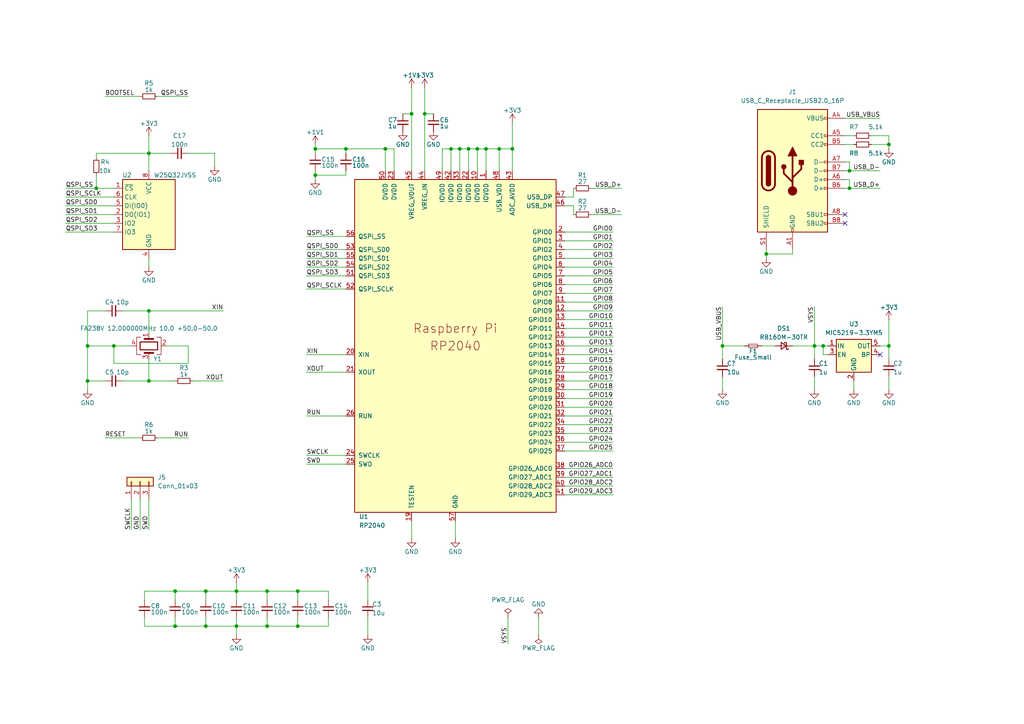
<source format=kicad_sch>
(kicad_sch
	(version 20231120)
	(generator "eeschema")
	(generator_version "8.0")
	(uuid "e63e39d7-6ac0-4ffd-8aa3-1841a4541b55")
	(paper "A4")
	(title_block
		(title "RP2040 Controller")
		(date "2023-01-05")
		(rev "1")
		(company "KaoriYa")
	)
	(lib_symbols
		(symbol "Connector:USB_C_Receptacle_USB2.0_16P"
			(pin_names
				(offset 1.016)
			)
			(exclude_from_sim no)
			(in_bom yes)
			(on_board yes)
			(property "Reference" "J"
				(at 0 22.225 0)
				(effects
					(font
						(size 1.27 1.27)
					)
				)
			)
			(property "Value" "USB_C_Receptacle_USB2.0_16P"
				(at 0 19.685 0)
				(effects
					(font
						(size 1.27 1.27)
					)
				)
			)
			(property "Footprint" ""
				(at 3.81 0 0)
				(effects
					(font
						(size 1.27 1.27)
					)
					(hide yes)
				)
			)
			(property "Datasheet" "https://www.usb.org/sites/default/files/documents/usb_type-c.zip"
				(at 3.81 0 0)
				(effects
					(font
						(size 1.27 1.27)
					)
					(hide yes)
				)
			)
			(property "Description" "USB 2.0-only 16P Type-C Receptacle connector"
				(at 0 0 0)
				(effects
					(font
						(size 1.27 1.27)
					)
					(hide yes)
				)
			)
			(property "ki_keywords" "usb universal serial bus type-C USB2.0"
				(at 0 0 0)
				(effects
					(font
						(size 1.27 1.27)
					)
					(hide yes)
				)
			)
			(property "ki_fp_filters" "USB*C*Receptacle*"
				(at 0 0 0)
				(effects
					(font
						(size 1.27 1.27)
					)
					(hide yes)
				)
			)
			(symbol "USB_C_Receptacle_USB2.0_16P_0_0"
				(rectangle
					(start -0.254 -17.78)
					(end 0.254 -16.764)
					(stroke
						(width 0)
						(type default)
					)
					(fill
						(type none)
					)
				)
				(rectangle
					(start 10.16 -14.986)
					(end 9.144 -15.494)
					(stroke
						(width 0)
						(type default)
					)
					(fill
						(type none)
					)
				)
				(rectangle
					(start 10.16 -12.446)
					(end 9.144 -12.954)
					(stroke
						(width 0)
						(type default)
					)
					(fill
						(type none)
					)
				)
				(rectangle
					(start 10.16 -4.826)
					(end 9.144 -5.334)
					(stroke
						(width 0)
						(type default)
					)
					(fill
						(type none)
					)
				)
				(rectangle
					(start 10.16 -2.286)
					(end 9.144 -2.794)
					(stroke
						(width 0)
						(type default)
					)
					(fill
						(type none)
					)
				)
				(rectangle
					(start 10.16 0.254)
					(end 9.144 -0.254)
					(stroke
						(width 0)
						(type default)
					)
					(fill
						(type none)
					)
				)
				(rectangle
					(start 10.16 2.794)
					(end 9.144 2.286)
					(stroke
						(width 0)
						(type default)
					)
					(fill
						(type none)
					)
				)
				(rectangle
					(start 10.16 7.874)
					(end 9.144 7.366)
					(stroke
						(width 0)
						(type default)
					)
					(fill
						(type none)
					)
				)
				(rectangle
					(start 10.16 10.414)
					(end 9.144 9.906)
					(stroke
						(width 0)
						(type default)
					)
					(fill
						(type none)
					)
				)
				(rectangle
					(start 10.16 15.494)
					(end 9.144 14.986)
					(stroke
						(width 0)
						(type default)
					)
					(fill
						(type none)
					)
				)
			)
			(symbol "USB_C_Receptacle_USB2.0_16P_0_1"
				(rectangle
					(start -10.16 17.78)
					(end 10.16 -17.78)
					(stroke
						(width 0.254)
						(type default)
					)
					(fill
						(type background)
					)
				)
				(arc
					(start -8.89 -3.81)
					(mid -6.985 -5.7067)
					(end -5.08 -3.81)
					(stroke
						(width 0.508)
						(type default)
					)
					(fill
						(type none)
					)
				)
				(arc
					(start -7.62 -3.81)
					(mid -6.985 -4.4423)
					(end -6.35 -3.81)
					(stroke
						(width 0.254)
						(type default)
					)
					(fill
						(type none)
					)
				)
				(arc
					(start -7.62 -3.81)
					(mid -6.985 -4.4423)
					(end -6.35 -3.81)
					(stroke
						(width 0.254)
						(type default)
					)
					(fill
						(type outline)
					)
				)
				(rectangle
					(start -7.62 -3.81)
					(end -6.35 3.81)
					(stroke
						(width 0.254)
						(type default)
					)
					(fill
						(type outline)
					)
				)
				(arc
					(start -6.35 3.81)
					(mid -6.985 4.4423)
					(end -7.62 3.81)
					(stroke
						(width 0.254)
						(type default)
					)
					(fill
						(type none)
					)
				)
				(arc
					(start -6.35 3.81)
					(mid -6.985 4.4423)
					(end -7.62 3.81)
					(stroke
						(width 0.254)
						(type default)
					)
					(fill
						(type outline)
					)
				)
				(arc
					(start -5.08 3.81)
					(mid -6.985 5.7067)
					(end -8.89 3.81)
					(stroke
						(width 0.508)
						(type default)
					)
					(fill
						(type none)
					)
				)
				(circle
					(center -2.54 1.143)
					(radius 0.635)
					(stroke
						(width 0.254)
						(type default)
					)
					(fill
						(type outline)
					)
				)
				(circle
					(center 0 -5.842)
					(radius 1.27)
					(stroke
						(width 0)
						(type default)
					)
					(fill
						(type outline)
					)
				)
				(polyline
					(pts
						(xy -8.89 -3.81) (xy -8.89 3.81)
					)
					(stroke
						(width 0.508)
						(type default)
					)
					(fill
						(type none)
					)
				)
				(polyline
					(pts
						(xy -5.08 3.81) (xy -5.08 -3.81)
					)
					(stroke
						(width 0.508)
						(type default)
					)
					(fill
						(type none)
					)
				)
				(polyline
					(pts
						(xy 0 -5.842) (xy 0 4.318)
					)
					(stroke
						(width 0.508)
						(type default)
					)
					(fill
						(type none)
					)
				)
				(polyline
					(pts
						(xy 0 -3.302) (xy -2.54 -0.762) (xy -2.54 0.508)
					)
					(stroke
						(width 0.508)
						(type default)
					)
					(fill
						(type none)
					)
				)
				(polyline
					(pts
						(xy 0 -2.032) (xy 2.54 0.508) (xy 2.54 1.778)
					)
					(stroke
						(width 0.508)
						(type default)
					)
					(fill
						(type none)
					)
				)
				(polyline
					(pts
						(xy -1.27 4.318) (xy 0 6.858) (xy 1.27 4.318) (xy -1.27 4.318)
					)
					(stroke
						(width 0.254)
						(type default)
					)
					(fill
						(type outline)
					)
				)
				(rectangle
					(start 1.905 1.778)
					(end 3.175 3.048)
					(stroke
						(width 0.254)
						(type default)
					)
					(fill
						(type outline)
					)
				)
			)
			(symbol "USB_C_Receptacle_USB2.0_16P_1_1"
				(pin passive line
					(at 0 -22.86 90)
					(length 5.08)
					(name "GND"
						(effects
							(font
								(size 1.27 1.27)
							)
						)
					)
					(number "A1"
						(effects
							(font
								(size 1.27 1.27)
							)
						)
					)
				)
				(pin passive line
					(at 0 -22.86 90)
					(length 5.08) hide
					(name "GND"
						(effects
							(font
								(size 1.27 1.27)
							)
						)
					)
					(number "A12"
						(effects
							(font
								(size 1.27 1.27)
							)
						)
					)
				)
				(pin passive line
					(at 15.24 15.24 180)
					(length 5.08)
					(name "VBUS"
						(effects
							(font
								(size 1.27 1.27)
							)
						)
					)
					(number "A4"
						(effects
							(font
								(size 1.27 1.27)
							)
						)
					)
				)
				(pin bidirectional line
					(at 15.24 10.16 180)
					(length 5.08)
					(name "CC1"
						(effects
							(font
								(size 1.27 1.27)
							)
						)
					)
					(number "A5"
						(effects
							(font
								(size 1.27 1.27)
							)
						)
					)
				)
				(pin bidirectional line
					(at 15.24 -2.54 180)
					(length 5.08)
					(name "D+"
						(effects
							(font
								(size 1.27 1.27)
							)
						)
					)
					(number "A6"
						(effects
							(font
								(size 1.27 1.27)
							)
						)
					)
				)
				(pin bidirectional line
					(at 15.24 2.54 180)
					(length 5.08)
					(name "D-"
						(effects
							(font
								(size 1.27 1.27)
							)
						)
					)
					(number "A7"
						(effects
							(font
								(size 1.27 1.27)
							)
						)
					)
				)
				(pin bidirectional line
					(at 15.24 -12.7 180)
					(length 5.08)
					(name "SBU1"
						(effects
							(font
								(size 1.27 1.27)
							)
						)
					)
					(number "A8"
						(effects
							(font
								(size 1.27 1.27)
							)
						)
					)
				)
				(pin passive line
					(at 15.24 15.24 180)
					(length 5.08) hide
					(name "VBUS"
						(effects
							(font
								(size 1.27 1.27)
							)
						)
					)
					(number "A9"
						(effects
							(font
								(size 1.27 1.27)
							)
						)
					)
				)
				(pin passive line
					(at 0 -22.86 90)
					(length 5.08) hide
					(name "GND"
						(effects
							(font
								(size 1.27 1.27)
							)
						)
					)
					(number "B1"
						(effects
							(font
								(size 1.27 1.27)
							)
						)
					)
				)
				(pin passive line
					(at 0 -22.86 90)
					(length 5.08) hide
					(name "GND"
						(effects
							(font
								(size 1.27 1.27)
							)
						)
					)
					(number "B12"
						(effects
							(font
								(size 1.27 1.27)
							)
						)
					)
				)
				(pin passive line
					(at 15.24 15.24 180)
					(length 5.08) hide
					(name "VBUS"
						(effects
							(font
								(size 1.27 1.27)
							)
						)
					)
					(number "B4"
						(effects
							(font
								(size 1.27 1.27)
							)
						)
					)
				)
				(pin bidirectional line
					(at 15.24 7.62 180)
					(length 5.08)
					(name "CC2"
						(effects
							(font
								(size 1.27 1.27)
							)
						)
					)
					(number "B5"
						(effects
							(font
								(size 1.27 1.27)
							)
						)
					)
				)
				(pin bidirectional line
					(at 15.24 -5.08 180)
					(length 5.08)
					(name "D+"
						(effects
							(font
								(size 1.27 1.27)
							)
						)
					)
					(number "B6"
						(effects
							(font
								(size 1.27 1.27)
							)
						)
					)
				)
				(pin bidirectional line
					(at 15.24 0 180)
					(length 5.08)
					(name "D-"
						(effects
							(font
								(size 1.27 1.27)
							)
						)
					)
					(number "B7"
						(effects
							(font
								(size 1.27 1.27)
							)
						)
					)
				)
				(pin bidirectional line
					(at 15.24 -15.24 180)
					(length 5.08)
					(name "SBU2"
						(effects
							(font
								(size 1.27 1.27)
							)
						)
					)
					(number "B8"
						(effects
							(font
								(size 1.27 1.27)
							)
						)
					)
				)
				(pin passive line
					(at 15.24 15.24 180)
					(length 5.08) hide
					(name "VBUS"
						(effects
							(font
								(size 1.27 1.27)
							)
						)
					)
					(number "B9"
						(effects
							(font
								(size 1.27 1.27)
							)
						)
					)
				)
				(pin passive line
					(at -7.62 -22.86 90)
					(length 5.08)
					(name "SHIELD"
						(effects
							(font
								(size 1.27 1.27)
							)
						)
					)
					(number "S1"
						(effects
							(font
								(size 1.27 1.27)
							)
						)
					)
				)
			)
		)
		(symbol "Connector_Generic:Conn_01x03"
			(pin_names
				(offset 1.016) hide)
			(exclude_from_sim no)
			(in_bom yes)
			(on_board yes)
			(property "Reference" "J"
				(at 0 5.08 0)
				(effects
					(font
						(size 1.27 1.27)
					)
				)
			)
			(property "Value" "Conn_01x03"
				(at 0 -5.08 0)
				(effects
					(font
						(size 1.27 1.27)
					)
				)
			)
			(property "Footprint" ""
				(at 0 0 0)
				(effects
					(font
						(size 1.27 1.27)
					)
					(hide yes)
				)
			)
			(property "Datasheet" "~"
				(at 0 0 0)
				(effects
					(font
						(size 1.27 1.27)
					)
					(hide yes)
				)
			)
			(property "Description" "Generic connector, single row, 01x03, script generated (kicad-library-utils/schlib/autogen/connector/)"
				(at 0 0 0)
				(effects
					(font
						(size 1.27 1.27)
					)
					(hide yes)
				)
			)
			(property "ki_keywords" "connector"
				(at 0 0 0)
				(effects
					(font
						(size 1.27 1.27)
					)
					(hide yes)
				)
			)
			(property "ki_fp_filters" "Connector*:*_1x??_*"
				(at 0 0 0)
				(effects
					(font
						(size 1.27 1.27)
					)
					(hide yes)
				)
			)
			(symbol "Conn_01x03_1_1"
				(rectangle
					(start -1.27 -2.413)
					(end 0 -2.667)
					(stroke
						(width 0.1524)
						(type default)
					)
					(fill
						(type none)
					)
				)
				(rectangle
					(start -1.27 0.127)
					(end 0 -0.127)
					(stroke
						(width 0.1524)
						(type default)
					)
					(fill
						(type none)
					)
				)
				(rectangle
					(start -1.27 2.667)
					(end 0 2.413)
					(stroke
						(width 0.1524)
						(type default)
					)
					(fill
						(type none)
					)
				)
				(rectangle
					(start -1.27 3.81)
					(end 1.27 -3.81)
					(stroke
						(width 0.254)
						(type default)
					)
					(fill
						(type background)
					)
				)
				(pin passive line
					(at -5.08 2.54 0)
					(length 3.81)
					(name "Pin_1"
						(effects
							(font
								(size 1.27 1.27)
							)
						)
					)
					(number "1"
						(effects
							(font
								(size 1.27 1.27)
							)
						)
					)
				)
				(pin passive line
					(at -5.08 0 0)
					(length 3.81)
					(name "Pin_2"
						(effects
							(font
								(size 1.27 1.27)
							)
						)
					)
					(number "2"
						(effects
							(font
								(size 1.27 1.27)
							)
						)
					)
				)
				(pin passive line
					(at -5.08 -2.54 0)
					(length 3.81)
					(name "Pin_3"
						(effects
							(font
								(size 1.27 1.27)
							)
						)
					)
					(number "3"
						(effects
							(font
								(size 1.27 1.27)
							)
						)
					)
				)
			)
		)
		(symbol "Device:C_Small"
			(pin_numbers hide)
			(pin_names
				(offset 0.254) hide)
			(exclude_from_sim no)
			(in_bom yes)
			(on_board yes)
			(property "Reference" "C"
				(at 0.254 1.778 0)
				(effects
					(font
						(size 1.27 1.27)
					)
					(justify left)
				)
			)
			(property "Value" "C_Small"
				(at 0.254 -2.032 0)
				(effects
					(font
						(size 1.27 1.27)
					)
					(justify left)
				)
			)
			(property "Footprint" ""
				(at 0 0 0)
				(effects
					(font
						(size 1.27 1.27)
					)
					(hide yes)
				)
			)
			(property "Datasheet" "~"
				(at 0 0 0)
				(effects
					(font
						(size 1.27 1.27)
					)
					(hide yes)
				)
			)
			(property "Description" "Unpolarized capacitor, small symbol"
				(at 0 0 0)
				(effects
					(font
						(size 1.27 1.27)
					)
					(hide yes)
				)
			)
			(property "ki_keywords" "capacitor cap"
				(at 0 0 0)
				(effects
					(font
						(size 1.27 1.27)
					)
					(hide yes)
				)
			)
			(property "ki_fp_filters" "C_*"
				(at 0 0 0)
				(effects
					(font
						(size 1.27 1.27)
					)
					(hide yes)
				)
			)
			(symbol "C_Small_0_1"
				(polyline
					(pts
						(xy -1.524 -0.508) (xy 1.524 -0.508)
					)
					(stroke
						(width 0.3302)
						(type default)
					)
					(fill
						(type none)
					)
				)
				(polyline
					(pts
						(xy -1.524 0.508) (xy 1.524 0.508)
					)
					(stroke
						(width 0.3048)
						(type default)
					)
					(fill
						(type none)
					)
				)
			)
			(symbol "C_Small_1_1"
				(pin passive line
					(at 0 2.54 270)
					(length 2.032)
					(name "~"
						(effects
							(font
								(size 1.27 1.27)
							)
						)
					)
					(number "1"
						(effects
							(font
								(size 1.27 1.27)
							)
						)
					)
				)
				(pin passive line
					(at 0 -2.54 90)
					(length 2.032)
					(name "~"
						(effects
							(font
								(size 1.27 1.27)
							)
						)
					)
					(number "2"
						(effects
							(font
								(size 1.27 1.27)
							)
						)
					)
				)
			)
		)
		(symbol "Device:Crystal_GND24"
			(pin_names
				(offset 1.016) hide)
			(exclude_from_sim no)
			(in_bom yes)
			(on_board yes)
			(property "Reference" "Y"
				(at 3.175 5.08 0)
				(effects
					(font
						(size 1.27 1.27)
					)
					(justify left)
				)
			)
			(property "Value" "Crystal_GND24"
				(at 3.175 3.175 0)
				(effects
					(font
						(size 1.27 1.27)
					)
					(justify left)
				)
			)
			(property "Footprint" ""
				(at 0 0 0)
				(effects
					(font
						(size 1.27 1.27)
					)
					(hide yes)
				)
			)
			(property "Datasheet" "~"
				(at 0 0 0)
				(effects
					(font
						(size 1.27 1.27)
					)
					(hide yes)
				)
			)
			(property "Description" "Four pin crystal, GND on pins 2 and 4"
				(at 0 0 0)
				(effects
					(font
						(size 1.27 1.27)
					)
					(hide yes)
				)
			)
			(property "ki_keywords" "quartz ceramic resonator oscillator"
				(at 0 0 0)
				(effects
					(font
						(size 1.27 1.27)
					)
					(hide yes)
				)
			)
			(property "ki_fp_filters" "Crystal*"
				(at 0 0 0)
				(effects
					(font
						(size 1.27 1.27)
					)
					(hide yes)
				)
			)
			(symbol "Crystal_GND24_0_1"
				(rectangle
					(start -1.143 2.54)
					(end 1.143 -2.54)
					(stroke
						(width 0.3048)
						(type default)
					)
					(fill
						(type none)
					)
				)
				(polyline
					(pts
						(xy -2.54 0) (xy -2.032 0)
					)
					(stroke
						(width 0)
						(type default)
					)
					(fill
						(type none)
					)
				)
				(polyline
					(pts
						(xy -2.032 -1.27) (xy -2.032 1.27)
					)
					(stroke
						(width 0.508)
						(type default)
					)
					(fill
						(type none)
					)
				)
				(polyline
					(pts
						(xy 0 -3.81) (xy 0 -3.556)
					)
					(stroke
						(width 0)
						(type default)
					)
					(fill
						(type none)
					)
				)
				(polyline
					(pts
						(xy 0 3.556) (xy 0 3.81)
					)
					(stroke
						(width 0)
						(type default)
					)
					(fill
						(type none)
					)
				)
				(polyline
					(pts
						(xy 2.032 -1.27) (xy 2.032 1.27)
					)
					(stroke
						(width 0.508)
						(type default)
					)
					(fill
						(type none)
					)
				)
				(polyline
					(pts
						(xy 2.032 0) (xy 2.54 0)
					)
					(stroke
						(width 0)
						(type default)
					)
					(fill
						(type none)
					)
				)
				(polyline
					(pts
						(xy -2.54 -2.286) (xy -2.54 -3.556) (xy 2.54 -3.556) (xy 2.54 -2.286)
					)
					(stroke
						(width 0)
						(type default)
					)
					(fill
						(type none)
					)
				)
				(polyline
					(pts
						(xy -2.54 2.286) (xy -2.54 3.556) (xy 2.54 3.556) (xy 2.54 2.286)
					)
					(stroke
						(width 0)
						(type default)
					)
					(fill
						(type none)
					)
				)
			)
			(symbol "Crystal_GND24_1_1"
				(pin passive line
					(at -3.81 0 0)
					(length 1.27)
					(name "1"
						(effects
							(font
								(size 1.27 1.27)
							)
						)
					)
					(number "1"
						(effects
							(font
								(size 1.27 1.27)
							)
						)
					)
				)
				(pin passive line
					(at 0 5.08 270)
					(length 1.27)
					(name "2"
						(effects
							(font
								(size 1.27 1.27)
							)
						)
					)
					(number "2"
						(effects
							(font
								(size 1.27 1.27)
							)
						)
					)
				)
				(pin passive line
					(at 3.81 0 180)
					(length 1.27)
					(name "3"
						(effects
							(font
								(size 1.27 1.27)
							)
						)
					)
					(number "3"
						(effects
							(font
								(size 1.27 1.27)
							)
						)
					)
				)
				(pin passive line
					(at 0 -5.08 90)
					(length 1.27)
					(name "4"
						(effects
							(font
								(size 1.27 1.27)
							)
						)
					)
					(number "4"
						(effects
							(font
								(size 1.27 1.27)
							)
						)
					)
				)
			)
		)
		(symbol "Device:D_Schottky_Small"
			(pin_numbers hide)
			(pin_names
				(offset 0.254) hide)
			(exclude_from_sim no)
			(in_bom yes)
			(on_board yes)
			(property "Reference" "D"
				(at -1.27 2.032 0)
				(effects
					(font
						(size 1.27 1.27)
					)
					(justify left)
				)
			)
			(property "Value" "D_Schottky_Small"
				(at -7.112 -2.032 0)
				(effects
					(font
						(size 1.27 1.27)
					)
					(justify left)
				)
			)
			(property "Footprint" ""
				(at 0 0 90)
				(effects
					(font
						(size 1.27 1.27)
					)
					(hide yes)
				)
			)
			(property "Datasheet" "~"
				(at 0 0 90)
				(effects
					(font
						(size 1.27 1.27)
					)
					(hide yes)
				)
			)
			(property "Description" "Schottky diode, small symbol"
				(at 0 0 0)
				(effects
					(font
						(size 1.27 1.27)
					)
					(hide yes)
				)
			)
			(property "ki_keywords" "diode Schottky"
				(at 0 0 0)
				(effects
					(font
						(size 1.27 1.27)
					)
					(hide yes)
				)
			)
			(property "ki_fp_filters" "TO-???* *_Diode_* *SingleDiode* D_*"
				(at 0 0 0)
				(effects
					(font
						(size 1.27 1.27)
					)
					(hide yes)
				)
			)
			(symbol "D_Schottky_Small_0_1"
				(polyline
					(pts
						(xy -0.762 0) (xy 0.762 0)
					)
					(stroke
						(width 0)
						(type default)
					)
					(fill
						(type none)
					)
				)
				(polyline
					(pts
						(xy 0.762 -1.016) (xy -0.762 0) (xy 0.762 1.016) (xy 0.762 -1.016)
					)
					(stroke
						(width 0.254)
						(type default)
					)
					(fill
						(type none)
					)
				)
				(polyline
					(pts
						(xy -1.27 0.762) (xy -1.27 1.016) (xy -0.762 1.016) (xy -0.762 -1.016) (xy -0.254 -1.016) (xy -0.254 -0.762)
					)
					(stroke
						(width 0.254)
						(type default)
					)
					(fill
						(type none)
					)
				)
			)
			(symbol "D_Schottky_Small_1_1"
				(pin passive line
					(at -2.54 0 0)
					(length 1.778)
					(name "K"
						(effects
							(font
								(size 1.27 1.27)
							)
						)
					)
					(number "1"
						(effects
							(font
								(size 1.27 1.27)
							)
						)
					)
				)
				(pin passive line
					(at 2.54 0 180)
					(length 1.778)
					(name "A"
						(effects
							(font
								(size 1.27 1.27)
							)
						)
					)
					(number "2"
						(effects
							(font
								(size 1.27 1.27)
							)
						)
					)
				)
			)
		)
		(symbol "Device:Fuse_Small"
			(pin_numbers hide)
			(pin_names
				(offset 0.254) hide)
			(exclude_from_sim no)
			(in_bom yes)
			(on_board yes)
			(property "Reference" "F"
				(at 0 -1.524 0)
				(effects
					(font
						(size 1.27 1.27)
					)
				)
			)
			(property "Value" "Fuse_Small"
				(at 0 1.524 0)
				(effects
					(font
						(size 1.27 1.27)
					)
				)
			)
			(property "Footprint" ""
				(at 0 0 0)
				(effects
					(font
						(size 1.27 1.27)
					)
					(hide yes)
				)
			)
			(property "Datasheet" "~"
				(at 0 0 0)
				(effects
					(font
						(size 1.27 1.27)
					)
					(hide yes)
				)
			)
			(property "Description" "Fuse, small symbol"
				(at 0 0 0)
				(effects
					(font
						(size 1.27 1.27)
					)
					(hide yes)
				)
			)
			(property "ki_keywords" "fuse"
				(at 0 0 0)
				(effects
					(font
						(size 1.27 1.27)
					)
					(hide yes)
				)
			)
			(property "ki_fp_filters" "*Fuse*"
				(at 0 0 0)
				(effects
					(font
						(size 1.27 1.27)
					)
					(hide yes)
				)
			)
			(symbol "Fuse_Small_0_1"
				(rectangle
					(start -1.27 0.508)
					(end 1.27 -0.508)
					(stroke
						(width 0)
						(type default)
					)
					(fill
						(type none)
					)
				)
				(polyline
					(pts
						(xy -1.27 0) (xy 1.27 0)
					)
					(stroke
						(width 0)
						(type default)
					)
					(fill
						(type none)
					)
				)
			)
			(symbol "Fuse_Small_1_1"
				(pin passive line
					(at -2.54 0 0)
					(length 1.27)
					(name "~"
						(effects
							(font
								(size 1.27 1.27)
							)
						)
					)
					(number "1"
						(effects
							(font
								(size 1.27 1.27)
							)
						)
					)
				)
				(pin passive line
					(at 2.54 0 180)
					(length 1.27)
					(name "~"
						(effects
							(font
								(size 1.27 1.27)
							)
						)
					)
					(number "2"
						(effects
							(font
								(size 1.27 1.27)
							)
						)
					)
				)
			)
		)
		(symbol "Device:R_Small"
			(pin_numbers hide)
			(pin_names
				(offset 0.254) hide)
			(exclude_from_sim no)
			(in_bom yes)
			(on_board yes)
			(property "Reference" "R"
				(at 0.762 0.508 0)
				(effects
					(font
						(size 1.27 1.27)
					)
					(justify left)
				)
			)
			(property "Value" "R_Small"
				(at 0.762 -1.016 0)
				(effects
					(font
						(size 1.27 1.27)
					)
					(justify left)
				)
			)
			(property "Footprint" ""
				(at 0 0 0)
				(effects
					(font
						(size 1.27 1.27)
					)
					(hide yes)
				)
			)
			(property "Datasheet" "~"
				(at 0 0 0)
				(effects
					(font
						(size 1.27 1.27)
					)
					(hide yes)
				)
			)
			(property "Description" "Resistor, small symbol"
				(at 0 0 0)
				(effects
					(font
						(size 1.27 1.27)
					)
					(hide yes)
				)
			)
			(property "ki_keywords" "R resistor"
				(at 0 0 0)
				(effects
					(font
						(size 1.27 1.27)
					)
					(hide yes)
				)
			)
			(property "ki_fp_filters" "R_*"
				(at 0 0 0)
				(effects
					(font
						(size 1.27 1.27)
					)
					(hide yes)
				)
			)
			(symbol "R_Small_0_1"
				(rectangle
					(start -0.762 1.778)
					(end 0.762 -1.778)
					(stroke
						(width 0.2032)
						(type default)
					)
					(fill
						(type none)
					)
				)
			)
			(symbol "R_Small_1_1"
				(pin passive line
					(at 0 2.54 270)
					(length 0.762)
					(name "~"
						(effects
							(font
								(size 1.27 1.27)
							)
						)
					)
					(number "1"
						(effects
							(font
								(size 1.27 1.27)
							)
						)
					)
				)
				(pin passive line
					(at 0 -2.54 90)
					(length 0.762)
					(name "~"
						(effects
							(font
								(size 1.27 1.27)
							)
						)
					)
					(number "2"
						(effects
							(font
								(size 1.27 1.27)
							)
						)
					)
				)
			)
		)
		(symbol "MCU_RaspberryPi_RP2040:RP2040"
			(pin_names
				(offset 1.016)
			)
			(exclude_from_sim no)
			(in_bom yes)
			(on_board yes)
			(property "Reference" "U"
				(at -29.21 49.53 0)
				(effects
					(font
						(size 1.27 1.27)
					)
				)
			)
			(property "Value" "RP2040"
				(at 24.13 -49.53 0)
				(effects
					(font
						(size 1.27 1.27)
					)
				)
			)
			(property "Footprint" "RP2040_minimal:RP2040-QFN-56"
				(at -19.05 0 0)
				(effects
					(font
						(size 1.27 1.27)
					)
					(hide yes)
				)
			)
			(property "Datasheet" ""
				(at -19.05 0 0)
				(effects
					(font
						(size 1.27 1.27)
					)
					(hide yes)
				)
			)
			(property "Description" ""
				(at 0 0 0)
				(effects
					(font
						(size 1.27 1.27)
					)
					(hide yes)
				)
			)
			(symbol "RP2040_0_0"
				(text "Raspberry Pi"
					(at 0 5.08 0)
					(effects
						(font
							(size 2.54 2.54)
						)
					)
				)
				(text "RP2040"
					(at 0 0 0)
					(effects
						(font
							(size 2.54 2.54)
						)
					)
				)
			)
			(symbol "RP2040_0_1"
				(rectangle
					(start 29.21 48.26)
					(end -29.21 -48.26)
					(stroke
						(width 0.254)
						(type solid)
					)
					(fill
						(type background)
					)
				)
			)
			(symbol "RP2040_1_1"
				(pin power_in line
					(at 8.89 50.8 270)
					(length 2.54)
					(name "IOVDD"
						(effects
							(font
								(size 1.27 1.27)
							)
						)
					)
					(number "1"
						(effects
							(font
								(size 1.27 1.27)
							)
						)
					)
				)
				(pin power_in line
					(at 6.35 50.8 270)
					(length 2.54)
					(name "IOVDD"
						(effects
							(font
								(size 1.27 1.27)
							)
						)
					)
					(number "10"
						(effects
							(font
								(size 1.27 1.27)
							)
						)
					)
				)
				(pin bidirectional line
					(at 31.75 12.7 180)
					(length 2.54)
					(name "GPIO8"
						(effects
							(font
								(size 1.27 1.27)
							)
						)
					)
					(number "11"
						(effects
							(font
								(size 1.27 1.27)
							)
						)
					)
				)
				(pin bidirectional line
					(at 31.75 10.16 180)
					(length 2.54)
					(name "GPIO9"
						(effects
							(font
								(size 1.27 1.27)
							)
						)
					)
					(number "12"
						(effects
							(font
								(size 1.27 1.27)
							)
						)
					)
				)
				(pin bidirectional line
					(at 31.75 7.62 180)
					(length 2.54)
					(name "GPIO10"
						(effects
							(font
								(size 1.27 1.27)
							)
						)
					)
					(number "13"
						(effects
							(font
								(size 1.27 1.27)
							)
						)
					)
				)
				(pin bidirectional line
					(at 31.75 5.08 180)
					(length 2.54)
					(name "GPIO11"
						(effects
							(font
								(size 1.27 1.27)
							)
						)
					)
					(number "14"
						(effects
							(font
								(size 1.27 1.27)
							)
						)
					)
				)
				(pin bidirectional line
					(at 31.75 2.54 180)
					(length 2.54)
					(name "GPIO12"
						(effects
							(font
								(size 1.27 1.27)
							)
						)
					)
					(number "15"
						(effects
							(font
								(size 1.27 1.27)
							)
						)
					)
				)
				(pin bidirectional line
					(at 31.75 0 180)
					(length 2.54)
					(name "GPIO13"
						(effects
							(font
								(size 1.27 1.27)
							)
						)
					)
					(number "16"
						(effects
							(font
								(size 1.27 1.27)
							)
						)
					)
				)
				(pin bidirectional line
					(at 31.75 -2.54 180)
					(length 2.54)
					(name "GPIO14"
						(effects
							(font
								(size 1.27 1.27)
							)
						)
					)
					(number "17"
						(effects
							(font
								(size 1.27 1.27)
							)
						)
					)
				)
				(pin bidirectional line
					(at 31.75 -5.08 180)
					(length 2.54)
					(name "GPIO15"
						(effects
							(font
								(size 1.27 1.27)
							)
						)
					)
					(number "18"
						(effects
							(font
								(size 1.27 1.27)
							)
						)
					)
				)
				(pin passive line
					(at -12.7 -50.8 90)
					(length 2.54)
					(name "TESTEN"
						(effects
							(font
								(size 1.27 1.27)
							)
						)
					)
					(number "19"
						(effects
							(font
								(size 1.27 1.27)
							)
						)
					)
				)
				(pin bidirectional line
					(at 31.75 33.02 180)
					(length 2.54)
					(name "GPIO0"
						(effects
							(font
								(size 1.27 1.27)
							)
						)
					)
					(number "2"
						(effects
							(font
								(size 1.27 1.27)
							)
						)
					)
				)
				(pin input line
					(at -31.75 -2.54 0)
					(length 2.54)
					(name "XIN"
						(effects
							(font
								(size 1.27 1.27)
							)
						)
					)
					(number "20"
						(effects
							(font
								(size 1.27 1.27)
							)
						)
					)
				)
				(pin passive line
					(at -31.75 -7.62 0)
					(length 2.54)
					(name "XOUT"
						(effects
							(font
								(size 1.27 1.27)
							)
						)
					)
					(number "21"
						(effects
							(font
								(size 1.27 1.27)
							)
						)
					)
				)
				(pin power_in line
					(at 3.81 50.8 270)
					(length 2.54)
					(name "IOVDD"
						(effects
							(font
								(size 1.27 1.27)
							)
						)
					)
					(number "22"
						(effects
							(font
								(size 1.27 1.27)
							)
						)
					)
				)
				(pin power_in line
					(at -17.78 50.8 270)
					(length 2.54)
					(name "DVDD"
						(effects
							(font
								(size 1.27 1.27)
							)
						)
					)
					(number "23"
						(effects
							(font
								(size 1.27 1.27)
							)
						)
					)
				)
				(pin output line
					(at -31.75 -31.75 0)
					(length 2.54)
					(name "SWCLK"
						(effects
							(font
								(size 1.27 1.27)
							)
						)
					)
					(number "24"
						(effects
							(font
								(size 1.27 1.27)
							)
						)
					)
				)
				(pin bidirectional line
					(at -31.75 -34.29 0)
					(length 2.54)
					(name "SWD"
						(effects
							(font
								(size 1.27 1.27)
							)
						)
					)
					(number "25"
						(effects
							(font
								(size 1.27 1.27)
							)
						)
					)
				)
				(pin input line
					(at -31.75 -20.32 0)
					(length 2.54)
					(name "RUN"
						(effects
							(font
								(size 1.27 1.27)
							)
						)
					)
					(number "26"
						(effects
							(font
								(size 1.27 1.27)
							)
						)
					)
				)
				(pin bidirectional line
					(at 31.75 -7.62 180)
					(length 2.54)
					(name "GPIO16"
						(effects
							(font
								(size 1.27 1.27)
							)
						)
					)
					(number "27"
						(effects
							(font
								(size 1.27 1.27)
							)
						)
					)
				)
				(pin bidirectional line
					(at 31.75 -10.16 180)
					(length 2.54)
					(name "GPIO17"
						(effects
							(font
								(size 1.27 1.27)
							)
						)
					)
					(number "28"
						(effects
							(font
								(size 1.27 1.27)
							)
						)
					)
				)
				(pin bidirectional line
					(at 31.75 -12.7 180)
					(length 2.54)
					(name "GPIO18"
						(effects
							(font
								(size 1.27 1.27)
							)
						)
					)
					(number "29"
						(effects
							(font
								(size 1.27 1.27)
							)
						)
					)
				)
				(pin bidirectional line
					(at 31.75 30.48 180)
					(length 2.54)
					(name "GPIO1"
						(effects
							(font
								(size 1.27 1.27)
							)
						)
					)
					(number "3"
						(effects
							(font
								(size 1.27 1.27)
							)
						)
					)
				)
				(pin bidirectional line
					(at 31.75 -15.24 180)
					(length 2.54)
					(name "GPIO19"
						(effects
							(font
								(size 1.27 1.27)
							)
						)
					)
					(number "30"
						(effects
							(font
								(size 1.27 1.27)
							)
						)
					)
				)
				(pin bidirectional line
					(at 31.75 -17.78 180)
					(length 2.54)
					(name "GPIO20"
						(effects
							(font
								(size 1.27 1.27)
							)
						)
					)
					(number "31"
						(effects
							(font
								(size 1.27 1.27)
							)
						)
					)
				)
				(pin bidirectional line
					(at 31.75 -20.32 180)
					(length 2.54)
					(name "GPIO21"
						(effects
							(font
								(size 1.27 1.27)
							)
						)
					)
					(number "32"
						(effects
							(font
								(size 1.27 1.27)
							)
						)
					)
				)
				(pin power_in line
					(at 1.27 50.8 270)
					(length 2.54)
					(name "IOVDD"
						(effects
							(font
								(size 1.27 1.27)
							)
						)
					)
					(number "33"
						(effects
							(font
								(size 1.27 1.27)
							)
						)
					)
				)
				(pin bidirectional line
					(at 31.75 -22.86 180)
					(length 2.54)
					(name "GPIO22"
						(effects
							(font
								(size 1.27 1.27)
							)
						)
					)
					(number "34"
						(effects
							(font
								(size 1.27 1.27)
							)
						)
					)
				)
				(pin bidirectional line
					(at 31.75 -25.4 180)
					(length 2.54)
					(name "GPIO23"
						(effects
							(font
								(size 1.27 1.27)
							)
						)
					)
					(number "35"
						(effects
							(font
								(size 1.27 1.27)
							)
						)
					)
				)
				(pin bidirectional line
					(at 31.75 -27.94 180)
					(length 2.54)
					(name "GPIO24"
						(effects
							(font
								(size 1.27 1.27)
							)
						)
					)
					(number "36"
						(effects
							(font
								(size 1.27 1.27)
							)
						)
					)
				)
				(pin bidirectional line
					(at 31.75 -30.48 180)
					(length 2.54)
					(name "GPIO25"
						(effects
							(font
								(size 1.27 1.27)
							)
						)
					)
					(number "37"
						(effects
							(font
								(size 1.27 1.27)
							)
						)
					)
				)
				(pin bidirectional line
					(at 31.75 -35.56 180)
					(length 2.54)
					(name "GPIO26_ADC0"
						(effects
							(font
								(size 1.27 1.27)
							)
						)
					)
					(number "38"
						(effects
							(font
								(size 1.27 1.27)
							)
						)
					)
				)
				(pin bidirectional line
					(at 31.75 -38.1 180)
					(length 2.54)
					(name "GPIO27_ADC1"
						(effects
							(font
								(size 1.27 1.27)
							)
						)
					)
					(number "39"
						(effects
							(font
								(size 1.27 1.27)
							)
						)
					)
				)
				(pin bidirectional line
					(at 31.75 27.94 180)
					(length 2.54)
					(name "GPIO2"
						(effects
							(font
								(size 1.27 1.27)
							)
						)
					)
					(number "4"
						(effects
							(font
								(size 1.27 1.27)
							)
						)
					)
				)
				(pin bidirectional line
					(at 31.75 -40.64 180)
					(length 2.54)
					(name "GPIO28_ADC2"
						(effects
							(font
								(size 1.27 1.27)
							)
						)
					)
					(number "40"
						(effects
							(font
								(size 1.27 1.27)
							)
						)
					)
				)
				(pin bidirectional line
					(at 31.75 -43.18 180)
					(length 2.54)
					(name "GPIO29_ADC3"
						(effects
							(font
								(size 1.27 1.27)
							)
						)
					)
					(number "41"
						(effects
							(font
								(size 1.27 1.27)
							)
						)
					)
				)
				(pin power_in line
					(at -1.27 50.8 270)
					(length 2.54)
					(name "IOVDD"
						(effects
							(font
								(size 1.27 1.27)
							)
						)
					)
					(number "42"
						(effects
							(font
								(size 1.27 1.27)
							)
						)
					)
				)
				(pin power_in line
					(at 16.51 50.8 270)
					(length 2.54)
					(name "ADC_AVDD"
						(effects
							(font
								(size 1.27 1.27)
							)
						)
					)
					(number "43"
						(effects
							(font
								(size 1.27 1.27)
							)
						)
					)
				)
				(pin power_in line
					(at -8.89 50.8 270)
					(length 2.54)
					(name "VREG_IN"
						(effects
							(font
								(size 1.27 1.27)
							)
						)
					)
					(number "44"
						(effects
							(font
								(size 1.27 1.27)
							)
						)
					)
				)
				(pin power_out line
					(at -12.7 50.8 270)
					(length 2.54)
					(name "VREG_VOUT"
						(effects
							(font
								(size 1.27 1.27)
							)
						)
					)
					(number "45"
						(effects
							(font
								(size 1.27 1.27)
							)
						)
					)
				)
				(pin bidirectional line
					(at 31.75 40.64 180)
					(length 2.54)
					(name "USB_DM"
						(effects
							(font
								(size 1.27 1.27)
							)
						)
					)
					(number "46"
						(effects
							(font
								(size 1.27 1.27)
							)
						)
					)
				)
				(pin bidirectional line
					(at 31.75 43.18 180)
					(length 2.54)
					(name "USB_DP"
						(effects
							(font
								(size 1.27 1.27)
							)
						)
					)
					(number "47"
						(effects
							(font
								(size 1.27 1.27)
							)
						)
					)
				)
				(pin power_in line
					(at 12.7 50.8 270)
					(length 2.54)
					(name "USB_VDD"
						(effects
							(font
								(size 1.27 1.27)
							)
						)
					)
					(number "48"
						(effects
							(font
								(size 1.27 1.27)
							)
						)
					)
				)
				(pin power_in line
					(at -3.81 50.8 270)
					(length 2.54)
					(name "IOVDD"
						(effects
							(font
								(size 1.27 1.27)
							)
						)
					)
					(number "49"
						(effects
							(font
								(size 1.27 1.27)
							)
						)
					)
				)
				(pin bidirectional line
					(at 31.75 25.4 180)
					(length 2.54)
					(name "GPIO3"
						(effects
							(font
								(size 1.27 1.27)
							)
						)
					)
					(number "5"
						(effects
							(font
								(size 1.27 1.27)
							)
						)
					)
				)
				(pin power_in line
					(at -20.32 50.8 270)
					(length 2.54)
					(name "DVDD"
						(effects
							(font
								(size 1.27 1.27)
							)
						)
					)
					(number "50"
						(effects
							(font
								(size 1.27 1.27)
							)
						)
					)
				)
				(pin bidirectional line
					(at -31.75 20.32 0)
					(length 2.54)
					(name "QSPI_SD3"
						(effects
							(font
								(size 1.27 1.27)
							)
						)
					)
					(number "51"
						(effects
							(font
								(size 1.27 1.27)
							)
						)
					)
				)
				(pin output line
					(at -31.75 16.51 0)
					(length 2.54)
					(name "QSPI_SCLK"
						(effects
							(font
								(size 1.27 1.27)
							)
						)
					)
					(number "52"
						(effects
							(font
								(size 1.27 1.27)
							)
						)
					)
				)
				(pin bidirectional line
					(at -31.75 27.94 0)
					(length 2.54)
					(name "QSPI_SD0"
						(effects
							(font
								(size 1.27 1.27)
							)
						)
					)
					(number "53"
						(effects
							(font
								(size 1.27 1.27)
							)
						)
					)
				)
				(pin bidirectional line
					(at -31.75 22.86 0)
					(length 2.54)
					(name "QSPI_SD2"
						(effects
							(font
								(size 1.27 1.27)
							)
						)
					)
					(number "54"
						(effects
							(font
								(size 1.27 1.27)
							)
						)
					)
				)
				(pin bidirectional line
					(at -31.75 25.4 0)
					(length 2.54)
					(name "QSPI_SD1"
						(effects
							(font
								(size 1.27 1.27)
							)
						)
					)
					(number "55"
						(effects
							(font
								(size 1.27 1.27)
							)
						)
					)
				)
				(pin bidirectional line
					(at -31.75 31.75 0)
					(length 2.54)
					(name "QSPI_SS"
						(effects
							(font
								(size 1.27 1.27)
							)
						)
					)
					(number "56"
						(effects
							(font
								(size 1.27 1.27)
							)
						)
					)
				)
				(pin power_in line
					(at 0 -50.8 90)
					(length 2.54)
					(name "GND"
						(effects
							(font
								(size 1.27 1.27)
							)
						)
					)
					(number "57"
						(effects
							(font
								(size 1.27 1.27)
							)
						)
					)
				)
				(pin bidirectional line
					(at 31.75 22.86 180)
					(length 2.54)
					(name "GPIO4"
						(effects
							(font
								(size 1.27 1.27)
							)
						)
					)
					(number "6"
						(effects
							(font
								(size 1.27 1.27)
							)
						)
					)
				)
				(pin bidirectional line
					(at 31.75 20.32 180)
					(length 2.54)
					(name "GPIO5"
						(effects
							(font
								(size 1.27 1.27)
							)
						)
					)
					(number "7"
						(effects
							(font
								(size 1.27 1.27)
							)
						)
					)
				)
				(pin bidirectional line
					(at 31.75 17.78 180)
					(length 2.54)
					(name "GPIO6"
						(effects
							(font
								(size 1.27 1.27)
							)
						)
					)
					(number "8"
						(effects
							(font
								(size 1.27 1.27)
							)
						)
					)
				)
				(pin bidirectional line
					(at 31.75 15.24 180)
					(length 2.54)
					(name "GPIO7"
						(effects
							(font
								(size 1.27 1.27)
							)
						)
					)
					(number "9"
						(effects
							(font
								(size 1.27 1.27)
							)
						)
					)
				)
			)
		)
		(symbol "Memory_Flash:W25Q32JVSS"
			(exclude_from_sim no)
			(in_bom yes)
			(on_board yes)
			(property "Reference" "U"
				(at -6.35 11.43 0)
				(effects
					(font
						(size 1.27 1.27)
					)
				)
			)
			(property "Value" "W25Q32JVSS"
				(at 7.62 11.43 0)
				(effects
					(font
						(size 1.27 1.27)
					)
				)
			)
			(property "Footprint" "Package_SO:SOIC-8_5.23x5.23mm_P1.27mm"
				(at 0 0 0)
				(effects
					(font
						(size 1.27 1.27)
					)
					(hide yes)
				)
			)
			(property "Datasheet" "http://www.winbond.com/resource-files/w25q32jv%20revg%2003272018%20plus.pdf"
				(at 0 0 0)
				(effects
					(font
						(size 1.27 1.27)
					)
					(hide yes)
				)
			)
			(property "Description" "32Mb Serial Flash Memory, Standard/Dual/Quad SPI, SOIC-8"
				(at 0 0 0)
				(effects
					(font
						(size 1.27 1.27)
					)
					(hide yes)
				)
			)
			(property "ki_keywords" "flash memory SPI"
				(at 0 0 0)
				(effects
					(font
						(size 1.27 1.27)
					)
					(hide yes)
				)
			)
			(property "ki_fp_filters" "SOIC*5.23x5.23mm*P1.27mm*"
				(at 0 0 0)
				(effects
					(font
						(size 1.27 1.27)
					)
					(hide yes)
				)
			)
			(symbol "W25Q32JVSS_0_1"
				(rectangle
					(start -7.62 10.16)
					(end 7.62 -10.16)
					(stroke
						(width 0.254)
						(type default)
					)
					(fill
						(type background)
					)
				)
			)
			(symbol "W25Q32JVSS_1_1"
				(pin input line
					(at -10.16 7.62 0)
					(length 2.54)
					(name "~{CS}"
						(effects
							(font
								(size 1.27 1.27)
							)
						)
					)
					(number "1"
						(effects
							(font
								(size 1.27 1.27)
							)
						)
					)
				)
				(pin bidirectional line
					(at -10.16 0 0)
					(length 2.54)
					(name "DO(IO1)"
						(effects
							(font
								(size 1.27 1.27)
							)
						)
					)
					(number "2"
						(effects
							(font
								(size 1.27 1.27)
							)
						)
					)
				)
				(pin bidirectional line
					(at -10.16 -2.54 0)
					(length 2.54)
					(name "IO2"
						(effects
							(font
								(size 1.27 1.27)
							)
						)
					)
					(number "3"
						(effects
							(font
								(size 1.27 1.27)
							)
						)
					)
				)
				(pin power_in line
					(at 0 -12.7 90)
					(length 2.54)
					(name "GND"
						(effects
							(font
								(size 1.27 1.27)
							)
						)
					)
					(number "4"
						(effects
							(font
								(size 1.27 1.27)
							)
						)
					)
				)
				(pin bidirectional line
					(at -10.16 2.54 0)
					(length 2.54)
					(name "DI(IO0)"
						(effects
							(font
								(size 1.27 1.27)
							)
						)
					)
					(number "5"
						(effects
							(font
								(size 1.27 1.27)
							)
						)
					)
				)
				(pin input line
					(at -10.16 5.08 0)
					(length 2.54)
					(name "CLK"
						(effects
							(font
								(size 1.27 1.27)
							)
						)
					)
					(number "6"
						(effects
							(font
								(size 1.27 1.27)
							)
						)
					)
				)
				(pin bidirectional line
					(at -10.16 -5.08 0)
					(length 2.54)
					(name "IO3"
						(effects
							(font
								(size 1.27 1.27)
							)
						)
					)
					(number "7"
						(effects
							(font
								(size 1.27 1.27)
							)
						)
					)
				)
				(pin power_in line
					(at 0 12.7 270)
					(length 2.54)
					(name "VCC"
						(effects
							(font
								(size 1.27 1.27)
							)
						)
					)
					(number "8"
						(effects
							(font
								(size 1.27 1.27)
							)
						)
					)
				)
			)
		)
		(symbol "Regulator_Linear:MIC5219-3.3YM5"
			(pin_names
				(offset 0.254)
			)
			(exclude_from_sim no)
			(in_bom yes)
			(on_board yes)
			(property "Reference" "U"
				(at -3.81 5.715 0)
				(effects
					(font
						(size 1.27 1.27)
					)
				)
			)
			(property "Value" "MIC5219-3.3YM5"
				(at 0 5.715 0)
				(effects
					(font
						(size 1.27 1.27)
					)
					(justify left)
				)
			)
			(property "Footprint" "Package_TO_SOT_SMD:SOT-23-5"
				(at 0 8.255 0)
				(effects
					(font
						(size 1.27 1.27)
					)
					(hide yes)
				)
			)
			(property "Datasheet" "http://ww1.microchip.com/downloads/en/DeviceDoc/MIC5219-500mA-Peak-Output-LDO-Regulator-DS20006021A.pdf"
				(at 0 0 0)
				(effects
					(font
						(size 1.27 1.27)
					)
					(hide yes)
				)
			)
			(property "Description" "500mA low dropout linear regulator, fixed 3.3V output, SOT-23-5"
				(at 0 0 0)
				(effects
					(font
						(size 1.27 1.27)
					)
					(hide yes)
				)
			)
			(property "ki_keywords" "500mA ultra-low-noise LDO linear voltage regulator fixed positive"
				(at 0 0 0)
				(effects
					(font
						(size 1.27 1.27)
					)
					(hide yes)
				)
			)
			(property "ki_fp_filters" "SOT?23*"
				(at 0 0 0)
				(effects
					(font
						(size 1.27 1.27)
					)
					(hide yes)
				)
			)
			(symbol "MIC5219-3.3YM5_0_1"
				(rectangle
					(start -5.08 4.445)
					(end 5.08 -5.08)
					(stroke
						(width 0.254)
						(type default)
					)
					(fill
						(type background)
					)
				)
			)
			(symbol "MIC5219-3.3YM5_1_1"
				(pin power_in line
					(at -7.62 2.54 0)
					(length 2.54)
					(name "IN"
						(effects
							(font
								(size 1.27 1.27)
							)
						)
					)
					(number "1"
						(effects
							(font
								(size 1.27 1.27)
							)
						)
					)
				)
				(pin power_in line
					(at 0 -7.62 90)
					(length 2.54)
					(name "GND"
						(effects
							(font
								(size 1.27 1.27)
							)
						)
					)
					(number "2"
						(effects
							(font
								(size 1.27 1.27)
							)
						)
					)
				)
				(pin input line
					(at -7.62 0 0)
					(length 2.54)
					(name "EN"
						(effects
							(font
								(size 1.27 1.27)
							)
						)
					)
					(number "3"
						(effects
							(font
								(size 1.27 1.27)
							)
						)
					)
				)
				(pin input line
					(at 7.62 0 180)
					(length 2.54)
					(name "BP"
						(effects
							(font
								(size 1.27 1.27)
							)
						)
					)
					(number "4"
						(effects
							(font
								(size 1.27 1.27)
							)
						)
					)
				)
				(pin power_out line
					(at 7.62 2.54 180)
					(length 2.54)
					(name "OUT"
						(effects
							(font
								(size 1.27 1.27)
							)
						)
					)
					(number "5"
						(effects
							(font
								(size 1.27 1.27)
							)
						)
					)
				)
			)
		)
		(symbol "power:+1V1"
			(power)
			(pin_numbers hide)
			(pin_names
				(offset 0) hide)
			(exclude_from_sim no)
			(in_bom yes)
			(on_board yes)
			(property "Reference" "#PWR"
				(at 0 -3.81 0)
				(effects
					(font
						(size 1.27 1.27)
					)
					(hide yes)
				)
			)
			(property "Value" "+1V1"
				(at 0 3.556 0)
				(effects
					(font
						(size 1.27 1.27)
					)
				)
			)
			(property "Footprint" ""
				(at 0 0 0)
				(effects
					(font
						(size 1.27 1.27)
					)
					(hide yes)
				)
			)
			(property "Datasheet" ""
				(at 0 0 0)
				(effects
					(font
						(size 1.27 1.27)
					)
					(hide yes)
				)
			)
			(property "Description" "Power symbol creates a global label with name \"+1V1\""
				(at 0 0 0)
				(effects
					(font
						(size 1.27 1.27)
					)
					(hide yes)
				)
			)
			(property "ki_keywords" "global power"
				(at 0 0 0)
				(effects
					(font
						(size 1.27 1.27)
					)
					(hide yes)
				)
			)
			(symbol "+1V1_0_1"
				(polyline
					(pts
						(xy -0.762 1.27) (xy 0 2.54)
					)
					(stroke
						(width 0)
						(type default)
					)
					(fill
						(type none)
					)
				)
				(polyline
					(pts
						(xy 0 0) (xy 0 2.54)
					)
					(stroke
						(width 0)
						(type default)
					)
					(fill
						(type none)
					)
				)
				(polyline
					(pts
						(xy 0 2.54) (xy 0.762 1.27)
					)
					(stroke
						(width 0)
						(type default)
					)
					(fill
						(type none)
					)
				)
			)
			(symbol "+1V1_1_1"
				(pin power_in line
					(at 0 0 90)
					(length 0)
					(name "~"
						(effects
							(font
								(size 1.27 1.27)
							)
						)
					)
					(number "1"
						(effects
							(font
								(size 1.27 1.27)
							)
						)
					)
				)
			)
		)
		(symbol "power:+3V3"
			(power)
			(pin_numbers hide)
			(pin_names
				(offset 0) hide)
			(exclude_from_sim no)
			(in_bom yes)
			(on_board yes)
			(property "Reference" "#PWR"
				(at 0 -3.81 0)
				(effects
					(font
						(size 1.27 1.27)
					)
					(hide yes)
				)
			)
			(property "Value" "+3V3"
				(at 0 3.556 0)
				(effects
					(font
						(size 1.27 1.27)
					)
				)
			)
			(property "Footprint" ""
				(at 0 0 0)
				(effects
					(font
						(size 1.27 1.27)
					)
					(hide yes)
				)
			)
			(property "Datasheet" ""
				(at 0 0 0)
				(effects
					(font
						(size 1.27 1.27)
					)
					(hide yes)
				)
			)
			(property "Description" "Power symbol creates a global label with name \"+3V3\""
				(at 0 0 0)
				(effects
					(font
						(size 1.27 1.27)
					)
					(hide yes)
				)
			)
			(property "ki_keywords" "global power"
				(at 0 0 0)
				(effects
					(font
						(size 1.27 1.27)
					)
					(hide yes)
				)
			)
			(symbol "+3V3_0_1"
				(polyline
					(pts
						(xy -0.762 1.27) (xy 0 2.54)
					)
					(stroke
						(width 0)
						(type default)
					)
					(fill
						(type none)
					)
				)
				(polyline
					(pts
						(xy 0 0) (xy 0 2.54)
					)
					(stroke
						(width 0)
						(type default)
					)
					(fill
						(type none)
					)
				)
				(polyline
					(pts
						(xy 0 2.54) (xy 0.762 1.27)
					)
					(stroke
						(width 0)
						(type default)
					)
					(fill
						(type none)
					)
				)
			)
			(symbol "+3V3_1_1"
				(pin power_in line
					(at 0 0 90)
					(length 0)
					(name "~"
						(effects
							(font
								(size 1.27 1.27)
							)
						)
					)
					(number "1"
						(effects
							(font
								(size 1.27 1.27)
							)
						)
					)
				)
			)
		)
		(symbol "power:GND"
			(power)
			(pin_numbers hide)
			(pin_names
				(offset 0) hide)
			(exclude_from_sim no)
			(in_bom yes)
			(on_board yes)
			(property "Reference" "#PWR"
				(at 0 -6.35 0)
				(effects
					(font
						(size 1.27 1.27)
					)
					(hide yes)
				)
			)
			(property "Value" "GND"
				(at 0 -3.81 0)
				(effects
					(font
						(size 1.27 1.27)
					)
				)
			)
			(property "Footprint" ""
				(at 0 0 0)
				(effects
					(font
						(size 1.27 1.27)
					)
					(hide yes)
				)
			)
			(property "Datasheet" ""
				(at 0 0 0)
				(effects
					(font
						(size 1.27 1.27)
					)
					(hide yes)
				)
			)
			(property "Description" "Power symbol creates a global label with name \"GND\" , ground"
				(at 0 0 0)
				(effects
					(font
						(size 1.27 1.27)
					)
					(hide yes)
				)
			)
			(property "ki_keywords" "global power"
				(at 0 0 0)
				(effects
					(font
						(size 1.27 1.27)
					)
					(hide yes)
				)
			)
			(symbol "GND_0_1"
				(polyline
					(pts
						(xy 0 0) (xy 0 -1.27) (xy 1.27 -1.27) (xy 0 -2.54) (xy -1.27 -1.27) (xy 0 -1.27)
					)
					(stroke
						(width 0)
						(type default)
					)
					(fill
						(type none)
					)
				)
			)
			(symbol "GND_1_1"
				(pin power_in line
					(at 0 0 270)
					(length 0)
					(name "~"
						(effects
							(font
								(size 1.27 1.27)
							)
						)
					)
					(number "1"
						(effects
							(font
								(size 1.27 1.27)
							)
						)
					)
				)
			)
		)
		(symbol "power:PWR_FLAG"
			(power)
			(pin_numbers hide)
			(pin_names
				(offset 0) hide)
			(exclude_from_sim no)
			(in_bom yes)
			(on_board yes)
			(property "Reference" "#FLG"
				(at 0 1.905 0)
				(effects
					(font
						(size 1.27 1.27)
					)
					(hide yes)
				)
			)
			(property "Value" "PWR_FLAG"
				(at 0 3.81 0)
				(effects
					(font
						(size 1.27 1.27)
					)
				)
			)
			(property "Footprint" ""
				(at 0 0 0)
				(effects
					(font
						(size 1.27 1.27)
					)
					(hide yes)
				)
			)
			(property "Datasheet" "~"
				(at 0 0 0)
				(effects
					(font
						(size 1.27 1.27)
					)
					(hide yes)
				)
			)
			(property "Description" "Special symbol for telling ERC where power comes from"
				(at 0 0 0)
				(effects
					(font
						(size 1.27 1.27)
					)
					(hide yes)
				)
			)
			(property "ki_keywords" "flag power"
				(at 0 0 0)
				(effects
					(font
						(size 1.27 1.27)
					)
					(hide yes)
				)
			)
			(symbol "PWR_FLAG_0_0"
				(pin power_out line
					(at 0 0 90)
					(length 0)
					(name "~"
						(effects
							(font
								(size 1.27 1.27)
							)
						)
					)
					(number "1"
						(effects
							(font
								(size 1.27 1.27)
							)
						)
					)
				)
			)
			(symbol "PWR_FLAG_0_1"
				(polyline
					(pts
						(xy 0 0) (xy 0 1.27) (xy -1.016 1.905) (xy 0 2.54) (xy 1.016 1.905) (xy 0 1.27)
					)
					(stroke
						(width 0)
						(type default)
					)
					(fill
						(type none)
					)
				)
			)
		)
	)
	(junction
		(at 68.58 181.61)
		(diameter 0)
		(color 0 0 0 0)
		(uuid "04673022-1585-4862-adc8-78a5905b35bb")
	)
	(junction
		(at 144.78 43.18)
		(diameter 0)
		(color 0 0 0 0)
		(uuid "0cdbd088-1df3-4325-8a98-a2d7df73e529")
	)
	(junction
		(at 257.81 41.91)
		(diameter 0)
		(color 0 0 0 0)
		(uuid "101918d0-79fe-419f-82ea-6ff02343ba92")
	)
	(junction
		(at 148.59 43.18)
		(diameter 0)
		(color 0 0 0 0)
		(uuid "1594676b-009c-4e9f-bee4-c8af95ca045a")
	)
	(junction
		(at 59.69 181.61)
		(diameter 0)
		(color 0 0 0 0)
		(uuid "18880563-ec91-4770-9516-32462055ebfc")
	)
	(junction
		(at 77.47 171.45)
		(diameter 0)
		(color 0 0 0 0)
		(uuid "19c79a22-bd36-4979-9408-afe7e85aa23c")
	)
	(junction
		(at 86.36 181.61)
		(diameter 0)
		(color 0 0 0 0)
		(uuid "20cfe299-df6a-4171-bdd8-74cc6d1a91d8")
	)
	(junction
		(at 91.44 43.18)
		(diameter 0)
		(color 0 0 0 0)
		(uuid "291c4a7c-6821-4462-90a9-c5466f726395")
	)
	(junction
		(at 123.19 33.02)
		(diameter 0)
		(color 0 0 0 0)
		(uuid "31dcf79c-cd73-4cb0-b195-39a0b4568750")
	)
	(junction
		(at 111.76 43.18)
		(diameter 0)
		(color 0 0 0 0)
		(uuid "34670b8c-df17-4066-97f9-21753fde24eb")
	)
	(junction
		(at 119.38 33.02)
		(diameter 0)
		(color 0 0 0 0)
		(uuid "3c65c208-2f71-4f89-b835-ff57f1f2f08d")
	)
	(junction
		(at 43.18 110.49)
		(diameter 0)
		(color 0 0 0 0)
		(uuid "47c5bd88-c4e8-43bb-ab47-125a05e0ed09")
	)
	(junction
		(at 238.76 100.33)
		(diameter 0)
		(color 0 0 0 0)
		(uuid "4ee9bf5a-b8bd-4ee5-b416-cb427a9282ff")
	)
	(junction
		(at 130.81 43.18)
		(diameter 0)
		(color 0 0 0 0)
		(uuid "50da8eb1-4ca0-486f-90be-4c8a1fa9db14")
	)
	(junction
		(at 138.43 43.18)
		(diameter 0)
		(color 0 0 0 0)
		(uuid "53a0092f-8f8d-414f-a0dd-a8a8b9b319c2")
	)
	(junction
		(at 91.44 50.8)
		(diameter 0)
		(color 0 0 0 0)
		(uuid "5f80f9a1-e41f-4a99-a26c-1d599517ed4f")
	)
	(junction
		(at 59.69 171.45)
		(diameter 0)
		(color 0 0 0 0)
		(uuid "60ebc2d0-4ed4-4d5b-a843-97d764a49be1")
	)
	(junction
		(at 43.18 44.45)
		(diameter 0)
		(color 0 0 0 0)
		(uuid "6872c635-0e57-4731-8bbf-b19120fb3d4d")
	)
	(junction
		(at 100.33 43.18)
		(diameter 0)
		(color 0 0 0 0)
		(uuid "7bd7d9c1-ca98-4ce9-b53e-8391df4de308")
	)
	(junction
		(at 257.81 100.33)
		(diameter 0)
		(color 0 0 0 0)
		(uuid "7ede2ad3-e25c-4b8b-86c4-1b9f11aa37b3")
	)
	(junction
		(at 140.97 43.18)
		(diameter 0)
		(color 0 0 0 0)
		(uuid "7ef59d9f-a8b8-4585-9153-2e7dca8d37c7")
	)
	(junction
		(at 43.18 90.17)
		(diameter 0)
		(color 0 0 0 0)
		(uuid "8033fbc9-aaf6-4534-9a78-b2aedaec0788")
	)
	(junction
		(at 50.8 181.61)
		(diameter 0)
		(color 0 0 0 0)
		(uuid "8675e121-63a3-4953-9fd5-83943f766628")
	)
	(junction
		(at 135.89 43.18)
		(diameter 0)
		(color 0 0 0 0)
		(uuid "8909159c-ceba-44c3-9dd2-30f817a0b43b")
	)
	(junction
		(at 246.38 54.61)
		(diameter 0)
		(color 0 0 0 0)
		(uuid "96f93caa-c17c-4dd4-98a0-a1c953a9da60")
	)
	(junction
		(at 86.36 171.45)
		(diameter 0)
		(color 0 0 0 0)
		(uuid "99b59917-f52d-4b8a-8dbb-c5c7ed9bd77e")
	)
	(junction
		(at 50.8 171.45)
		(diameter 0)
		(color 0 0 0 0)
		(uuid "b085a235-e2d1-452e-82ae-472c73664b43")
	)
	(junction
		(at 68.58 171.45)
		(diameter 0)
		(color 0 0 0 0)
		(uuid "b32598f6-9fdd-4f2a-b2b6-1b46a1a519dd")
	)
	(junction
		(at 27.94 54.61)
		(diameter 0)
		(color 0 0 0 0)
		(uuid "bb9e6e0b-306d-4599-bc42-3811c4619e8e")
	)
	(junction
		(at 33.02 100.33)
		(diameter 0)
		(color 0 0 0 0)
		(uuid "beae6bdd-ca03-4ca7-9e82-8f752d054398")
	)
	(junction
		(at 246.38 49.53)
		(diameter 0)
		(color 0 0 0 0)
		(uuid "bec06c90-4e71-4d42-99a5-3d3e212628f9")
	)
	(junction
		(at 77.47 181.61)
		(diameter 0)
		(color 0 0 0 0)
		(uuid "c1030f56-b1f7-4818-a427-9ab33bdd5df0")
	)
	(junction
		(at 25.4 110.49)
		(diameter 0)
		(color 0 0 0 0)
		(uuid "c70a555f-f55f-4b48-9342-44309d623a18")
	)
	(junction
		(at 25.4 100.33)
		(diameter 0)
		(color 0 0 0 0)
		(uuid "c876f6eb-c465-462a-96eb-ce719fc42e8e")
	)
	(junction
		(at 133.35 43.18)
		(diameter 0)
		(color 0 0 0 0)
		(uuid "c98b766d-0113-4382-b456-0e8a46b43576")
	)
	(junction
		(at 222.25 73.66)
		(diameter 0)
		(color 0 0 0 0)
		(uuid "cba11ef5-4028-469a-a673-0cc04feab8d6")
	)
	(junction
		(at 236.22 100.33)
		(diameter 0)
		(color 0 0 0 0)
		(uuid "ef4cc3f2-4e0f-4223-b191-ac9065ed1c32")
	)
	(junction
		(at 209.55 100.33)
		(diameter 0)
		(color 0 0 0 0)
		(uuid "f0245ee2-f650-40e1-92ea-6ace7606e884")
	)
	(no_connect
		(at 245.11 62.23)
		(uuid "4d75b9e4-6821-4254-a7b1-6e2de6720543")
	)
	(no_connect
		(at 245.11 64.77)
		(uuid "4d75b9e4-6821-4254-a7b1-6e2de6720544")
	)
	(no_connect
		(at 255.27 102.87)
		(uuid "cafb6c64-116d-453b-a874-9d59da7bfafd")
	)
	(wire
		(pts
			(xy 240.03 102.87) (xy 238.76 102.87)
		)
		(stroke
			(width 0)
			(type default)
		)
		(uuid "0067b846-7a1b-4e1a-bd06-99e86136193c")
	)
	(wire
		(pts
			(xy 257.81 43.18) (xy 257.81 41.91)
		)
		(stroke
			(width 0)
			(type default)
		)
		(uuid "0104ac4d-3c78-467e-986d-10ffab55d09f")
	)
	(wire
		(pts
			(xy 59.69 181.61) (xy 68.58 181.61)
		)
		(stroke
			(width 0)
			(type default)
		)
		(uuid "0191093e-f144-43bd-ab44-288a2c4e9479")
	)
	(wire
		(pts
			(xy 35.56 110.49) (xy 43.18 110.49)
		)
		(stroke
			(width 0)
			(type default)
		)
		(uuid "01e8a51e-3d30-43ca-8708-5587ddaf9944")
	)
	(wire
		(pts
			(xy 163.83 80.01) (xy 177.8 80.01)
		)
		(stroke
			(width 0)
			(type default)
		)
		(uuid "0264df4f-fa36-42db-84f0-759265e3c2da")
	)
	(wire
		(pts
			(xy 62.23 48.26) (xy 62.23 44.45)
		)
		(stroke
			(width 0)
			(type default)
		)
		(uuid "027d2e07-9aec-48a0-802e-3adba749f8b1")
	)
	(wire
		(pts
			(xy 100.33 80.01) (xy 88.9 80.01)
		)
		(stroke
			(width 0)
			(type default)
		)
		(uuid "04790392-ff8a-4db3-abee-0bf09603611c")
	)
	(wire
		(pts
			(xy 111.76 49.53) (xy 111.76 43.18)
		)
		(stroke
			(width 0)
			(type default)
		)
		(uuid "04f1b7ea-2c62-485c-92c0-deb5f1ea345b")
	)
	(wire
		(pts
			(xy 163.83 100.33) (xy 177.8 100.33)
		)
		(stroke
			(width 0)
			(type default)
		)
		(uuid "087c3caa-8f76-412e-963c-40270a1cbff5")
	)
	(wire
		(pts
			(xy 246.38 49.53) (xy 246.38 46.99)
		)
		(stroke
			(width 0)
			(type default)
		)
		(uuid "093fe6fd-c41a-4479-8ad1-fd667122f9ba")
	)
	(wire
		(pts
			(xy 163.83 90.17) (xy 177.8 90.17)
		)
		(stroke
			(width 0)
			(type default)
		)
		(uuid "0973ba83-ddb8-48b6-9fc3-a9ce86a62f28")
	)
	(wire
		(pts
			(xy 114.3 49.53) (xy 114.3 43.18)
		)
		(stroke
			(width 0)
			(type default)
		)
		(uuid "0a4d7d25-472e-4312-a029-3732f5d896d0")
	)
	(wire
		(pts
			(xy 257.81 92.71) (xy 257.81 100.33)
		)
		(stroke
			(width 0)
			(type default)
		)
		(uuid "0ca84342-6c2a-42f5-95d5-1ca3f4023a7e")
	)
	(wire
		(pts
			(xy 35.56 90.17) (xy 43.18 90.17)
		)
		(stroke
			(width 0)
			(type default)
		)
		(uuid "0de162d8-3047-4929-af40-75566ca2c836")
	)
	(wire
		(pts
			(xy 209.55 109.22) (xy 209.55 113.03)
		)
		(stroke
			(width 0)
			(type default)
		)
		(uuid "0f595c2c-d73c-4999-b900-47f853b9d75b")
	)
	(wire
		(pts
			(xy 38.1 144.78) (xy 38.1 153.67)
		)
		(stroke
			(width 0)
			(type default)
		)
		(uuid "0ff52217-3df2-4523-8b22-daff75e64931")
	)
	(wire
		(pts
			(xy 257.81 39.37) (xy 257.81 41.91)
		)
		(stroke
			(width 0)
			(type default)
		)
		(uuid "1021c54c-1493-46a5-a41d-d22c19ce60a7")
	)
	(wire
		(pts
			(xy 229.87 72.39) (xy 229.87 73.66)
		)
		(stroke
			(width 0)
			(type default)
		)
		(uuid "111c1398-a2cc-4f4a-a398-9bddc4da9d64")
	)
	(wire
		(pts
			(xy 54.61 127) (xy 45.72 127)
		)
		(stroke
			(width 0)
			(type default)
		)
		(uuid "12143829-0e6b-4bf1-8d5f-706fe5570038")
	)
	(wire
		(pts
			(xy 95.25 171.45) (xy 86.36 171.45)
		)
		(stroke
			(width 0)
			(type default)
		)
		(uuid "1304c675-ecfe-4824-8378-df2b3efa453b")
	)
	(wire
		(pts
			(xy 19.05 54.61) (xy 27.94 54.61)
		)
		(stroke
			(width 0)
			(type default)
		)
		(uuid "13eae0a1-ea0f-4d7c-8f4e-42181d09bf17")
	)
	(wire
		(pts
			(xy 245.11 54.61) (xy 246.38 54.61)
		)
		(stroke
			(width 0)
			(type default)
		)
		(uuid "161af741-093f-4355-aac5-59fc29319941")
	)
	(wire
		(pts
			(xy 163.83 120.65) (xy 177.8 120.65)
		)
		(stroke
			(width 0)
			(type default)
		)
		(uuid "17cabc07-56e0-4b5f-a0bf-c0a3242b5495")
	)
	(wire
		(pts
			(xy 55.88 110.49) (xy 64.77 110.49)
		)
		(stroke
			(width 0)
			(type default)
		)
		(uuid "1d49e4a1-b130-4721-85bd-cbb09e5b8966")
	)
	(wire
		(pts
			(xy 163.83 123.19) (xy 177.8 123.19)
		)
		(stroke
			(width 0)
			(type default)
		)
		(uuid "1f564ab2-8d44-497b-aa32-59f433c9115d")
	)
	(wire
		(pts
			(xy 116.84 33.02) (xy 119.38 33.02)
		)
		(stroke
			(width 0)
			(type default)
		)
		(uuid "2482176e-f24f-42fa-8edb-7490fc1a9f02")
	)
	(wire
		(pts
			(xy 25.4 90.17) (xy 25.4 100.33)
		)
		(stroke
			(width 0)
			(type default)
		)
		(uuid "25253719-da6b-475b-a8ae-106efb41f462")
	)
	(wire
		(pts
			(xy 209.55 100.33) (xy 209.55 104.14)
		)
		(stroke
			(width 0)
			(type default)
		)
		(uuid "25cb67e6-bdf0-4545-9a70-dbf114b1cfc3")
	)
	(wire
		(pts
			(xy 163.83 87.63) (xy 177.8 87.63)
		)
		(stroke
			(width 0)
			(type default)
		)
		(uuid "25dbc0c9-8e44-469d-acde-29598b28f846")
	)
	(wire
		(pts
			(xy 166.37 54.61) (xy 166.37 57.15)
		)
		(stroke
			(width 0)
			(type default)
		)
		(uuid "2602cde6-4b23-4788-8b8d-b69e6dffc1fe")
	)
	(wire
		(pts
			(xy 163.83 125.73) (xy 177.8 125.73)
		)
		(stroke
			(width 0)
			(type default)
		)
		(uuid "27375e14-6490-4010-b3c1-5fa7dc02bff7")
	)
	(wire
		(pts
			(xy 43.18 110.49) (xy 50.8 110.49)
		)
		(stroke
			(width 0)
			(type default)
		)
		(uuid "2d2bf2b3-b36f-4a47-aeef-bd6b2e32b43b")
	)
	(wire
		(pts
			(xy 86.36 181.61) (xy 95.25 181.61)
		)
		(stroke
			(width 0)
			(type default)
		)
		(uuid "2ec09a78-398e-4dab-a5bc-7c57dfe8ae43")
	)
	(wire
		(pts
			(xy 163.83 77.47) (xy 177.8 77.47)
		)
		(stroke
			(width 0)
			(type default)
		)
		(uuid "2f37df7a-7625-495f-8be3-286f271fdbbd")
	)
	(wire
		(pts
			(xy 100.33 50.8) (xy 91.44 50.8)
		)
		(stroke
			(width 0)
			(type default)
		)
		(uuid "2f48fe32-34d1-4690-afaf-3a2ec27f6164")
	)
	(wire
		(pts
			(xy 41.91 181.61) (xy 50.8 181.61)
		)
		(stroke
			(width 0)
			(type default)
		)
		(uuid "2f5bac0d-3035-4e71-b6b4-36f9a5269319")
	)
	(wire
		(pts
			(xy 25.4 100.33) (xy 33.02 100.33)
		)
		(stroke
			(width 0)
			(type default)
		)
		(uuid "350a037b-b9d2-4093-ae11-c9418cdf9327")
	)
	(wire
		(pts
			(xy 27.94 44.45) (xy 43.18 44.45)
		)
		(stroke
			(width 0)
			(type default)
		)
		(uuid "35e6421f-44aa-4bb4-9116-72f79c02a0a7")
	)
	(wire
		(pts
			(xy 138.43 43.18) (xy 140.97 43.18)
		)
		(stroke
			(width 0)
			(type default)
		)
		(uuid "36c7b200-9726-4cc7-99bd-27fa456de26c")
	)
	(wire
		(pts
			(xy 88.9 120.65) (xy 100.33 120.65)
		)
		(stroke
			(width 0)
			(type default)
		)
		(uuid "376d294e-8fe2-44ec-b785-894e6492ff17")
	)
	(wire
		(pts
			(xy 43.18 39.37) (xy 43.18 44.45)
		)
		(stroke
			(width 0)
			(type default)
		)
		(uuid "37e1976a-ee1c-410d-a44e-951dc5217717")
	)
	(wire
		(pts
			(xy 43.18 90.17) (xy 64.77 90.17)
		)
		(stroke
			(width 0)
			(type default)
		)
		(uuid "3aefb882-f815-46c5-ad0c-e5e19eef3a51")
	)
	(wire
		(pts
			(xy 68.58 181.61) (xy 68.58 184.15)
		)
		(stroke
			(width 0)
			(type default)
		)
		(uuid "3d5d0f67-24dd-4ec0-a75c-164b57b95844")
	)
	(wire
		(pts
			(xy 247.65 110.49) (xy 247.65 113.03)
		)
		(stroke
			(width 0)
			(type default)
		)
		(uuid "3dcf9fc3-5ac2-4f94-9b45-af36e99d0911")
	)
	(wire
		(pts
			(xy 163.83 82.55) (xy 177.8 82.55)
		)
		(stroke
			(width 0)
			(type default)
		)
		(uuid "42b46599-f0a9-45f3-8710-4992c75ae544")
	)
	(wire
		(pts
			(xy 43.18 44.45) (xy 49.53 44.45)
		)
		(stroke
			(width 0)
			(type default)
		)
		(uuid "445e872d-60b0-4752-9fd8-10cc86821387")
	)
	(wire
		(pts
			(xy 91.44 50.8) (xy 91.44 52.07)
		)
		(stroke
			(width 0)
			(type default)
		)
		(uuid "453158c1-1297-46cf-b775-f5ae3265cd30")
	)
	(wire
		(pts
			(xy 163.83 72.39) (xy 177.8 72.39)
		)
		(stroke
			(width 0)
			(type default)
		)
		(uuid "458cad38-703a-458d-a5c6-267b2524ad05")
	)
	(wire
		(pts
			(xy 30.48 127) (xy 40.64 127)
		)
		(stroke
			(width 0)
			(type default)
		)
		(uuid "465296fa-bb60-48b5-91bc-1b44ac7bdea1")
	)
	(wire
		(pts
			(xy 43.18 90.17) (xy 43.18 96.52)
		)
		(stroke
			(width 0)
			(type default)
		)
		(uuid "48a3c6db-d56c-4899-afb8-4df6ca57d4fb")
	)
	(wire
		(pts
			(xy 33.02 59.69) (xy 19.05 59.69)
		)
		(stroke
			(width 0)
			(type default)
		)
		(uuid "498fa4cc-ba06-41f3-89d9-46c622e3bc40")
	)
	(wire
		(pts
			(xy 77.47 181.61) (xy 86.36 181.61)
		)
		(stroke
			(width 0)
			(type default)
		)
		(uuid "4d0981bc-83b2-41fd-b5c3-e7b428e73f23")
	)
	(wire
		(pts
			(xy 163.83 118.11) (xy 177.8 118.11)
		)
		(stroke
			(width 0)
			(type default)
		)
		(uuid "512eae11-e1b3-4c58-b7f0-444882dee4e4")
	)
	(wire
		(pts
			(xy 59.69 171.45) (xy 50.8 171.45)
		)
		(stroke
			(width 0)
			(type default)
		)
		(uuid "51e1108c-9ada-469b-86d1-e8f852c42ef1")
	)
	(wire
		(pts
			(xy 25.4 90.17) (xy 30.48 90.17)
		)
		(stroke
			(width 0)
			(type default)
		)
		(uuid "51f3fc75-9404-43d1-8c73-a84b71630bc3")
	)
	(wire
		(pts
			(xy 163.83 74.93) (xy 177.8 74.93)
		)
		(stroke
			(width 0)
			(type default)
		)
		(uuid "5757a1c0-ad0e-4aa3-a8b8-c50dbd93c6f4")
	)
	(wire
		(pts
			(xy 100.33 68.58) (xy 88.9 68.58)
		)
		(stroke
			(width 0)
			(type default)
		)
		(uuid "579f2558-a84f-46a1-adfc-7e8cf771b28e")
	)
	(wire
		(pts
			(xy 171.45 54.61) (xy 180.34 54.61)
		)
		(stroke
			(width 0)
			(type default)
		)
		(uuid "59040492-7cae-4f16-a119-53f19f12f14b")
	)
	(wire
		(pts
			(xy 128.27 43.18) (xy 130.81 43.18)
		)
		(stroke
			(width 0)
			(type default)
		)
		(uuid "59dc7ce8-c64d-4305-9f56-bd3f751a1d12")
	)
	(wire
		(pts
			(xy 27.94 50.8) (xy 27.94 54.61)
		)
		(stroke
			(width 0)
			(type default)
		)
		(uuid "5c368333-bf5c-49a6-abae-ffd93d80faee")
	)
	(wire
		(pts
			(xy 257.81 100.33) (xy 257.81 104.14)
		)
		(stroke
			(width 0)
			(type default)
		)
		(uuid "5c8c7a7d-0f17-4dde-84bd-ecf2eff196bf")
	)
	(wire
		(pts
			(xy 119.38 151.13) (xy 119.38 156.21)
		)
		(stroke
			(width 0)
			(type default)
		)
		(uuid "5f5ca646-22dc-456d-ab3b-b61bfb06e24e")
	)
	(wire
		(pts
			(xy 59.69 179.07) (xy 59.69 181.61)
		)
		(stroke
			(width 0)
			(type default)
		)
		(uuid "604b81bd-b592-40cf-ad49-d83b0cfb2cb2")
	)
	(wire
		(pts
			(xy 252.73 39.37) (xy 257.81 39.37)
		)
		(stroke
			(width 0)
			(type default)
		)
		(uuid "605104d5-bfcb-4522-a25f-97997d9fd5a1")
	)
	(wire
		(pts
			(xy 54.61 100.33) (xy 54.61 105.41)
		)
		(stroke
			(width 0)
			(type default)
		)
		(uuid "64273d76-619c-4a06-a551-4086f3c86a7d")
	)
	(wire
		(pts
			(xy 123.19 33.02) (xy 125.73 33.02)
		)
		(stroke
			(width 0)
			(type default)
		)
		(uuid "645fe7ff-a980-4989-ad0c-071b3728b211")
	)
	(wire
		(pts
			(xy 68.58 171.45) (xy 59.69 171.45)
		)
		(stroke
			(width 0)
			(type default)
		)
		(uuid "66b16f6e-053f-46a0-95eb-07e45f0b3cf2")
	)
	(wire
		(pts
			(xy 100.33 49.53) (xy 100.33 50.8)
		)
		(stroke
			(width 0)
			(type default)
		)
		(uuid "66f17fe3-5072-45c8-bf49-830f8f778252")
	)
	(wire
		(pts
			(xy 148.59 35.56) (xy 148.59 43.18)
		)
		(stroke
			(width 0)
			(type default)
		)
		(uuid "6bd5bb02-1746-4503-9d32-e2267b9952bd")
	)
	(wire
		(pts
			(xy 135.89 43.18) (xy 138.43 43.18)
		)
		(stroke
			(width 0)
			(type default)
		)
		(uuid "6cfbba1b-8a34-4989-b9c6-19639d3f1a65")
	)
	(wire
		(pts
			(xy 54.61 105.41) (xy 33.02 105.41)
		)
		(stroke
			(width 0)
			(type default)
		)
		(uuid "6dff24a9-901b-402b-8b76-67f468aa93f3")
	)
	(wire
		(pts
			(xy 163.83 102.87) (xy 177.8 102.87)
		)
		(stroke
			(width 0)
			(type default)
		)
		(uuid "6fda71c1-1c80-4e05-b4a0-453508232e72")
	)
	(wire
		(pts
			(xy 163.83 113.03) (xy 177.8 113.03)
		)
		(stroke
			(width 0)
			(type default)
		)
		(uuid "6ff984a7-3363-49ae-9a3c-2c88f039b42e")
	)
	(wire
		(pts
			(xy 100.33 77.47) (xy 88.9 77.47)
		)
		(stroke
			(width 0)
			(type default)
		)
		(uuid "737306da-76ad-4d40-b4ca-d9fdcc613c99")
	)
	(wire
		(pts
			(xy 166.37 57.15) (xy 163.83 57.15)
		)
		(stroke
			(width 0)
			(type default)
		)
		(uuid "75507f7f-edc5-4fff-987f-bd54cfc975a9")
	)
	(wire
		(pts
			(xy 163.83 67.31) (xy 177.8 67.31)
		)
		(stroke
			(width 0)
			(type default)
		)
		(uuid "75acedd7-aa7a-499c-8570-28292d2dbb28")
	)
	(wire
		(pts
			(xy 222.25 72.39) (xy 222.25 73.66)
		)
		(stroke
			(width 0)
			(type default)
		)
		(uuid "78f13025-5d1b-47ec-846d-eaeb79fab060")
	)
	(wire
		(pts
			(xy 59.69 171.45) (xy 59.69 173.99)
		)
		(stroke
			(width 0)
			(type default)
		)
		(uuid "7a66e330-c1b1-4ca6-99f3-941ffdfcc5cd")
	)
	(wire
		(pts
			(xy 236.22 100.33) (xy 236.22 104.14)
		)
		(stroke
			(width 0)
			(type default)
		)
		(uuid "7a92c039-f3f4-42af-a7d7-3fff735b95fb")
	)
	(wire
		(pts
			(xy 68.58 171.45) (xy 68.58 173.99)
		)
		(stroke
			(width 0)
			(type default)
		)
		(uuid "7e7d36df-f943-4dbd-973c-156f56e9ada8")
	)
	(wire
		(pts
			(xy 148.59 43.18) (xy 148.59 49.53)
		)
		(stroke
			(width 0)
			(type default)
		)
		(uuid "7f0cc2e0-deb1-43a3-80a9-e12e83272dda")
	)
	(wire
		(pts
			(xy 54.61 44.45) (xy 62.23 44.45)
		)
		(stroke
			(width 0)
			(type default)
		)
		(uuid "7f6bf637-5167-4040-a967-6861a203e39a")
	)
	(wire
		(pts
			(xy 166.37 59.69) (xy 163.83 59.69)
		)
		(stroke
			(width 0)
			(type default)
		)
		(uuid "81239f5e-205e-4a43-b922-b55dc21ab2a2")
	)
	(wire
		(pts
			(xy 163.83 85.09) (xy 177.8 85.09)
		)
		(stroke
			(width 0)
			(type default)
		)
		(uuid "820e367a-cb2b-4b54-8d5c-a020ace3be30")
	)
	(wire
		(pts
			(xy 163.83 128.27) (xy 177.8 128.27)
		)
		(stroke
			(width 0)
			(type default)
		)
		(uuid "829ea69b-83b5-4528-93a5-2ed6d3bff3d4")
	)
	(wire
		(pts
			(xy 257.81 109.22) (xy 257.81 113.03)
		)
		(stroke
			(width 0)
			(type default)
		)
		(uuid "8397d94f-0a8d-41c6-8b71-0697f4b2b5bd")
	)
	(wire
		(pts
			(xy 245.11 46.99) (xy 246.38 46.99)
		)
		(stroke
			(width 0)
			(type default)
		)
		(uuid "848b0285-9eef-455e-8562-3253e3863905")
	)
	(wire
		(pts
			(xy 43.18 104.14) (xy 43.18 110.49)
		)
		(stroke
			(width 0)
			(type default)
		)
		(uuid "85ac0220-63bd-4e0a-bbfd-5d6c58d3f969")
	)
	(wire
		(pts
			(xy 246.38 49.53) (xy 255.27 49.53)
		)
		(stroke
			(width 0)
			(type default)
		)
		(uuid "86a329bb-6f3b-4bd2-8b4c-08e2329a5003")
	)
	(wire
		(pts
			(xy 100.33 43.18) (xy 91.44 43.18)
		)
		(stroke
			(width 0)
			(type default)
		)
		(uuid "89510636-0fe2-4365-a8b0-26d27d3fe959")
	)
	(wire
		(pts
			(xy 41.91 179.07) (xy 41.91 181.61)
		)
		(stroke
			(width 0)
			(type default)
		)
		(uuid "8a357fa0-ce55-411d-ab99-7be7693378e6")
	)
	(wire
		(pts
			(xy 25.4 113.03) (xy 25.4 110.49)
		)
		(stroke
			(width 0)
			(type default)
		)
		(uuid "8b08db1e-e4e4-4f47-b1d5-aa9f36286195")
	)
	(wire
		(pts
			(xy 222.25 73.66) (xy 222.25 74.93)
		)
		(stroke
			(width 0)
			(type default)
		)
		(uuid "8bd53309-6b39-4ad9-84db-753329c18ced")
	)
	(wire
		(pts
			(xy 88.9 134.62) (xy 100.33 134.62)
		)
		(stroke
			(width 0)
			(type default)
		)
		(uuid "8d414f62-8e9a-4ad0-980d-9a84ef746f91")
	)
	(wire
		(pts
			(xy 238.76 100.33) (xy 240.03 100.33)
		)
		(stroke
			(width 0)
			(type default)
		)
		(uuid "8deccb4b-4447-40a2-a982-beee17f44f7d")
	)
	(wire
		(pts
			(xy 33.02 105.41) (xy 33.02 100.33)
		)
		(stroke
			(width 0)
			(type default)
		)
		(uuid "8fa00640-aaee-4c83-808a-bab6aa33b873")
	)
	(wire
		(pts
			(xy 91.44 49.53) (xy 91.44 50.8)
		)
		(stroke
			(width 0)
			(type default)
		)
		(uuid "8fcbf472-5ca0-4c11-9cdf-34ae63b1bdce")
	)
	(wire
		(pts
			(xy 163.83 105.41) (xy 177.8 105.41)
		)
		(stroke
			(width 0)
			(type default)
		)
		(uuid "90920e66-2b28-4dd3-866d-c5a96d81bdc2")
	)
	(wire
		(pts
			(xy 140.97 43.18) (xy 144.78 43.18)
		)
		(stroke
			(width 0)
			(type default)
		)
		(uuid "91a0aaef-83d1-4b01-9ba6-e2ea74924895")
	)
	(wire
		(pts
			(xy 95.25 173.99) (xy 95.25 171.45)
		)
		(stroke
			(width 0)
			(type default)
		)
		(uuid "926ed333-1575-4277-9eff-33ea11cd91e0")
	)
	(wire
		(pts
			(xy 163.83 138.43) (xy 177.8 138.43)
		)
		(stroke
			(width 0)
			(type default)
		)
		(uuid "92da0f44-7398-4a73-9b10-d48339a5c5fb")
	)
	(wire
		(pts
			(xy 246.38 54.61) (xy 255.27 54.61)
		)
		(stroke
			(width 0)
			(type default)
		)
		(uuid "9339b428-9a2e-4e2f-8907-55470d9bb036")
	)
	(wire
		(pts
			(xy 130.81 43.18) (xy 130.81 49.53)
		)
		(stroke
			(width 0)
			(type default)
		)
		(uuid "939f41d7-dc32-4fa7-a006-47f202729484")
	)
	(wire
		(pts
			(xy 163.83 69.85) (xy 177.8 69.85)
		)
		(stroke
			(width 0)
			(type default)
		)
		(uuid "93cc311e-74aa-4fa3-bfbd-f6b32ba09620")
	)
	(wire
		(pts
			(xy 43.18 44.45) (xy 43.18 49.53)
		)
		(stroke
			(width 0)
			(type default)
		)
		(uuid "947e73b3-7954-44b4-98e7-ba133648f2e4")
	)
	(wire
		(pts
			(xy 140.97 43.18) (xy 140.97 49.53)
		)
		(stroke
			(width 0)
			(type default)
		)
		(uuid "9b43ae3b-59b4-42f3-a809-6c5f490cc7ff")
	)
	(wire
		(pts
			(xy 245.11 52.07) (xy 246.38 52.07)
		)
		(stroke
			(width 0)
			(type default)
		)
		(uuid "9bb112e6-b11b-47b7-8f6a-198c9a4d787f")
	)
	(wire
		(pts
			(xy 86.36 171.45) (xy 77.47 171.45)
		)
		(stroke
			(width 0)
			(type default)
		)
		(uuid "9c8771b2-793a-449a-9fc7-3e92661e0bf3")
	)
	(wire
		(pts
			(xy 91.44 41.91) (xy 91.44 43.18)
		)
		(stroke
			(width 0)
			(type default)
		)
		(uuid "9cad1ed3-2bdc-4932-b551-357c102ca8ec")
	)
	(wire
		(pts
			(xy 135.89 43.18) (xy 135.89 49.53)
		)
		(stroke
			(width 0)
			(type default)
		)
		(uuid "9ccb1dca-7fbe-4623-aa2f-b5bc2f705197")
	)
	(wire
		(pts
			(xy 25.4 110.49) (xy 30.48 110.49)
		)
		(stroke
			(width 0)
			(type default)
		)
		(uuid "9d9a34be-e812-4eb8-8ad5-87010cc74a0b")
	)
	(wire
		(pts
			(xy 41.91 171.45) (xy 41.91 173.99)
		)
		(stroke
			(width 0)
			(type default)
		)
		(uuid "9eeae3b8-f946-4204-ab27-7de72b50cce5")
	)
	(wire
		(pts
			(xy 86.36 179.07) (xy 86.36 181.61)
		)
		(stroke
			(width 0)
			(type default)
		)
		(uuid "a0a48cd2-df08-4eb8-833c-c962353063be")
	)
	(wire
		(pts
			(xy 30.48 27.94) (xy 40.64 27.94)
		)
		(stroke
			(width 0)
			(type default)
		)
		(uuid "a10db95e-5137-4141-bede-76c309f55ab9")
	)
	(wire
		(pts
			(xy 236.22 88.9) (xy 236.22 100.33)
		)
		(stroke
			(width 0)
			(type default)
		)
		(uuid "a1b70ee4-0129-472a-989c-fee3a7a8ef6d")
	)
	(wire
		(pts
			(xy 229.87 100.33) (xy 236.22 100.33)
		)
		(stroke
			(width 0)
			(type default)
		)
		(uuid "a3b0dfaa-bb6b-4836-916d-8493b3aed2da")
	)
	(wire
		(pts
			(xy 19.05 57.15) (xy 33.02 57.15)
		)
		(stroke
			(width 0)
			(type default)
		)
		(uuid "a49c9aa4-065f-437e-b495-9617c2d0d8ab")
	)
	(wire
		(pts
			(xy 255.27 100.33) (xy 257.81 100.33)
		)
		(stroke
			(width 0)
			(type default)
		)
		(uuid "a71b1729-d0fa-4711-86b1-6b67bee9eb99")
	)
	(wire
		(pts
			(xy 33.02 62.23) (xy 19.05 62.23)
		)
		(stroke
			(width 0)
			(type default)
		)
		(uuid "a765a04c-c228-4cc0-8f58-0be31d1b0b26")
	)
	(wire
		(pts
			(xy 130.81 43.18) (xy 133.35 43.18)
		)
		(stroke
			(width 0)
			(type default)
		)
		(uuid "a9492e81-6723-4a95-9f81-7d072bac984a")
	)
	(wire
		(pts
			(xy 163.83 97.79) (xy 177.8 97.79)
		)
		(stroke
			(width 0)
			(type default)
		)
		(uuid "aa5aa705-6765-4fa5-84f6-87c6a9e131a4")
	)
	(wire
		(pts
			(xy 163.83 115.57) (xy 177.8 115.57)
		)
		(stroke
			(width 0)
			(type default)
		)
		(uuid "ac29accd-30fc-403b-b273-9fa333d8efb1")
	)
	(wire
		(pts
			(xy 156.21 179.07) (xy 156.21 184.15)
		)
		(stroke
			(width 0)
			(type default)
		)
		(uuid "ac3381fc-ac0f-4792-b68c-054f76fc6111")
	)
	(wire
		(pts
			(xy 25.4 100.33) (xy 25.4 110.49)
		)
		(stroke
			(width 0)
			(type default)
		)
		(uuid "ad8c6fc1-e75b-4ba1-952f-2251b87e4e2a")
	)
	(wire
		(pts
			(xy 68.58 179.07) (xy 68.58 181.61)
		)
		(stroke
			(width 0)
			(type default)
		)
		(uuid "adfb0ab2-3286-43e0-8253-26171f897350")
	)
	(wire
		(pts
			(xy 19.05 64.77) (xy 33.02 64.77)
		)
		(stroke
			(width 0)
			(type default)
		)
		(uuid "afe89102-c676-4d46-b02e-7c18c6295776")
	)
	(wire
		(pts
			(xy 68.58 181.61) (xy 77.47 181.61)
		)
		(stroke
			(width 0)
			(type default)
		)
		(uuid "b3b8c258-cf60-4733-a46e-bd47e430c8d8")
	)
	(wire
		(pts
			(xy 119.38 33.02) (xy 119.38 49.53)
		)
		(stroke
			(width 0)
			(type default)
		)
		(uuid "b3bdb230-f81b-4e61-9098-8a58740846e2")
	)
	(wire
		(pts
			(xy 100.33 44.45) (xy 100.33 43.18)
		)
		(stroke
			(width 0)
			(type default)
		)
		(uuid "b4b9f8db-c21c-4019-ab3a-fd2fcafdf0b2")
	)
	(wire
		(pts
			(xy 163.83 130.81) (xy 177.8 130.81)
		)
		(stroke
			(width 0)
			(type default)
		)
		(uuid "b4bacec6-f406-44da-bd8e-427a189e53c5")
	)
	(wire
		(pts
			(xy 50.8 179.07) (xy 50.8 181.61)
		)
		(stroke
			(width 0)
			(type default)
		)
		(uuid "b6eb9d7d-99d3-475e-8a9f-b887f796b348")
	)
	(wire
		(pts
			(xy 246.38 54.61) (xy 246.38 52.07)
		)
		(stroke
			(width 0)
			(type default)
		)
		(uuid "b6edbe54-f462-467f-84ba-2572c470a19a")
	)
	(wire
		(pts
			(xy 119.38 25.4) (xy 119.38 33.02)
		)
		(stroke
			(width 0)
			(type default)
		)
		(uuid "b83c134a-f76d-45d1-9c91-e1b3c3e2696b")
	)
	(wire
		(pts
			(xy 106.68 179.07) (xy 106.68 184.15)
		)
		(stroke
			(width 0)
			(type default)
		)
		(uuid "b867fcf8-3cb4-406c-92cd-5604630cc182")
	)
	(wire
		(pts
			(xy 100.33 74.93) (xy 88.9 74.93)
		)
		(stroke
			(width 0)
			(type default)
		)
		(uuid "b8a34861-914c-42e0-aad2-8f4a47b55e3e")
	)
	(wire
		(pts
			(xy 144.78 43.18) (xy 148.59 43.18)
		)
		(stroke
			(width 0)
			(type default)
		)
		(uuid "b9e029da-7185-44fd-9ef4-b0f08069268b")
	)
	(wire
		(pts
			(xy 50.8 171.45) (xy 41.91 171.45)
		)
		(stroke
			(width 0)
			(type default)
		)
		(uuid "bc382637-dfcf-4bc8-a741-45db4491baa9")
	)
	(wire
		(pts
			(xy 33.02 100.33) (xy 38.1 100.33)
		)
		(stroke
			(width 0)
			(type default)
		)
		(uuid "bc46a057-e402-4150-8872-7d52178a9726")
	)
	(wire
		(pts
			(xy 209.55 100.33) (xy 215.9 100.33)
		)
		(stroke
			(width 0)
			(type default)
		)
		(uuid "be7ac166-be14-487f-8122-b6677f912163")
	)
	(wire
		(pts
			(xy 114.3 43.18) (xy 111.76 43.18)
		)
		(stroke
			(width 0)
			(type default)
		)
		(uuid "c444f1ec-33a3-4e86-86c1-129cadfb8597")
	)
	(wire
		(pts
			(xy 19.05 67.31) (xy 33.02 67.31)
		)
		(stroke
			(width 0)
			(type default)
		)
		(uuid "c453901b-529d-4031-817b-fc0f2b5e5543")
	)
	(wire
		(pts
			(xy 50.8 181.61) (xy 59.69 181.61)
		)
		(stroke
			(width 0)
			(type default)
		)
		(uuid "c480c7b7-487c-48a7-bc19-fc3747e34a9b")
	)
	(wire
		(pts
			(xy 147.32 179.07) (xy 147.32 186.69)
		)
		(stroke
			(width 0)
			(type default)
		)
		(uuid "c5f61a0e-e51e-4f95-84fc-8a417b119a50")
	)
	(wire
		(pts
			(xy 123.19 33.02) (xy 123.19 49.53)
		)
		(stroke
			(width 0)
			(type default)
		)
		(uuid "c6b8a4e0-0116-48c6-b72c-d151ddfd4b3c")
	)
	(wire
		(pts
			(xy 252.73 41.91) (xy 257.81 41.91)
		)
		(stroke
			(width 0)
			(type default)
		)
		(uuid "c6e9fe74-f23d-487a-91a4-f30f73e770ae")
	)
	(wire
		(pts
			(xy 77.47 171.45) (xy 77.47 173.99)
		)
		(stroke
			(width 0)
			(type default)
		)
		(uuid "c7bac6ed-af8f-4fad-a6f4-75fe37cecd39")
	)
	(wire
		(pts
			(xy 245.11 39.37) (xy 247.65 39.37)
		)
		(stroke
			(width 0)
			(type default)
		)
		(uuid "c9544aef-1c61-4dd8-9e83-375f5a8eddf7")
	)
	(wire
		(pts
			(xy 54.61 27.94) (xy 45.72 27.94)
		)
		(stroke
			(width 0)
			(type default)
		)
		(uuid "ccd30e7f-ae0e-44b7-a1a4-0f49bc4d423a")
	)
	(wire
		(pts
			(xy 95.25 181.61) (xy 95.25 179.07)
		)
		(stroke
			(width 0)
			(type default)
		)
		(uuid "d0310c56-4e2c-4df3-8901-2662655ab45b")
	)
	(wire
		(pts
			(xy 163.83 92.71) (xy 177.8 92.71)
		)
		(stroke
			(width 0)
			(type default)
		)
		(uuid "d1b0f824-5496-4394-9052-328b1cedffac")
	)
	(wire
		(pts
			(xy 68.58 168.91) (xy 68.58 171.45)
		)
		(stroke
			(width 0)
			(type default)
		)
		(uuid "d228d9d2-4486-45dc-b5df-2a45608e835f")
	)
	(wire
		(pts
			(xy 111.76 43.18) (xy 100.33 43.18)
		)
		(stroke
			(width 0)
			(type default)
		)
		(uuid "d328f273-9156-40b9-9052-c9bfac06f014")
	)
	(wire
		(pts
			(xy 128.27 49.53) (xy 128.27 43.18)
		)
		(stroke
			(width 0)
			(type default)
		)
		(uuid "d3b2a80f-7856-49fe-aa5c-194b4a733ef2")
	)
	(wire
		(pts
			(xy 163.83 143.51) (xy 177.8 143.51)
		)
		(stroke
			(width 0)
			(type default)
		)
		(uuid "d56e4738-44f7-4ca8-b12b-32e84be1245d")
	)
	(wire
		(pts
			(xy 166.37 62.23) (xy 166.37 59.69)
		)
		(stroke
			(width 0)
			(type default)
		)
		(uuid "d8d03817-20c8-4303-8709-c24e89fc3515")
	)
	(wire
		(pts
			(xy 163.83 140.97) (xy 177.8 140.97)
		)
		(stroke
			(width 0)
			(type default)
		)
		(uuid "d9d54573-3480-48ab-93c4-9393d72d8823")
	)
	(wire
		(pts
			(xy 245.11 34.29) (xy 255.27 34.29)
		)
		(stroke
			(width 0)
			(type default)
		)
		(uuid "dbf9e78b-3ef7-49e4-a371-358a9d08b9ce")
	)
	(wire
		(pts
			(xy 88.9 107.95) (xy 100.33 107.95)
		)
		(stroke
			(width 0)
			(type default)
		)
		(uuid "dda5f5cf-e510-4ef7-9024-73bb2955e560")
	)
	(wire
		(pts
			(xy 100.33 83.82) (xy 88.9 83.82)
		)
		(stroke
			(width 0)
			(type default)
		)
		(uuid "ddb5b399-7beb-4f21-af54-9771c2b72246")
	)
	(wire
		(pts
			(xy 27.94 54.61) (xy 33.02 54.61)
		)
		(stroke
			(width 0)
			(type default)
		)
		(uuid "dde99c13-3997-4dd3-ae2a-68c6c2ddc1a0")
	)
	(wire
		(pts
			(xy 163.83 135.89) (xy 177.8 135.89)
		)
		(stroke
			(width 0)
			(type default)
		)
		(uuid "de1aba33-af7d-4844-b5e4-bc6a1e582581")
	)
	(wire
		(pts
			(xy 171.45 62.23) (xy 180.34 62.23)
		)
		(stroke
			(width 0)
			(type default)
		)
		(uuid "e11e2498-6ddf-465f-9fe3-0f1128e471ae")
	)
	(wire
		(pts
			(xy 238.76 102.87) (xy 238.76 100.33)
		)
		(stroke
			(width 0)
			(type default)
		)
		(uuid "e206c0dc-cd0f-4503-8729-b9450e00d702")
	)
	(wire
		(pts
			(xy 77.47 179.07) (xy 77.47 181.61)
		)
		(stroke
			(width 0)
			(type default)
		)
		(uuid "e235d782-eb1b-45cd-8522-d00ff51e13b9")
	)
	(wire
		(pts
			(xy 43.18 144.78) (xy 43.18 153.67)
		)
		(stroke
			(width 0)
			(type default)
		)
		(uuid "e32bb750-c2f9-4424-9eef-aeb04b96e800")
	)
	(wire
		(pts
			(xy 43.18 77.47) (xy 43.18 74.93)
		)
		(stroke
			(width 0)
			(type default)
		)
		(uuid "e3807cb6-733a-455a-858b-06bae2c357ac")
	)
	(wire
		(pts
			(xy 163.83 107.95) (xy 177.8 107.95)
		)
		(stroke
			(width 0)
			(type default)
		)
		(uuid "e4c6a494-c74a-4307-a582-51aad707f4f6")
	)
	(wire
		(pts
			(xy 163.83 110.49) (xy 177.8 110.49)
		)
		(stroke
			(width 0)
			(type default)
		)
		(uuid "e5ffd0e6-9121-4162-a034-e50b1280b6d9")
	)
	(wire
		(pts
			(xy 86.36 171.45) (xy 86.36 173.99)
		)
		(stroke
			(width 0)
			(type default)
		)
		(uuid "e61d20e9-1c18-450a-9f96-d4f541e00532")
	)
	(wire
		(pts
			(xy 48.26 100.33) (xy 54.61 100.33)
		)
		(stroke
			(width 0)
			(type default)
		)
		(uuid "e79356af-8d7e-4548-89a5-e2bc7dfc9cfc")
	)
	(wire
		(pts
			(xy 106.68 168.91) (xy 106.68 173.99)
		)
		(stroke
			(width 0)
			(type default)
		)
		(uuid "e8c3a1ba-19fa-4ed9-81a3-e34db5660c67")
	)
	(wire
		(pts
			(xy 100.33 72.39) (xy 88.9 72.39)
		)
		(stroke
			(width 0)
			(type default)
		)
		(uuid "ec46b602-d29d-4a88-9acc-8b120532b0d5")
	)
	(wire
		(pts
			(xy 236.22 109.22) (xy 236.22 113.03)
		)
		(stroke
			(width 0)
			(type default)
		)
		(uuid "ed63461e-3437-4cdd-a9c3-e43524c31561")
	)
	(wire
		(pts
			(xy 138.43 43.18) (xy 138.43 49.53)
		)
		(stroke
			(width 0)
			(type default)
		)
		(uuid "ee23c9e8-cdad-4595-8a9f-ffe74cc700f0")
	)
	(wire
		(pts
			(xy 88.9 132.08) (xy 100.33 132.08)
		)
		(stroke
			(width 0)
			(type default)
		)
		(uuid "ee64ac0c-c9d5-4d8a-a8ae-b28eb304c9e2")
	)
	(wire
		(pts
			(xy 133.35 43.18) (xy 133.35 49.53)
		)
		(stroke
			(width 0)
			(type default)
		)
		(uuid "f06f81ba-330b-412a-a4fd-b05e852f6298")
	)
	(wire
		(pts
			(xy 209.55 88.9) (xy 209.55 100.33)
		)
		(stroke
			(width 0)
			(type default)
		)
		(uuid "f3876c3a-5035-49a4-94b3-24965dfb7ac1")
	)
	(wire
		(pts
			(xy 40.64 144.78) (xy 40.64 153.67)
		)
		(stroke
			(width 0)
			(type default)
		)
		(uuid "f4c64431-fc8d-4f13-9151-36dabef2404f")
	)
	(wire
		(pts
			(xy 77.47 171.45) (xy 68.58 171.45)
		)
		(stroke
			(width 0)
			(type default)
		)
		(uuid "f58eb285-1f1d-43c4-962e-558063d0049c")
	)
	(wire
		(pts
			(xy 88.9 102.87) (xy 100.33 102.87)
		)
		(stroke
			(width 0)
			(type default)
		)
		(uuid "f5efaa20-4d53-47c7-9e51-db3cfcd63d11")
	)
	(wire
		(pts
			(xy 163.83 95.25) (xy 177.8 95.25)
		)
		(stroke
			(width 0)
			(type default)
		)
		(uuid "f6d302d6-7104-4259-a14d-f3ba36f54768")
	)
	(wire
		(pts
			(xy 245.11 41.91) (xy 247.65 41.91)
		)
		(stroke
			(width 0)
			(type default)
		)
		(uuid "f7bd9208-70b2-4ad4-9d02-5504d6f71691")
	)
	(wire
		(pts
			(xy 245.11 49.53) (xy 246.38 49.53)
		)
		(stroke
			(width 0)
			(type default)
		)
		(uuid "f97d204a-e12e-4bbb-af10-397acb18c4dd")
	)
	(wire
		(pts
			(xy 220.98 100.33) (xy 224.79 100.33)
		)
		(stroke
			(width 0)
			(type default)
		)
		(uuid "f9ebed33-e444-4c44-8598-f0dd6839a47e")
	)
	(wire
		(pts
			(xy 229.87 73.66) (xy 222.25 73.66)
		)
		(stroke
			(width 0)
			(type default)
		)
		(uuid "fa97145c-9d8e-414f-8c78-cf8c0ad86ece")
	)
	(wire
		(pts
			(xy 132.08 151.13) (xy 132.08 156.21)
		)
		(stroke
			(width 0)
			(type default)
		)
		(uuid "fa9f23ee-0b5c-4ade-9b4e-f6a92390c9c0")
	)
	(wire
		(pts
			(xy 50.8 171.45) (xy 50.8 173.99)
		)
		(stroke
			(width 0)
			(type default)
		)
		(uuid "facd2320-6c87-49c6-8510-840246793714")
	)
	(wire
		(pts
			(xy 133.35 43.18) (xy 135.89 43.18)
		)
		(stroke
			(width 0)
			(type default)
		)
		(uuid "fb3fcc3f-1653-4a51-9258-15d2ff8eb6f0")
	)
	(wire
		(pts
			(xy 123.19 25.4) (xy 123.19 33.02)
		)
		(stroke
			(width 0)
			(type default)
		)
		(uuid "fbf78482-ff41-44b6-9dba-d25715f0aa4a")
	)
	(wire
		(pts
			(xy 27.94 45.72) (xy 27.94 44.45)
		)
		(stroke
			(width 0)
			(type default)
		)
		(uuid "fd0e166e-8ead-452c-b122-ced6bb28e8b4")
	)
	(wire
		(pts
			(xy 236.22 100.33) (xy 238.76 100.33)
		)
		(stroke
			(width 0)
			(type default)
		)
		(uuid "fd465eae-3e9b-418b-a5ea-12c3d8a031ac")
	)
	(wire
		(pts
			(xy 144.78 43.18) (xy 144.78 49.53)
		)
		(stroke
			(width 0)
			(type default)
		)
		(uuid "fd9e9fa5-3f32-421e-83df-5af5f48fabe9")
	)
	(wire
		(pts
			(xy 91.44 43.18) (xy 91.44 44.45)
		)
		(stroke
			(width 0)
			(type default)
		)
		(uuid "fe96c98a-5a92-4219-a3f8-e309c01af4d0")
	)
	(label "GPIO24"
		(at 177.8 128.27 180)
		(fields_autoplaced yes)
		(effects
			(font
				(size 1.27 1.27)
			)
			(justify right bottom)
		)
		(uuid "02b1329c-f27f-409a-b26f-a20f19635670")
	)
	(label "USB_VBUS"
		(at 255.27 34.29 180)
		(fields_autoplaced yes)
		(effects
			(font
				(size 1.27 1.27)
			)
			(justify right bottom)
		)
		(uuid "0a2cbdd4-037d-4960-83ee-33b78e8b39ba")
	)
	(label "VSYS"
		(at 236.22 88.9 270)
		(fields_autoplaced yes)
		(effects
			(font
				(size 1.27 1.27)
			)
			(justify right bottom)
		)
		(uuid "0e480349-caec-4a15-bd10-4e7f15e1cc29")
	)
	(label "USB_VBUS"
		(at 209.55 88.9 270)
		(fields_autoplaced yes)
		(effects
			(font
				(size 1.27 1.27)
			)
			(justify right bottom)
		)
		(uuid "21246066-80f5-4cfa-8b1e-a5492e5f3245")
	)
	(label "GPIO16"
		(at 177.8 107.95 180)
		(fields_autoplaced yes)
		(effects
			(font
				(size 1.27 1.27)
			)
			(justify right bottom)
		)
		(uuid "2a1f462f-ea7a-4a2d-aeef-367ced614b4f")
	)
	(label "USB_D-"
		(at 255.27 49.53 180)
		(fields_autoplaced yes)
		(effects
			(font
				(size 1.27 1.27)
			)
			(justify right bottom)
		)
		(uuid "2b1839fa-ac53-4ce3-bea6-b31ce1676b15")
	)
	(label "GPIO27_ADC1"
		(at 177.8 138.43 180)
		(fields_autoplaced yes)
		(effects
			(font
				(size 1.27 1.27)
			)
			(justify right bottom)
		)
		(uuid "2be72e2a-9d0c-4292-a4c1-48c90f2ae621")
	)
	(label "GPIO1"
		(at 177.8 69.85 180)
		(fields_autoplaced yes)
		(effects
			(font
				(size 1.27 1.27)
			)
			(justify right bottom)
		)
		(uuid "2c625660-9891-414c-9a34-f6292dd29d1f")
	)
	(label "QSPI_SS"
		(at 54.61 27.94 180)
		(fields_autoplaced yes)
		(effects
			(font
				(size 1.27 1.27)
			)
			(justify right bottom)
		)
		(uuid "2c657f5b-b97c-4836-b327-e1a431956720")
	)
	(label "GPIO17"
		(at 177.8 110.49 180)
		(fields_autoplaced yes)
		(effects
			(font
				(size 1.27 1.27)
			)
			(justify right bottom)
		)
		(uuid "2d632f87-5577-4c5f-809d-7fb822745964")
	)
	(label "GPIO9"
		(at 177.8 90.17 180)
		(fields_autoplaced yes)
		(effects
			(font
				(size 1.27 1.27)
			)
			(justify right bottom)
		)
		(uuid "2f25cdb4-44b4-4ca6-b175-5f2d6d89d2bb")
	)
	(label "BOOTSEL"
		(at 30.48 27.94 0)
		(fields_autoplaced yes)
		(effects
			(font
				(size 1.27 1.27)
			)
			(justify left bottom)
		)
		(uuid "3d71803d-aa58-436f-ab73-c1b27412a37d")
	)
	(label "GPIO26_ADC0"
		(at 177.8 135.89 180)
		(fields_autoplaced yes)
		(effects
			(font
				(size 1.27 1.27)
			)
			(justify right bottom)
		)
		(uuid "3fcd3d9c-f029-455d-b449-86244de026b4")
	)
	(label "XOUT"
		(at 64.77 110.49 180)
		(fields_autoplaced yes)
		(effects
			(font
				(size 1.27 1.27)
			)
			(justify right bottom)
		)
		(uuid "4ab41046-7745-4b62-9dcc-1bab3bfc9b3f")
	)
	(label "GPIO4"
		(at 177.8 77.47 180)
		(fields_autoplaced yes)
		(effects
			(font
				(size 1.27 1.27)
			)
			(justify right bottom)
		)
		(uuid "4ee8d0c0-d79e-47d7-83bc-38e64c7ba1b8")
	)
	(label "GPIO18"
		(at 177.8 113.03 180)
		(fields_autoplaced yes)
		(effects
			(font
				(size 1.27 1.27)
			)
			(justify right bottom)
		)
		(uuid "52fccbe4-2de9-43ba-b207-6390ffd8eaac")
	)
	(label "QSPI_SD1"
		(at 19.05 62.23 0)
		(fields_autoplaced yes)
		(effects
			(font
				(size 1.27 1.27)
			)
			(justify left bottom)
		)
		(uuid "57710384-6450-41b5-aefb-ed411f925170")
	)
	(label "GPIO2"
		(at 177.8 72.39 180)
		(fields_autoplaced yes)
		(effects
			(font
				(size 1.27 1.27)
			)
			(justify right bottom)
		)
		(uuid "5e6deb48-4ccf-4c6f-8fa6-1dcedcf99fd9")
	)
	(label "GPIO25"
		(at 177.8 130.81 180)
		(fields_autoplaced yes)
		(effects
			(font
				(size 1.27 1.27)
			)
			(justify right bottom)
		)
		(uuid "60d5e613-5796-4cf4-9d20-f3b39a5f6590")
	)
	(label "GPIO23"
		(at 177.8 125.73 180)
		(fields_autoplaced yes)
		(effects
			(font
				(size 1.27 1.27)
			)
			(justify right bottom)
		)
		(uuid "662fe166-cb37-40c7-bce5-20337e3a601b")
	)
	(label "GPIO29_ADC3"
		(at 177.8 143.51 180)
		(fields_autoplaced yes)
		(effects
			(font
				(size 1.27 1.27)
			)
			(justify right bottom)
		)
		(uuid "6638855d-b595-4723-a069-8902504bdb8a")
	)
	(label "SWD"
		(at 43.18 153.67 90)
		(fields_autoplaced yes)
		(effects
			(font
				(size 1.27 1.27)
			)
			(justify left bottom)
		)
		(uuid "66449c53-12c7-4036-ba3a-99d28a58a70f")
	)
	(label "GPIO11"
		(at 177.8 95.25 180)
		(fields_autoplaced yes)
		(effects
			(font
				(size 1.27 1.27)
			)
			(justify right bottom)
		)
		(uuid "67e12542-d4ca-40cc-91d2-f98ec261328c")
	)
	(label "GPIO20"
		(at 177.8 118.11 180)
		(fields_autoplaced yes)
		(effects
			(font
				(size 1.27 1.27)
			)
			(justify right bottom)
		)
		(uuid "6875dc6e-c9d4-40fe-beee-52758e805c1c")
	)
	(label "GPIO7"
		(at 177.8 85.09 180)
		(fields_autoplaced yes)
		(effects
			(font
				(size 1.27 1.27)
			)
			(justify right bottom)
		)
		(uuid "71ef9457-92a8-4495-87c8-edff89243d86")
	)
	(label "SWD"
		(at 88.9 134.62 0)
		(fields_autoplaced yes)
		(effects
			(font
				(size 1.27 1.27)
			)
			(justify left bottom)
		)
		(uuid "7958ff13-0b9c-4c5f-a826-b8379b025a0f")
	)
	(label "QSPI_SD1"
		(at 88.9 74.93 0)
		(fields_autoplaced yes)
		(effects
			(font
				(size 1.27 1.27)
			)
			(justify left bottom)
		)
		(uuid "7ab699b0-c1f0-4d8c-aede-5781249696f7")
	)
	(label "GPIO12"
		(at 177.8 97.79 180)
		(fields_autoplaced yes)
		(effects
			(font
				(size 1.27 1.27)
			)
			(justify right bottom)
		)
		(uuid "8205bb69-1a07-4c0c-8e1e-3850d480c8fa")
	)
	(label "USB_D+"
		(at 255.27 54.61 180)
		(fields_autoplaced yes)
		(effects
			(font
				(size 1.27 1.27)
			)
			(justify right bottom)
		)
		(uuid "83b44b3f-a5ba-4a1d-9336-cab2de712105")
	)
	(label "GPIO19"
		(at 177.8 115.57 180)
		(fields_autoplaced yes)
		(effects
			(font
				(size 1.27 1.27)
			)
			(justify right bottom)
		)
		(uuid "843f7149-78fa-4b70-8c5c-5fb87b084f17")
	)
	(label "QSPI_SD2"
		(at 88.9 77.47 0)
		(fields_autoplaced yes)
		(effects
			(font
				(size 1.27 1.27)
			)
			(justify left bottom)
		)
		(uuid "853d70e1-9b55-40a9-805c-915259a7b6bb")
	)
	(label "GPIO6"
		(at 177.8 82.55 180)
		(fields_autoplaced yes)
		(effects
			(font
				(size 1.27 1.27)
			)
			(justify right bottom)
		)
		(uuid "89122243-57b4-4343-ac04-28d8861e5bb5")
	)
	(label "XIN"
		(at 64.77 90.17 180)
		(fields_autoplaced yes)
		(effects
			(font
				(size 1.27 1.27)
			)
			(justify right bottom)
		)
		(uuid "89aa691f-8f2c-4050-b6ff-3627c65e77f4")
	)
	(label "GPIO3"
		(at 177.8 74.93 180)
		(fields_autoplaced yes)
		(effects
			(font
				(size 1.27 1.27)
			)
			(justify right bottom)
		)
		(uuid "8b0424a7-e959-4d2f-80d3-990283f888af")
	)
	(label "GPIO15"
		(at 177.8 105.41 180)
		(fields_autoplaced yes)
		(effects
			(font
				(size 1.27 1.27)
			)
			(justify right bottom)
		)
		(uuid "8bb71419-6de5-4a03-b840-cb35b1300cf6")
	)
	(label "QSPI_SD3"
		(at 19.05 67.31 0)
		(fields_autoplaced yes)
		(effects
			(font
				(size 1.27 1.27)
			)
			(justify left bottom)
		)
		(uuid "929fc607-3f29-4d7d-a88a-70974baa1124")
	)
	(label "QSPI_SD2"
		(at 19.05 64.77 0)
		(fields_autoplaced yes)
		(effects
			(font
				(size 1.27 1.27)
			)
			(justify left bottom)
		)
		(uuid "95f51392-8940-4a30-88a0-a217027e2a4b")
	)
	(label "QSPI_SCLK"
		(at 19.05 57.15 0)
		(fields_autoplaced yes)
		(effects
			(font
				(size 1.27 1.27)
			)
			(justify left bottom)
		)
		(uuid "963478f0-0467-40f3-86c6-f631c583da82")
	)
	(label "QSPI_SS"
		(at 19.05 54.61 0)
		(fields_autoplaced yes)
		(effects
			(font
				(size 1.27 1.27)
			)
			(justify left bottom)
		)
		(uuid "9a327df5-fff8-4bb6-a4e5-fff7e7a7817c")
	)
	(label "GPIO10"
		(at 177.8 92.71 180)
		(fields_autoplaced yes)
		(effects
			(font
				(size 1.27 1.27)
			)
			(justify right bottom)
		)
		(uuid "9df58833-8e1f-40e0-a523-537bd5ba62c7")
	)
	(label "RUN"
		(at 88.9 120.65 0)
		(fields_autoplaced yes)
		(effects
			(font
				(size 1.27 1.27)
			)
			(justify left bottom)
		)
		(uuid "9fb55c81-5fa9-490f-a0a9-74daee291e1e")
	)
	(label "SWCLK"
		(at 88.9 132.08 0)
		(fields_autoplaced yes)
		(effects
			(font
				(size 1.27 1.27)
			)
			(justify left bottom)
		)
		(uuid "a9151362-6b1c-43f8-8052-6c60e29a7a67")
	)
	(label "RUN"
		(at 54.61 127 180)
		(fields_autoplaced yes)
		(effects
			(font
				(size 1.27 1.27)
			)
			(justify right bottom)
		)
		(uuid "aa883246-cda3-4530-9786-39076dcadaff")
	)
	(label "GPIO13"
		(at 177.8 100.33 180)
		(fields_autoplaced yes)
		(effects
			(font
				(size 1.27 1.27)
			)
			(justify right bottom)
		)
		(uuid "ac88b016-b134-42e0-a7e4-a7b6b25e59ae")
	)
	(label "QSPI_SD3"
		(at 88.9 80.01 0)
		(fields_autoplaced yes)
		(effects
			(font
				(size 1.27 1.27)
			)
			(justify left bottom)
		)
		(uuid "afbd35a5-9381-44e9-9e12-3ad91bca13d0")
	)
	(label "XOUT"
		(at 88.9 107.95 0)
		(fields_autoplaced yes)
		(effects
			(font
				(size 1.27 1.27)
			)
			(justify left bottom)
		)
		(uuid "b0ae1860-f72e-4ae3-b7b5-08abcf836e98")
	)
	(label "GPIO22"
		(at 177.8 123.19 180)
		(fields_autoplaced yes)
		(effects
			(font
				(size 1.27 1.27)
			)
			(justify right bottom)
		)
		(uuid "b543b188-d04d-4679-a064-7f0650961721")
	)
	(label "QSPI_SD0"
		(at 19.05 59.69 0)
		(fields_autoplaced yes)
		(effects
			(font
				(size 1.27 1.27)
			)
			(justify left bottom)
		)
		(uuid "b7269f18-2004-4ebd-816e-131704a6e938")
	)
	(label "GPIO21"
		(at 177.8 120.65 180)
		(fields_autoplaced yes)
		(effects
			(font
				(size 1.27 1.27)
			)
			(justify right bottom)
		)
		(uuid "b7698a7e-4526-446f-a58e-085b591f3acc")
	)
	(label "QSPI_SS"
		(at 88.9 68.58 0)
		(fields_autoplaced yes)
		(effects
			(font
				(size 1.27 1.27)
			)
			(justify left bottom)
		)
		(uuid "bdc1dbbc-b872-4b23-a8ce-3e7ae5db93cf")
	)
	(label "USB_D-"
		(at 180.34 62.23 180)
		(fields_autoplaced yes)
		(effects
			(font
				(size 1.27 1.27)
			)
			(justify right bottom)
		)
		(uuid "c4fd5796-d798-4e9f-a311-d96d7e135f60")
	)
	(label "USB_D+"
		(at 180.34 54.61 180)
		(fields_autoplaced yes)
		(effects
			(font
				(size 1.27 1.27)
			)
			(justify right bottom)
		)
		(uuid "c83912b5-148b-40bd-8b84-889b8e39ee66")
	)
	(label "QSPI_SCLK"
		(at 88.9 83.82 0)
		(fields_autoplaced yes)
		(effects
			(font
				(size 1.27 1.27)
			)
			(justify left bottom)
		)
		(uuid "c90fbabc-8a14-4149-82fc-826f88c0ada0")
	)
	(label "VSYS"
		(at 147.32 186.69 90)
		(fields_autoplaced yes)
		(effects
			(font
				(size 1.27 1.27)
			)
			(justify left bottom)
		)
		(uuid "ca4b8326-85a9-4ddf-89a2-07f1f2718505")
	)
	(label "GPIO0"
		(at 177.8 67.31 180)
		(fields_autoplaced yes)
		(effects
			(font
				(size 1.27 1.27)
			)
			(justify right bottom)
		)
		(uuid "cf777b28-15bf-4c9d-bb86-301b296d844d")
	)
	(label "GPIO14"
		(at 177.8 102.87 180)
		(fields_autoplaced yes)
		(effects
			(font
				(size 1.27 1.27)
			)
			(justify right bottom)
		)
		(uuid "d4feb367-95f0-4045-85d0-3f0347b81b55")
	)
	(label "XIN"
		(at 88.9 102.87 0)
		(fields_autoplaced yes)
		(effects
			(font
				(size 1.27 1.27)
			)
			(justify left bottom)
		)
		(uuid "d94e4613-c88d-487f-bf02-890f6f7b524c")
	)
	(label "SWCLK"
		(at 38.1 153.67 90)
		(fields_autoplaced yes)
		(effects
			(font
				(size 1.27 1.27)
			)
			(justify left bottom)
		)
		(uuid "db98d17f-9908-4aeb-bc87-f55e05d91d5e")
	)
	(label "QSPI_SD0"
		(at 88.9 72.39 0)
		(fields_autoplaced yes)
		(effects
			(font
				(size 1.27 1.27)
			)
			(justify left bottom)
		)
		(uuid "e82a3a12-0d02-42c9-9536-cad15118cf46")
	)
	(label "GPIO28_ADC2"
		(at 177.8 140.97 180)
		(fields_autoplaced yes)
		(effects
			(font
				(size 1.27 1.27)
			)
			(justify right bottom)
		)
		(uuid "ec97c359-f7fe-45a6-9961-d8964f870f86")
	)
	(label "GPIO8"
		(at 177.8 87.63 180)
		(fields_autoplaced yes)
		(effects
			(font
				(size 1.27 1.27)
			)
			(justify right bottom)
		)
		(uuid "f1037cea-81e5-4742-a75c-a1ba266d1c85")
	)
	(label "GND"
		(at 40.64 153.67 90)
		(fields_autoplaced yes)
		(effects
			(font
				(size 1.27 1.27)
			)
			(justify left bottom)
		)
		(uuid "f86a87d1-d44b-4c9a-9633-51b297a18f48")
	)
	(label "RESET"
		(at 30.48 127 0)
		(fields_autoplaced yes)
		(effects
			(font
				(size 1.27 1.27)
			)
			(justify left bottom)
		)
		(uuid "f8f1510f-e4de-4d0f-97cd-2c523c951a7f")
	)
	(label "GPIO5"
		(at 177.8 80.01 180)
		(fields_autoplaced yes)
		(effects
			(font
				(size 1.27 1.27)
			)
			(justify right bottom)
		)
		(uuid "fac7f2bc-283b-4b95-8701-e2877a1907b1")
	)
	(symbol
		(lib_id "Device:C_Small")
		(at 106.68 176.53 0)
		(unit 1)
		(exclude_from_sim no)
		(in_bom yes)
		(on_board yes)
		(dnp no)
		(uuid "00d43281-dbe3-4972-b3b9-752857fcc28d")
		(property "Reference" "C3"
			(at 107.95 175.26 0)
			(effects
				(font
					(size 1.27 1.27)
				)
				(justify left)
			)
		)
		(property "Value" "10u"
			(at 107.95 177.8 0)
			(effects
				(font
					(size 1.27 1.27)
				)
				(justify left)
			)
		)
		(property "Footprint" "Capacitor_SMD:C_0603_1608Metric"
			(at 106.68 176.53 0)
			(effects
				(font
					(size 1.27 1.27)
				)
				(hide yes)
			)
		)
		(property "Datasheet" "~"
			(at 106.68 176.53 0)
			(effects
				(font
					(size 1.27 1.27)
				)
				(hide yes)
			)
		)
		(property "Description" ""
			(at 106.68 176.53 0)
			(effects
				(font
					(size 1.27 1.27)
				)
				(hide yes)
			)
		)
		(pin "1"
			(uuid "f948fa2a-7c99-414e-b17f-4d55f192af53")
		)
		(pin "2"
			(uuid "66fdb4c3-346f-49bf-a8f2-76e3d6654b9f")
		)
		(instances
			(project "rp2040-controller"
				(path "/e63e39d7-6ac0-4ffd-8aa3-1841a4541b55"
					(reference "C3")
					(unit 1)
				)
			)
		)
	)
	(symbol
		(lib_id "Device:R_Small")
		(at 250.19 41.91 90)
		(unit 1)
		(exclude_from_sim no)
		(in_bom yes)
		(on_board yes)
		(dnp no)
		(uuid "10cecd80-09b9-4583-b37c-5971b308307c")
		(property "Reference" "R8"
			(at 247.65 44.45 90)
			(effects
				(font
					(size 1.27 1.27)
				)
			)
		)
		(property "Value" "5.1k"
			(at 254 44.45 90)
			(effects
				(font
					(size 1.27 1.27)
				)
			)
		)
		(property "Footprint" "Resistor_SMD:R_0603_1608Metric"
			(at 250.19 41.91 0)
			(effects
				(font
					(size 1.27 1.27)
				)
				(hide yes)
			)
		)
		(property "Datasheet" "~"
			(at 250.19 41.91 0)
			(effects
				(font
					(size 1.27 1.27)
				)
				(hide yes)
			)
		)
		(property "Description" ""
			(at 250.19 41.91 0)
			(effects
				(font
					(size 1.27 1.27)
				)
				(hide yes)
			)
		)
		(pin "1"
			(uuid "90c490fc-bcf0-4569-ac8c-1f952643440d")
		)
		(pin "2"
			(uuid "dd2258f6-8fc0-437a-b7ed-94441d8784f8")
		)
		(instances
			(project "rp2040-controller"
				(path "/e63e39d7-6ac0-4ffd-8aa3-1841a4541b55"
					(reference "R8")
					(unit 1)
				)
			)
		)
	)
	(symbol
		(lib_id "power:+1V1")
		(at 119.38 25.4 0)
		(unit 1)
		(exclude_from_sim no)
		(in_bom yes)
		(on_board yes)
		(dnp no)
		(uuid "10ddeeff-7617-4760-a4d8-c2b170d207bd")
		(property "Reference" "#PWR0104"
			(at 119.38 29.21 0)
			(effects
				(font
					(size 1.27 1.27)
				)
				(hide yes)
			)
		)
		(property "Value" "+1V1"
			(at 119.38 21.844 0)
			(effects
				(font
					(size 1.27 1.27)
				)
			)
		)
		(property "Footprint" ""
			(at 119.38 25.4 0)
			(effects
				(font
					(size 1.27 1.27)
				)
				(hide yes)
			)
		)
		(property "Datasheet" ""
			(at 119.38 25.4 0)
			(effects
				(font
					(size 1.27 1.27)
				)
				(hide yes)
			)
		)
		(property "Description" "Power symbol creates a global label with name \"+1V1\""
			(at 119.38 25.4 0)
			(effects
				(font
					(size 1.27 1.27)
				)
				(hide yes)
			)
		)
		(pin "1"
			(uuid "338f91b2-9a38-4e4e-9a68-2fea622fa243")
		)
		(instances
			(project "rp2040-controller"
				(path "/e63e39d7-6ac0-4ffd-8aa3-1841a4541b55"
					(reference "#PWR0104")
					(unit 1)
				)
			)
		)
	)
	(symbol
		(lib_id "Device:C_Small")
		(at 86.36 176.53 0)
		(unit 1)
		(exclude_from_sim no)
		(in_bom yes)
		(on_board yes)
		(dnp no)
		(uuid "142a52a0-9c8c-4e97-922f-9ec890b74f2d")
		(property "Reference" "C13"
			(at 88.138 175.768 0)
			(effects
				(font
					(size 1.27 1.27)
				)
				(justify left)
			)
		)
		(property "Value" "100n"
			(at 88.138 177.546 0)
			(effects
				(font
					(size 1.27 1.27)
				)
				(justify left)
			)
		)
		(property "Footprint" "Capacitor_SMD:C_0603_1608Metric"
			(at 86.36 176.53 0)
			(effects
				(font
					(size 1.27 1.27)
				)
				(hide yes)
			)
		)
		(property "Datasheet" "~"
			(at 86.36 176.53 0)
			(effects
				(font
					(size 1.27 1.27)
				)
				(hide yes)
			)
		)
		(property "Description" ""
			(at 86.36 176.53 0)
			(effects
				(font
					(size 1.27 1.27)
				)
				(hide yes)
			)
		)
		(pin "1"
			(uuid "9a6dceee-1c80-40f6-9c4d-100635566395")
		)
		(pin "2"
			(uuid "2a259952-bb31-477e-84b2-cb0cfb6ee485")
		)
		(instances
			(project "rp2040-controller"
				(path "/e63e39d7-6ac0-4ffd-8aa3-1841a4541b55"
					(reference "C13")
					(unit 1)
				)
			)
		)
	)
	(symbol
		(lib_id "power:GND")
		(at 257.81 43.18 0)
		(mirror y)
		(unit 1)
		(exclude_from_sim no)
		(in_bom yes)
		(on_board yes)
		(dnp no)
		(uuid "16e2fb08-cd68-4ab7-830d-71b5c8ec71f2")
		(property "Reference" "#PWR0125"
			(at 257.81 49.53 0)
			(effects
				(font
					(size 1.27 1.27)
				)
				(hide yes)
			)
		)
		(property "Value" "GND"
			(at 257.81 46.99 0)
			(effects
				(font
					(size 1.27 1.27)
				)
			)
		)
		(property "Footprint" ""
			(at 257.81 43.18 0)
			(effects
				(font
					(size 1.27 1.27)
				)
				(hide yes)
			)
		)
		(property "Datasheet" ""
			(at 257.81 43.18 0)
			(effects
				(font
					(size 1.27 1.27)
				)
				(hide yes)
			)
		)
		(property "Description" "Power symbol creates a global label with name \"GND\" , ground"
			(at 257.81 43.18 0)
			(effects
				(font
					(size 1.27 1.27)
				)
				(hide yes)
			)
		)
		(pin "1"
			(uuid "d1d8f455-8a88-465e-b02c-8d63861beee8")
		)
		(instances
			(project "rp2040-controller"
				(path "/e63e39d7-6ac0-4ffd-8aa3-1841a4541b55"
					(reference "#PWR0125")
					(unit 1)
				)
			)
		)
	)
	(symbol
		(lib_id "Device:R_Small")
		(at 250.19 39.37 90)
		(unit 1)
		(exclude_from_sim no)
		(in_bom yes)
		(on_board yes)
		(dnp no)
		(uuid "17c04d46-5545-49e7-a7ea-176e2d24b709")
		(property "Reference" "R7"
			(at 247.65 36.83 90)
			(effects
				(font
					(size 1.27 1.27)
				)
			)
		)
		(property "Value" "5.1k"
			(at 254 36.83 90)
			(effects
				(font
					(size 1.27 1.27)
				)
			)
		)
		(property "Footprint" "Resistor_SMD:R_0603_1608Metric"
			(at 250.19 39.37 0)
			(effects
				(font
					(size 1.27 1.27)
				)
				(hide yes)
			)
		)
		(property "Datasheet" "~"
			(at 250.19 39.37 0)
			(effects
				(font
					(size 1.27 1.27)
				)
				(hide yes)
			)
		)
		(property "Description" ""
			(at 250.19 39.37 0)
			(effects
				(font
					(size 1.27 1.27)
				)
				(hide yes)
			)
		)
		(pin "1"
			(uuid "f91f5c84-85a4-408e-ab54-cf12b79acc87")
		)
		(pin "2"
			(uuid "9d939f5c-502b-4207-9ce4-e50e026b0917")
		)
		(instances
			(project "rp2040-controller"
				(path "/e63e39d7-6ac0-4ffd-8aa3-1841a4541b55"
					(reference "R7")
					(unit 1)
				)
			)
		)
	)
	(symbol
		(lib_id "power:PWR_FLAG")
		(at 147.32 179.07 0)
		(unit 1)
		(exclude_from_sim no)
		(in_bom yes)
		(on_board yes)
		(dnp no)
		(fields_autoplaced yes)
		(uuid "19a78061-ec66-4d2b-ab7a-9cbf5cf5a42c")
		(property "Reference" "#FLG0101"
			(at 147.32 177.165 0)
			(effects
				(font
					(size 1.27 1.27)
				)
				(hide yes)
			)
		)
		(property "Value" "PWR_FLAG"
			(at 147.32 173.99 0)
			(effects
				(font
					(size 1.27 1.27)
				)
			)
		)
		(property "Footprint" ""
			(at 147.32 179.07 0)
			(effects
				(font
					(size 1.27 1.27)
				)
				(hide yes)
			)
		)
		(property "Datasheet" "~"
			(at 147.32 179.07 0)
			(effects
				(font
					(size 1.27 1.27)
				)
				(hide yes)
			)
		)
		(property "Description" "Special symbol for telling ERC where power comes from"
			(at 147.32 179.07 0)
			(effects
				(font
					(size 1.27 1.27)
				)
				(hide yes)
			)
		)
		(pin "1"
			(uuid "a9c1b101-0fcf-403a-bc08-4fb666c3fb5f")
		)
		(instances
			(project "rp2040-controller"
				(path "/e63e39d7-6ac0-4ffd-8aa3-1841a4541b55"
					(reference "#FLG0101")
					(unit 1)
				)
			)
		)
	)
	(symbol
		(lib_id "Device:R_Small")
		(at 53.34 110.49 90)
		(unit 1)
		(exclude_from_sim no)
		(in_bom yes)
		(on_board yes)
		(dnp no)
		(uuid "1d19b8dd-8945-47c4-9b0c-438d3c38e08e")
		(property "Reference" "R3"
			(at 53.34 106.68 90)
			(effects
				(font
					(size 1.27 1.27)
				)
			)
		)
		(property "Value" "1k"
			(at 53.34 108.585 90)
			(effects
				(font
					(size 1.27 1.27)
				)
			)
		)
		(property "Footprint" "Resistor_SMD:R_0603_1608Metric"
			(at 53.34 110.49 0)
			(effects
				(font
					(size 1.27 1.27)
				)
				(hide yes)
			)
		)
		(property "Datasheet" "~"
			(at 53.34 110.49 0)
			(effects
				(font
					(size 1.27 1.27)
				)
				(hide yes)
			)
		)
		(property "Description" ""
			(at 53.34 110.49 0)
			(effects
				(font
					(size 1.27 1.27)
				)
				(hide yes)
			)
		)
		(pin "1"
			(uuid "f3926f52-d499-420f-aa33-9325872cae5a")
		)
		(pin "2"
			(uuid "c456fc70-e055-4701-b3fd-e93406fd3070")
		)
		(instances
			(project "rp2040-controller"
				(path "/e63e39d7-6ac0-4ffd-8aa3-1841a4541b55"
					(reference "R3")
					(unit 1)
				)
			)
		)
	)
	(symbol
		(lib_id "Device:C_Small")
		(at 33.02 90.17 90)
		(unit 1)
		(exclude_from_sim no)
		(in_bom yes)
		(on_board yes)
		(dnp no)
		(uuid "1fbcf2ec-0bca-437e-9af9-64bbac708b31")
		(property "Reference" "C4"
			(at 31.75 87.63 90)
			(effects
				(font
					(size 1.27 1.27)
				)
			)
		)
		(property "Value" "10p"
			(at 35.56 87.63 90)
			(effects
				(font
					(size 1.27 1.27)
				)
			)
		)
		(property "Footprint" "Capacitor_SMD:C_0603_1608Metric"
			(at 33.02 90.17 0)
			(effects
				(font
					(size 1.27 1.27)
				)
				(hide yes)
			)
		)
		(property "Datasheet" "~"
			(at 33.02 90.17 0)
			(effects
				(font
					(size 1.27 1.27)
				)
				(hide yes)
			)
		)
		(property "Description" ""
			(at 33.02 90.17 0)
			(effects
				(font
					(size 1.27 1.27)
				)
				(hide yes)
			)
		)
		(property "1005 10p" "https://akizukidenshi.com/catalog/g/gP-13400/"
			(at 33.02 90.17 90)
			(effects
				(font
					(size 1.27 1.27)
				)
				(hide yes)
			)
		)
		(pin "1"
			(uuid "17d28fee-0ef3-4d55-8df0-da5c9a5267cf")
		)
		(pin "2"
			(uuid "b83b0602-cfef-46cf-acd1-5aa324be8c66")
		)
		(instances
			(project "rp2040-controller"
				(path "/e63e39d7-6ac0-4ffd-8aa3-1841a4541b55"
					(reference "C4")
					(unit 1)
				)
			)
		)
	)
	(symbol
		(lib_id "Device:R_Small")
		(at 168.91 54.61 90)
		(unit 1)
		(exclude_from_sim no)
		(in_bom yes)
		(on_board yes)
		(dnp no)
		(uuid "244e5c6b-1a26-4012-8edf-fc9f0388b729")
		(property "Reference" "R1"
			(at 168.91 50.8 90)
			(effects
				(font
					(size 1.27 1.27)
				)
			)
		)
		(property "Value" "27"
			(at 168.91 52.705 90)
			(effects
				(font
					(size 1.27 1.27)
				)
			)
		)
		(property "Footprint" "Resistor_SMD:R_0603_1608Metric"
			(at 168.91 54.61 0)
			(effects
				(font
					(size 1.27 1.27)
				)
				(hide yes)
			)
		)
		(property "Datasheet" "~"
			(at 168.91 54.61 0)
			(effects
				(font
					(size 1.27 1.27)
				)
				(hide yes)
			)
		)
		(property "Description" ""
			(at 168.91 54.61 0)
			(effects
				(font
					(size 1.27 1.27)
				)
				(hide yes)
			)
		)
		(pin "1"
			(uuid "6761cc91-76e5-46b4-baf6-747c516c5150")
		)
		(pin "2"
			(uuid "15529cca-5a36-465c-9957-bd8db54b4825")
		)
		(instances
			(project "rp2040-controller"
				(path "/e63e39d7-6ac0-4ffd-8aa3-1841a4541b55"
					(reference "R1")
					(unit 1)
				)
			)
		)
	)
	(symbol
		(lib_id "Connector:USB_C_Receptacle_USB2.0_16P")
		(at 229.87 49.53 0)
		(unit 1)
		(exclude_from_sim no)
		(in_bom yes)
		(on_board yes)
		(dnp no)
		(fields_autoplaced yes)
		(uuid "29143fa6-84f5-4bee-926c-e22b901ceb10")
		(property "Reference" "J1"
			(at 229.87 26.67 0)
			(effects
				(font
					(size 1.27 1.27)
				)
			)
		)
		(property "Value" "USB_C_Receptacle_USB2.0_16P"
			(at 229.87 29.21 0)
			(effects
				(font
					(size 1.27 1.27)
				)
			)
		)
		(property "Footprint" ""
			(at 233.68 49.53 0)
			(effects
				(font
					(size 1.27 1.27)
				)
				(hide yes)
			)
		)
		(property "Datasheet" "https://www.usb.org/sites/default/files/documents/usb_type-c.zip"
			(at 233.68 49.53 0)
			(effects
				(font
					(size 1.27 1.27)
				)
				(hide yes)
			)
		)
		(property "Description" "USB 2.0-only 16P Type-C Receptacle connector"
			(at 229.87 49.53 0)
			(effects
				(font
					(size 1.27 1.27)
				)
				(hide yes)
			)
		)
		(pin "A1"
			(uuid "4914a36a-899c-456a-ba74-58191036730a")
		)
		(pin "A12"
			(uuid "8be9ba90-0a97-4470-8244-6d5ec9fe2cee")
		)
		(pin "A4"
			(uuid "2e6aeaf4-454a-42a0-a0bf-e600919ab157")
		)
		(pin "A5"
			(uuid "7a6ca566-ae43-4884-97b1-8423326091d3")
		)
		(pin "A6"
			(uuid "8ea2a3b7-069c-4353-a0c1-62d27cceab96")
		)
		(pin "A7"
			(uuid "6a22c128-687a-4827-b091-e2100b2d2ebc")
		)
		(pin "A8"
			(uuid "756470c6-8226-4d79-8826-198287fb1fa4")
		)
		(pin "A9"
			(uuid "5d1032ee-a165-44da-9904-c7ff88cd394c")
		)
		(pin "B1"
			(uuid "933278d9-3912-4470-801a-f820b2b676d0")
		)
		(pin "B12"
			(uuid "208bc914-d78f-4993-91c7-ca143a919f9b")
		)
		(pin "B4"
			(uuid "43cd34eb-8147-4b4d-8f5f-1b40310c92b7")
		)
		(pin "B5"
			(uuid "6399f4c9-c7be-4a6d-a012-e0bb4d2b0b45")
		)
		(pin "B6"
			(uuid "d89c0c33-dd13-452e-9127-6b1769532434")
		)
		(pin "B7"
			(uuid "7bbc0029-73f8-4489-bf2d-0b53ca6b852a")
		)
		(pin "B8"
			(uuid "fae3032e-a8a4-4e52-95b2-4eeefe69ef99")
		)
		(pin "B9"
			(uuid "12d8f9b7-8804-4c98-a9ef-a92d5dc963e4")
		)
		(pin "S1"
			(uuid "27d9761c-f3c8-4151-a57f-d29cb9d2407f")
		)
		(instances
			(project "rp2040-controller"
				(path "/e63e39d7-6ac0-4ffd-8aa3-1841a4541b55"
					(reference "J1")
					(unit 1)
				)
			)
		)
	)
	(symbol
		(lib_id "Regulator_Linear:MIC5219-3.3YM5")
		(at 247.65 102.87 0)
		(unit 1)
		(exclude_from_sim no)
		(in_bom yes)
		(on_board yes)
		(dnp no)
		(uuid "2e584fe4-1621-4a64-ac2a-2ed01a0e9342")
		(property "Reference" "U3"
			(at 247.65 93.98 0)
			(effects
				(font
					(size 1.27 1.27)
				)
			)
		)
		(property "Value" "MIC5219-3.3YM5"
			(at 247.65 96.52 0)
			(effects
				(font
					(size 1.27 1.27)
				)
			)
		)
		(property "Footprint" "Package_TO_SOT_SMD:SOT-23-5"
			(at 247.65 94.615 0)
			(effects
				(font
					(size 1.27 1.27)
				)
				(hide yes)
			)
		)
		(property "Datasheet" "http://ww1.microchip.com/downloads/en/DeviceDoc/MIC5219-500mA-Peak-Output-LDO-Regulator-DS20006021A.pdf"
			(at 247.65 102.87 0)
			(effects
				(font
					(size 1.27 1.27)
				)
				(hide yes)
			)
		)
		(property "Description" ""
			(at 247.65 102.87 0)
			(effects
				(font
					(size 1.27 1.27)
				)
				(hide yes)
			)
		)
		(property "Store" "https://akizukidenshi.com/catalog/g/gI-16375/"
			(at 247.65 102.87 0)
			(effects
				(font
					(size 1.27 1.27)
				)
				(hide yes)
			)
		)
		(pin "1"
			(uuid "0332519a-f7b8-416b-8a7d-628420cf1391")
		)
		(pin "2"
			(uuid "98dba903-7e1d-4279-8a41-378e23260b70")
		)
		(pin "3"
			(uuid "8e9df307-362a-41fb-9f88-a3b070764076")
		)
		(pin "4"
			(uuid "cf5aa665-a5bb-4c5a-8f94-2e6fd3c0572e")
		)
		(pin "5"
			(uuid "f6b4c339-e462-49cc-aaee-dd367fc20f99")
		)
		(instances
			(project "rp2040-controller"
				(path "/e63e39d7-6ac0-4ffd-8aa3-1841a4541b55"
					(reference "U3")
					(unit 1)
				)
			)
		)
	)
	(symbol
		(lib_id "power:+1V1")
		(at 91.44 41.91 0)
		(unit 1)
		(exclude_from_sim no)
		(in_bom yes)
		(on_board yes)
		(dnp no)
		(uuid "33423ed5-c742-4222-ade5-a8a4c51faa0a")
		(property "Reference" "#PWR0108"
			(at 91.44 45.72 0)
			(effects
				(font
					(size 1.27 1.27)
				)
				(hide yes)
			)
		)
		(property "Value" "+1V1"
			(at 91.44 38.354 0)
			(effects
				(font
					(size 1.27 1.27)
				)
			)
		)
		(property "Footprint" ""
			(at 91.44 41.91 0)
			(effects
				(font
					(size 1.27 1.27)
				)
				(hide yes)
			)
		)
		(property "Datasheet" ""
			(at 91.44 41.91 0)
			(effects
				(font
					(size 1.27 1.27)
				)
				(hide yes)
			)
		)
		(property "Description" "Power symbol creates a global label with name \"+1V1\""
			(at 91.44 41.91 0)
			(effects
				(font
					(size 1.27 1.27)
				)
				(hide yes)
			)
		)
		(pin "1"
			(uuid "165b5751-9c9f-459f-aee8-022f98deddd7")
		)
		(instances
			(project "rp2040-controller"
				(path "/e63e39d7-6ac0-4ffd-8aa3-1841a4541b55"
					(reference "#PWR0108")
					(unit 1)
				)
			)
		)
	)
	(symbol
		(lib_id "power:GND")
		(at 222.25 74.93 0)
		(mirror y)
		(unit 1)
		(exclude_from_sim no)
		(in_bom yes)
		(on_board yes)
		(dnp no)
		(uuid "346b35b5-052e-45d6-8296-4bcb6e20c775")
		(property "Reference" "#PWR0124"
			(at 222.25 81.28 0)
			(effects
				(font
					(size 1.27 1.27)
				)
				(hide yes)
			)
		)
		(property "Value" "GND"
			(at 222.25 78.74 0)
			(effects
				(font
					(size 1.27 1.27)
				)
			)
		)
		(property "Footprint" ""
			(at 222.25 74.93 0)
			(effects
				(font
					(size 1.27 1.27)
				)
				(hide yes)
			)
		)
		(property "Datasheet" ""
			(at 222.25 74.93 0)
			(effects
				(font
					(size 1.27 1.27)
				)
				(hide yes)
			)
		)
		(property "Description" "Power symbol creates a global label with name \"GND\" , ground"
			(at 222.25 74.93 0)
			(effects
				(font
					(size 1.27 1.27)
				)
				(hide yes)
			)
		)
		(pin "1"
			(uuid "ea0ef664-2e35-45f6-b188-3631259e8351")
		)
		(instances
			(project "rp2040-controller"
				(path "/e63e39d7-6ac0-4ffd-8aa3-1841a4541b55"
					(reference "#PWR0124")
					(unit 1)
				)
			)
		)
	)
	(symbol
		(lib_id "power:GND")
		(at 247.65 113.03 0)
		(mirror y)
		(unit 1)
		(exclude_from_sim no)
		(in_bom yes)
		(on_board yes)
		(dnp no)
		(uuid "366a2186-a75f-43e0-a580-fbea27fa143b")
		(property "Reference" "#PWR0117"
			(at 247.65 119.38 0)
			(effects
				(font
					(size 1.27 1.27)
				)
				(hide yes)
			)
		)
		(property "Value" "GND"
			(at 247.65 116.84 0)
			(effects
				(font
					(size 1.27 1.27)
				)
			)
		)
		(property "Footprint" ""
			(at 247.65 113.03 0)
			(effects
				(font
					(size 1.27 1.27)
				)
				(hide yes)
			)
		)
		(property "Datasheet" ""
			(at 247.65 113.03 0)
			(effects
				(font
					(size 1.27 1.27)
				)
				(hide yes)
			)
		)
		(property "Description" "Power symbol creates a global label with name \"GND\" , ground"
			(at 247.65 113.03 0)
			(effects
				(font
					(size 1.27 1.27)
				)
				(hide yes)
			)
		)
		(pin "1"
			(uuid "1f86321d-b086-4a43-824c-740318affe31")
		)
		(instances
			(project "rp2040-controller"
				(path "/e63e39d7-6ac0-4ffd-8aa3-1841a4541b55"
					(reference "#PWR0117")
					(unit 1)
				)
			)
		)
	)
	(symbol
		(lib_id "power:+3V3")
		(at 148.59 35.56 0)
		(unit 1)
		(exclude_from_sim no)
		(in_bom yes)
		(on_board yes)
		(dnp no)
		(uuid "399e7cf4-d60d-4f01-b4ab-b54ed1767dda")
		(property "Reference" "#PWR0106"
			(at 148.59 39.37 0)
			(effects
				(font
					(size 1.27 1.27)
				)
				(hide yes)
			)
		)
		(property "Value" "+3V3"
			(at 148.59 32.004 0)
			(effects
				(font
					(size 1.27 1.27)
				)
			)
		)
		(property "Footprint" ""
			(at 148.59 35.56 0)
			(effects
				(font
					(size 1.27 1.27)
				)
				(hide yes)
			)
		)
		(property "Datasheet" ""
			(at 148.59 35.56 0)
			(effects
				(font
					(size 1.27 1.27)
				)
				(hide yes)
			)
		)
		(property "Description" "Power symbol creates a global label with name \"+3V3\""
			(at 148.59 35.56 0)
			(effects
				(font
					(size 1.27 1.27)
				)
				(hide yes)
			)
		)
		(pin "1"
			(uuid "ede452cf-bcad-4de9-9af8-33c9889c08bc")
		)
		(instances
			(project "rp2040-controller"
				(path "/e63e39d7-6ac0-4ffd-8aa3-1841a4541b55"
					(reference "#PWR0106")
					(unit 1)
				)
			)
		)
	)
	(symbol
		(lib_id "power:GND")
		(at 132.08 156.21 0)
		(mirror y)
		(unit 1)
		(exclude_from_sim no)
		(in_bom yes)
		(on_board yes)
		(dnp no)
		(uuid "3b56a111-b6e8-48fa-aed1-71cbf3f7ccc0")
		(property "Reference" "#PWR0101"
			(at 132.08 162.56 0)
			(effects
				(font
					(size 1.27 1.27)
				)
				(hide yes)
			)
		)
		(property "Value" "GND"
			(at 132.08 160.02 0)
			(effects
				(font
					(size 1.27 1.27)
				)
			)
		)
		(property "Footprint" ""
			(at 132.08 156.21 0)
			(effects
				(font
					(size 1.27 1.27)
				)
				(hide yes)
			)
		)
		(property "Datasheet" ""
			(at 132.08 156.21 0)
			(effects
				(font
					(size 1.27 1.27)
				)
				(hide yes)
			)
		)
		(property "Description" "Power symbol creates a global label with name \"GND\" , ground"
			(at 132.08 156.21 0)
			(effects
				(font
					(size 1.27 1.27)
				)
				(hide yes)
			)
		)
		(pin "1"
			(uuid "69c40337-4310-4f91-955a-bf9b56360dcb")
		)
		(instances
			(project "rp2040-controller"
				(path "/e63e39d7-6ac0-4ffd-8aa3-1841a4541b55"
					(reference "#PWR0101")
					(unit 1)
				)
			)
		)
	)
	(symbol
		(lib_id "Device:C_Small")
		(at 77.47 176.53 0)
		(unit 1)
		(exclude_from_sim no)
		(in_bom yes)
		(on_board yes)
		(dnp no)
		(uuid "3bd903a6-1485-4a16-a3b1-3307b55d47d8")
		(property "Reference" "C12"
			(at 79.248 175.768 0)
			(effects
				(font
					(size 1.27 1.27)
				)
				(justify left)
			)
		)
		(property "Value" "100n"
			(at 79.248 177.546 0)
			(effects
				(font
					(size 1.27 1.27)
				)
				(justify left)
			)
		)
		(property "Footprint" "Capacitor_SMD:C_0603_1608Metric"
			(at 77.47 176.53 0)
			(effects
				(font
					(size 1.27 1.27)
				)
				(hide yes)
			)
		)
		(property "Datasheet" "~"
			(at 77.47 176.53 0)
			(effects
				(font
					(size 1.27 1.27)
				)
				(hide yes)
			)
		)
		(property "Description" ""
			(at 77.47 176.53 0)
			(effects
				(font
					(size 1.27 1.27)
				)
				(hide yes)
			)
		)
		(pin "1"
			(uuid "55436722-b876-4d8f-a30d-5fdedc685b3b")
		)
		(pin "2"
			(uuid "16275462-9d41-4d0d-87e1-a0e8a9138ffb")
		)
		(instances
			(project "rp2040-controller"
				(path "/e63e39d7-6ac0-4ffd-8aa3-1841a4541b55"
					(reference "C12")
					(unit 1)
				)
			)
		)
	)
	(symbol
		(lib_id "Device:C_Small")
		(at 59.69 176.53 0)
		(unit 1)
		(exclude_from_sim no)
		(in_bom yes)
		(on_board yes)
		(dnp no)
		(uuid "40a99cc2-19e0-4887-992f-d28dc2a6e9cb")
		(property "Reference" "C10"
			(at 61.468 175.768 0)
			(effects
				(font
					(size 1.27 1.27)
				)
				(justify left)
			)
		)
		(property "Value" "100n"
			(at 61.468 177.546 0)
			(effects
				(font
					(size 1.27 1.27)
				)
				(justify left)
			)
		)
		(property "Footprint" "Capacitor_SMD:C_0603_1608Metric"
			(at 59.69 176.53 0)
			(effects
				(font
					(size 1.27 1.27)
				)
				(hide yes)
			)
		)
		(property "Datasheet" "~"
			(at 59.69 176.53 0)
			(effects
				(font
					(size 1.27 1.27)
				)
				(hide yes)
			)
		)
		(property "Description" ""
			(at 59.69 176.53 0)
			(effects
				(font
					(size 1.27 1.27)
				)
				(hide yes)
			)
		)
		(pin "1"
			(uuid "89978179-d8a0-4421-a6dc-d5630b008e91")
		)
		(pin "2"
			(uuid "dc76cb30-edc1-4bc9-a3d3-71773024de45")
		)
		(instances
			(project "rp2040-controller"
				(path "/e63e39d7-6ac0-4ffd-8aa3-1841a4541b55"
					(reference "C10")
					(unit 1)
				)
			)
		)
	)
	(symbol
		(lib_id "Device:C_Small")
		(at 257.81 106.68 0)
		(unit 1)
		(exclude_from_sim no)
		(in_bom yes)
		(on_board yes)
		(dnp no)
		(uuid "412439c8-312c-49e2-b7cc-468e3c598e14")
		(property "Reference" "C2"
			(at 259.08 105.41 0)
			(effects
				(font
					(size 1.27 1.27)
				)
				(justify left)
			)
		)
		(property "Value" "1u"
			(at 259.08 107.95 0)
			(effects
				(font
					(size 1.27 1.27)
				)
				(justify left)
			)
		)
		(property "Footprint" "Capacitor_SMD:C_0603_1608Metric"
			(at 257.81 106.68 0)
			(effects
				(font
					(size 1.27 1.27)
				)
				(hide yes)
			)
		)
		(property "Datasheet" "~"
			(at 257.81 106.68 0)
			(effects
				(font
					(size 1.27 1.27)
				)
				(hide yes)
			)
		)
		(property "Description" ""
			(at 257.81 106.68 0)
			(effects
				(font
					(size 1.27 1.27)
				)
				(hide yes)
			)
		)
		(pin "1"
			(uuid "8925a3b0-6a10-406a-a3fd-82894854898a")
		)
		(pin "2"
			(uuid "877254ed-1f9a-409c-8197-56ed39d652a7")
		)
		(instances
			(project "rp2040-controller"
				(path "/e63e39d7-6ac0-4ffd-8aa3-1841a4541b55"
					(reference "C2")
					(unit 1)
				)
			)
		)
	)
	(symbol
		(lib_id "power:GND")
		(at 236.22 113.03 0)
		(mirror y)
		(unit 1)
		(exclude_from_sim no)
		(in_bom yes)
		(on_board yes)
		(dnp no)
		(uuid "42fdd2ca-c8cb-4e5a-9aed-ec5c1e5e024b")
		(property "Reference" "#PWR0118"
			(at 236.22 119.38 0)
			(effects
				(font
					(size 1.27 1.27)
				)
				(hide yes)
			)
		)
		(property "Value" "GND"
			(at 236.22 116.84 0)
			(effects
				(font
					(size 1.27 1.27)
				)
			)
		)
		(property "Footprint" ""
			(at 236.22 113.03 0)
			(effects
				(font
					(size 1.27 1.27)
				)
				(hide yes)
			)
		)
		(property "Datasheet" ""
			(at 236.22 113.03 0)
			(effects
				(font
					(size 1.27 1.27)
				)
				(hide yes)
			)
		)
		(property "Description" "Power symbol creates a global label with name \"GND\" , ground"
			(at 236.22 113.03 0)
			(effects
				(font
					(size 1.27 1.27)
				)
				(hide yes)
			)
		)
		(pin "1"
			(uuid "9269b881-4d03-4602-9c98-c2a64e2edd81")
		)
		(instances
			(project "rp2040-controller"
				(path "/e63e39d7-6ac0-4ffd-8aa3-1841a4541b55"
					(reference "#PWR0118")
					(unit 1)
				)
			)
		)
	)
	(symbol
		(lib_id "power:GND")
		(at 91.44 52.07 0)
		(mirror y)
		(unit 1)
		(exclude_from_sim no)
		(in_bom yes)
		(on_board yes)
		(dnp no)
		(uuid "4429e16c-898c-4645-a71e-a6bd19283a3a")
		(property "Reference" "#PWR0107"
			(at 91.44 58.42 0)
			(effects
				(font
					(size 1.27 1.27)
				)
				(hide yes)
			)
		)
		(property "Value" "GND"
			(at 91.44 55.88 0)
			(effects
				(font
					(size 1.27 1.27)
				)
			)
		)
		(property "Footprint" ""
			(at 91.44 52.07 0)
			(effects
				(font
					(size 1.27 1.27)
				)
				(hide yes)
			)
		)
		(property "Datasheet" ""
			(at 91.44 52.07 0)
			(effects
				(font
					(size 1.27 1.27)
				)
				(hide yes)
			)
		)
		(property "Description" "Power symbol creates a global label with name \"GND\" , ground"
			(at 91.44 52.07 0)
			(effects
				(font
					(size 1.27 1.27)
				)
				(hide yes)
			)
		)
		(pin "1"
			(uuid "8b721127-7730-4332-8c19-c50ff6636fb4")
		)
		(instances
			(project "rp2040-controller"
				(path "/e63e39d7-6ac0-4ffd-8aa3-1841a4541b55"
					(reference "#PWR0107")
					(unit 1)
				)
			)
		)
	)
	(symbol
		(lib_id "power:GND")
		(at 257.81 113.03 0)
		(mirror y)
		(unit 1)
		(exclude_from_sim no)
		(in_bom yes)
		(on_board yes)
		(dnp no)
		(uuid "51b542ed-b906-4ded-a43c-e0a9f719b3c7")
		(property "Reference" "#PWR0112"
			(at 257.81 119.38 0)
			(effects
				(font
					(size 1.27 1.27)
				)
				(hide yes)
			)
		)
		(property "Value" "GND"
			(at 257.81 116.84 0)
			(effects
				(font
					(size 1.27 1.27)
				)
			)
		)
		(property "Footprint" ""
			(at 257.81 113.03 0)
			(effects
				(font
					(size 1.27 1.27)
				)
				(hide yes)
			)
		)
		(property "Datasheet" ""
			(at 257.81 113.03 0)
			(effects
				(font
					(size 1.27 1.27)
				)
				(hide yes)
			)
		)
		(property "Description" "Power symbol creates a global label with name \"GND\" , ground"
			(at 257.81 113.03 0)
			(effects
				(font
					(size 1.27 1.27)
				)
				(hide yes)
			)
		)
		(pin "1"
			(uuid "9b177a60-efc9-4bd8-aeb3-d5589b9f10d4")
		)
		(instances
			(project "rp2040-controller"
				(path "/e63e39d7-6ac0-4ffd-8aa3-1841a4541b55"
					(reference "#PWR0112")
					(unit 1)
				)
			)
		)
	)
	(symbol
		(lib_id "power:GND")
		(at 25.4 113.03 0)
		(mirror y)
		(unit 1)
		(exclude_from_sim no)
		(in_bom yes)
		(on_board yes)
		(dnp no)
		(uuid "52788deb-83e5-47be-ba02-5afe8dfe548b")
		(property "Reference" "#PWR0110"
			(at 25.4 119.38 0)
			(effects
				(font
					(size 1.27 1.27)
				)
				(hide yes)
			)
		)
		(property "Value" "GND"
			(at 25.4 116.84 0)
			(effects
				(font
					(size 1.27 1.27)
				)
			)
		)
		(property "Footprint" ""
			(at 25.4 113.03 0)
			(effects
				(font
					(size 1.27 1.27)
				)
				(hide yes)
			)
		)
		(property "Datasheet" ""
			(at 25.4 113.03 0)
			(effects
				(font
					(size 1.27 1.27)
				)
				(hide yes)
			)
		)
		(property "Description" "Power symbol creates a global label with name \"GND\" , ground"
			(at 25.4 113.03 0)
			(effects
				(font
					(size 1.27 1.27)
				)
				(hide yes)
			)
		)
		(pin "1"
			(uuid "98c082b9-c470-46e0-93bf-75e3e55c5a1f")
		)
		(instances
			(project "rp2040-controller"
				(path "/e63e39d7-6ac0-4ffd-8aa3-1841a4541b55"
					(reference "#PWR0110")
					(unit 1)
				)
			)
		)
	)
	(symbol
		(lib_id "power:GND")
		(at 68.58 184.15 0)
		(mirror y)
		(unit 1)
		(exclude_from_sim no)
		(in_bom yes)
		(on_board yes)
		(dnp no)
		(uuid "5a79be1c-12f6-491a-b550-72072d8b4d21")
		(property "Reference" "#PWR0123"
			(at 68.58 190.5 0)
			(effects
				(font
					(size 1.27 1.27)
				)
				(hide yes)
			)
		)
		(property "Value" "GND"
			(at 68.58 187.96 0)
			(effects
				(font
					(size 1.27 1.27)
				)
			)
		)
		(property "Footprint" ""
			(at 68.58 184.15 0)
			(effects
				(font
					(size 1.27 1.27)
				)
				(hide yes)
			)
		)
		(property "Datasheet" ""
			(at 68.58 184.15 0)
			(effects
				(font
					(size 1.27 1.27)
				)
				(hide yes)
			)
		)
		(property "Description" "Power symbol creates a global label with name \"GND\" , ground"
			(at 68.58 184.15 0)
			(effects
				(font
					(size 1.27 1.27)
				)
				(hide yes)
			)
		)
		(pin "1"
			(uuid "199737a2-8866-4596-be44-c87c29ddf1a5")
		)
		(instances
			(project "rp2040-controller"
				(path "/e63e39d7-6ac0-4ffd-8aa3-1841a4541b55"
					(reference "#PWR0123")
					(unit 1)
				)
			)
		)
	)
	(symbol
		(lib_id "Device:D_Schottky_Small")
		(at 227.33 100.33 180)
		(unit 1)
		(exclude_from_sim no)
		(in_bom yes)
		(on_board yes)
		(dnp no)
		(uuid "5cd04388-1afc-4d23-9c25-27460011f96b")
		(property "Reference" "DS1"
			(at 227.33 95.25 0)
			(effects
				(font
					(size 1.27 1.27)
				)
			)
		)
		(property "Value" "RB160M-30TR"
			(at 227.33 97.79 0)
			(effects
				(font
					(size 1.27 1.27)
				)
			)
		)
		(property "Footprint" "Diode_SMD:D_SOD-123"
			(at 227.33 100.33 90)
			(effects
				(font
					(size 1.27 1.27)
				)
				(hide yes)
			)
		)
		(property "Datasheet" "https://akizukidenshi.com/catalog/g/gI-01398/"
			(at 227.33 100.33 90)
			(effects
				(font
					(size 1.27 1.27)
				)
				(hide yes)
			)
		)
		(property "Description" ""
			(at 227.33 100.33 0)
			(effects
				(font
					(size 1.27 1.27)
				)
				(hide yes)
			)
		)
		(pin "1"
			(uuid "7613253f-0f73-4b2b-92e0-f213ed1264fa")
		)
		(pin "2"
			(uuid "1d53e8af-fd7d-4cc2-8ee7-decfa660a0ba")
		)
		(instances
			(project "rp2040-controller"
				(path "/e63e39d7-6ac0-4ffd-8aa3-1841a4541b55"
					(reference "DS1")
					(unit 1)
				)
			)
		)
	)
	(symbol
		(lib_id "Device:C_Small")
		(at 41.91 176.53 0)
		(unit 1)
		(exclude_from_sim no)
		(in_bom yes)
		(on_board yes)
		(dnp no)
		(uuid "63ec41a8-757c-41f0-addd-5c7a8599ad3e")
		(property "Reference" "C8"
			(at 43.688 175.768 0)
			(effects
				(font
					(size 1.27 1.27)
				)
				(justify left)
			)
		)
		(property "Value" "100n"
			(at 43.688 177.546 0)
			(effects
				(font
					(size 1.27 1.27)
				)
				(justify left)
			)
		)
		(property "Footprint" "Capacitor_SMD:C_0603_1608Metric"
			(at 41.91 176.53 0)
			(effects
				(font
					(size 1.27 1.27)
				)
				(hide yes)
			)
		)
		(property "Datasheet" "~"
			(at 41.91 176.53 0)
			(effects
				(font
					(size 1.27 1.27)
				)
				(hide yes)
			)
		)
		(property "Description" ""
			(at 41.91 176.53 0)
			(effects
				(font
					(size 1.27 1.27)
				)
				(hide yes)
			)
		)
		(pin "1"
			(uuid "0d52180b-18cc-4310-80fe-1528130059e0")
		)
		(pin "2"
			(uuid "00cde62e-19b3-478d-ab1f-355ceaf13784")
		)
		(instances
			(project "rp2040-controller"
				(path "/e63e39d7-6ac0-4ffd-8aa3-1841a4541b55"
					(reference "C8")
					(unit 1)
				)
			)
		)
	)
	(symbol
		(lib_id "Device:C_Small")
		(at 236.22 106.68 0)
		(unit 1)
		(exclude_from_sim no)
		(in_bom yes)
		(on_board yes)
		(dnp no)
		(uuid "66d44a26-55a3-48b0-a140-85e12627b880")
		(property "Reference" "C1"
			(at 237.49 105.41 0)
			(effects
				(font
					(size 1.27 1.27)
				)
				(justify left)
			)
		)
		(property "Value" "1u"
			(at 237.49 107.95 0)
			(effects
				(font
					(size 1.27 1.27)
				)
				(justify left)
			)
		)
		(property "Footprint" "Capacitor_SMD:C_0603_1608Metric"
			(at 236.22 106.68 0)
			(effects
				(font
					(size 1.27 1.27)
				)
				(hide yes)
			)
		)
		(property "Datasheet" "~"
			(at 236.22 106.68 0)
			(effects
				(font
					(size 1.27 1.27)
				)
				(hide yes)
			)
		)
		(property "Description" ""
			(at 236.22 106.68 0)
			(effects
				(font
					(size 1.27 1.27)
				)
				(hide yes)
			)
		)
		(pin "1"
			(uuid "b886eb95-7f3d-4d0a-a2ac-e63e746b3629")
		)
		(pin "2"
			(uuid "eb32997b-2a14-480b-af5c-5461d9617ee2")
		)
		(instances
			(project "rp2040-controller"
				(path "/e63e39d7-6ac0-4ffd-8aa3-1841a4541b55"
					(reference "C1")
					(unit 1)
				)
			)
		)
	)
	(symbol
		(lib_id "MCU_RaspberryPi_RP2040:RP2040")
		(at 132.08 100.33 0)
		(unit 1)
		(exclude_from_sim no)
		(in_bom yes)
		(on_board yes)
		(dnp no)
		(uuid "675274af-e6f4-43be-85d7-d6b1c6e80024")
		(property "Reference" "U1"
			(at 104.14 149.86 0)
			(effects
				(font
					(size 1.27 1.27)
				)
				(justify left)
			)
		)
		(property "Value" "RP2040"
			(at 104.14 152.4 0)
			(effects
				(font
					(size 1.27 1.27)
				)
				(justify left)
			)
		)
		(property "Footprint" "RP2040_minimal:RP2040-QFN-56"
			(at 113.03 100.33 0)
			(effects
				(font
					(size 1.27 1.27)
				)
				(hide yes)
			)
		)
		(property "Datasheet" ""
			(at 113.03 100.33 0)
			(effects
				(font
					(size 1.27 1.27)
				)
				(hide yes)
			)
		)
		(property "Description" ""
			(at 132.08 100.33 0)
			(effects
				(font
					(size 1.27 1.27)
				)
				(hide yes)
			)
		)
		(pin "1"
			(uuid "6ceb1a8e-537b-4e0c-87af-03b95ed167f4")
		)
		(pin "10"
			(uuid "a74fb700-56bc-4b7c-80e6-efc2af3e4fe8")
		)
		(pin "11"
			(uuid "197f5f6e-6b92-4682-94d9-a779fc33c650")
		)
		(pin "12"
			(uuid "cebd6f36-8578-4ab7-b96f-42a883497a0d")
		)
		(pin "13"
			(uuid "f7457100-1049-4e6b-907c-65d63e4065d8")
		)
		(pin "14"
			(uuid "8ef0687d-c603-4e2a-8026-f024b769a561")
		)
		(pin "15"
			(uuid "4c4b5060-de26-433d-a192-25fa03ebe229")
		)
		(pin "16"
			(uuid "2a5b7ddf-2f17-4417-a51e-35ba3cb687d1")
		)
		(pin "17"
			(uuid "83c79021-42a3-4910-a158-768dbee943e4")
		)
		(pin "18"
			(uuid "b4161f5c-fb68-42c0-89e1-891afbd9ca5d")
		)
		(pin "19"
			(uuid "008291ae-63bb-4b84-9ce4-6f139a32d59f")
		)
		(pin "2"
			(uuid "275704d0-2151-4183-b4cd-9216148c1b3a")
		)
		(pin "20"
			(uuid "3d63ecd9-94ca-4b41-8df5-03f4f988e2ad")
		)
		(pin "21"
			(uuid "a933991f-54b1-4c16-99b9-d6805efd02fd")
		)
		(pin "22"
			(uuid "0f15465f-0e08-40e4-a0ba-624fbefc2d86")
		)
		(pin "23"
			(uuid "43f1fb61-adfb-4e07-b9f1-7a7d1b4f1743")
		)
		(pin "24"
			(uuid "88f9b644-06ac-4891-a9b1-258f7490fac6")
		)
		(pin "25"
			(uuid "dcfd1430-daac-45d0-bf81-82210de9e0b5")
		)
		(pin "26"
			(uuid "789d986d-c1ea-4326-bbf7-14acc276d7b3")
		)
		(pin "27"
			(uuid "57b0d3ea-fbec-43b2-b889-eb5d1256a30b")
		)
		(pin "28"
			(uuid "1667a35c-bad5-4fbd-b535-80469947606d")
		)
		(pin "29"
			(uuid "7c084af1-a7ad-4ae3-a234-32a246481729")
		)
		(pin "3"
			(uuid "e75155f7-281d-4386-bf12-5fa07d1fe057")
		)
		(pin "30"
			(uuid "1aad64b8-dbc8-4210-a32f-e9b22ae7f6a6")
		)
		(pin "31"
			(uuid "dd9bccd4-5671-4930-b4e4-def0f3b37757")
		)
		(pin "32"
			(uuid "6cda60dd-8b3f-478c-abcb-2513af3f55e5")
		)
		(pin "33"
			(uuid "a4e3fcbe-ec48-4929-a90a-32b30151a9f5")
		)
		(pin "34"
			(uuid "fba51488-5b50-472f-ba0e-1d62a8a6d6de")
		)
		(pin "35"
			(uuid "8df47495-b449-474b-a492-0711a1563b83")
		)
		(pin "36"
			(uuid "32489163-aaf6-422d-adda-6802169ab588")
		)
		(pin "37"
			(uuid "5d681d01-263a-4ff9-a0c9-13ba7e08f37f")
		)
		(pin "38"
			(uuid "8835cec0-2274-4239-8d4f-df4854cdbe54")
		)
		(pin "39"
			(uuid "a183a811-a874-4b09-b193-d69ee719a2cc")
		)
		(pin "4"
			(uuid "a95ea04c-6a9d-4d5a-833e-83d5534cf373")
		)
		(pin "40"
			(uuid "9335e952-c974-4869-ae78-778411a851ac")
		)
		(pin "41"
			(uuid "2b7ff005-ab06-4d81-9bcd-6e25a72043df")
		)
		(pin "42"
			(uuid "9ed59276-d312-4f95-b519-9f5caff60fac")
		)
		(pin "43"
			(uuid "4af7a04d-7c02-4872-a38f-5b1d4f270743")
		)
		(pin "44"
			(uuid "e9aac483-e209-42d1-bab2-22c842a820d6")
		)
		(pin "45"
			(uuid "777ba6d5-b115-4124-b689-aea02548aff7")
		)
		(pin "46"
			(uuid "03dc4653-22e2-49a0-8cb4-86e7d482d866")
		)
		(pin "47"
			(uuid "7a4f6af9-4e71-41bc-a187-b416ba45be64")
		)
		(pin "48"
			(uuid "5fee7ac0-37c5-43a0-8e14-f0b466a79b3d")
		)
		(pin "49"
			(uuid "0abc6d77-7f1d-46b7-ad71-cc22a9bb5ac9")
		)
		(pin "5"
			(uuid "a265c0c9-11fb-4eae-805b-0ce618e953e2")
		)
		(pin "50"
			(uuid "360bf5b1-1cc6-476b-83fe-ac94cbd10db6")
		)
		(pin "51"
			(uuid "7409b553-56c5-4abc-ba4d-ebc35079fcc1")
		)
		(pin "52"
			(uuid "f0c997b4-40d4-4003-ad2f-93549deb4ace")
		)
		(pin "53"
			(uuid "9b1efab8-f603-465d-a365-60af92ca1be2")
		)
		(pin "54"
			(uuid "24aab541-87ba-4d31-b434-4e99f57b75ac")
		)
		(pin "55"
			(uuid "dd517631-3a9c-4d02-aa7e-975d95092d8e")
		)
		(pin "56"
			(uuid "dcefc690-fae4-4546-9ed9-8616754e516f")
		)
		(pin "57"
			(uuid "d7a74114-0356-4d6b-b2b0-bf91c63e0914")
		)
		(pin "6"
			(uuid "a42d1fe5-ec06-4858-8ff6-d779dcc162de")
		)
		(pin "7"
			(uuid "7989f034-b6b8-4efe-ba0a-eb03b901a0b6")
		)
		(pin "8"
			(uuid "e2fcf892-579e-4e61-8a18-60466c9f0775")
		)
		(pin "9"
			(uuid "ae438c98-e5ef-4eaa-b76a-879b6409659f")
		)
		(instances
			(project "rp2040-controller"
				(path "/e63e39d7-6ac0-4ffd-8aa3-1841a4541b55"
					(reference "U1")
					(unit 1)
				)
			)
		)
	)
	(symbol
		(lib_id "power:PWR_FLAG")
		(at 156.21 184.15 180)
		(unit 1)
		(exclude_from_sim no)
		(in_bom yes)
		(on_board yes)
		(dnp no)
		(uuid "68fac812-f5bd-4299-9008-697ab91fc441")
		(property "Reference" "#FLG0102"
			(at 156.21 186.055 0)
			(effects
				(font
					(size 1.27 1.27)
				)
				(hide yes)
			)
		)
		(property "Value" "PWR_FLAG"
			(at 156.21 187.96 0)
			(effects
				(font
					(size 1.27 1.27)
				)
			)
		)
		(property "Footprint" ""
			(at 156.21 184.15 0)
			(effects
				(font
					(size 1.27 1.27)
				)
				(hide yes)
			)
		)
		(property "Datasheet" "~"
			(at 156.21 184.15 0)
			(effects
				(font
					(size 1.27 1.27)
				)
				(hide yes)
			)
		)
		(property "Description" "Special symbol for telling ERC where power comes from"
			(at 156.21 184.15 0)
			(effects
				(font
					(size 1.27 1.27)
				)
				(hide yes)
			)
		)
		(pin "1"
			(uuid "fc5359eb-3a01-48a5-bc82-4aa6a36bd5e2")
		)
		(instances
			(project "rp2040-controller"
				(path "/e63e39d7-6ac0-4ffd-8aa3-1841a4541b55"
					(reference "#FLG0102")
					(unit 1)
				)
			)
		)
	)
	(symbol
		(lib_id "power:GND")
		(at 62.23 48.26 0)
		(mirror y)
		(unit 1)
		(exclude_from_sim no)
		(in_bom yes)
		(on_board yes)
		(dnp no)
		(uuid "6e0708dc-678a-41a5-b1a8-873f4e8f11ad")
		(property "Reference" "#PWR0116"
			(at 62.23 54.61 0)
			(effects
				(font
					(size 1.27 1.27)
				)
				(hide yes)
			)
		)
		(property "Value" "GND"
			(at 62.23 52.07 0)
			(effects
				(font
					(size 1.27 1.27)
				)
			)
		)
		(property "Footprint" ""
			(at 62.23 48.26 0)
			(effects
				(font
					(size 1.27 1.27)
				)
				(hide yes)
			)
		)
		(property "Datasheet" ""
			(at 62.23 48.26 0)
			(effects
				(font
					(size 1.27 1.27)
				)
				(hide yes)
			)
		)
		(property "Description" "Power symbol creates a global label with name \"GND\" , ground"
			(at 62.23 48.26 0)
			(effects
				(font
					(size 1.27 1.27)
				)
				(hide yes)
			)
		)
		(pin "1"
			(uuid "ad67af5d-662f-4646-9fa3-9ae0e3d03e7f")
		)
		(instances
			(project "rp2040-controller"
				(path "/e63e39d7-6ac0-4ffd-8aa3-1841a4541b55"
					(reference "#PWR0116")
					(unit 1)
				)
			)
		)
	)
	(symbol
		(lib_id "Device:C_Small")
		(at 50.8 176.53 0)
		(unit 1)
		(exclude_from_sim no)
		(in_bom yes)
		(on_board yes)
		(dnp no)
		(uuid "6ee6156b-e7ea-40a4-a311-7feaddbe2717")
		(property "Reference" "C9"
			(at 52.578 175.768 0)
			(effects
				(font
					(size 1.27 1.27)
				)
				(justify left)
			)
		)
		(property "Value" "100n"
			(at 52.578 177.546 0)
			(effects
				(font
					(size 1.27 1.27)
				)
				(justify left)
			)
		)
		(property "Footprint" "Capacitor_SMD:C_0603_1608Metric"
			(at 50.8 176.53 0)
			(effects
				(font
					(size 1.27 1.27)
				)
				(hide yes)
			)
		)
		(property "Datasheet" "~"
			(at 50.8 176.53 0)
			(effects
				(font
					(size 1.27 1.27)
				)
				(hide yes)
			)
		)
		(property "Description" ""
			(at 50.8 176.53 0)
			(effects
				(font
					(size 1.27 1.27)
				)
				(hide yes)
			)
		)
		(pin "1"
			(uuid "d293ec8c-99c7-4f83-8b37-2881336d2e22")
		)
		(pin "2"
			(uuid "aa2e52fb-9525-4ad3-a26a-6699cdd28759")
		)
		(instances
			(project "rp2040-controller"
				(path "/e63e39d7-6ac0-4ffd-8aa3-1841a4541b55"
					(reference "C9")
					(unit 1)
				)
			)
		)
	)
	(symbol
		(lib_id "Device:C_Small")
		(at 95.25 176.53 0)
		(unit 1)
		(exclude_from_sim no)
		(in_bom yes)
		(on_board yes)
		(dnp no)
		(uuid "71e488ad-1030-4456-978f-7ef986b2ad79")
		(property "Reference" "C14"
			(at 97.028 175.768 0)
			(effects
				(font
					(size 1.27 1.27)
				)
				(justify left)
			)
		)
		(property "Value" "100n"
			(at 97.028 177.546 0)
			(effects
				(font
					(size 1.27 1.27)
				)
				(justify left)
			)
		)
		(property "Footprint" "Capacitor_SMD:C_0603_1608Metric"
			(at 95.25 176.53 0)
			(effects
				(font
					(size 1.27 1.27)
				)
				(hide yes)
			)
		)
		(property "Datasheet" "~"
			(at 95.25 176.53 0)
			(effects
				(font
					(size 1.27 1.27)
				)
				(hide yes)
			)
		)
		(property "Description" ""
			(at 95.25 176.53 0)
			(effects
				(font
					(size 1.27 1.27)
				)
				(hide yes)
			)
		)
		(pin "1"
			(uuid "02d227e3-509e-4c45-8a7b-732da8f2f14e")
		)
		(pin "2"
			(uuid "e3e863a0-3d0b-43d3-81b3-2870f3fdb82b")
		)
		(instances
			(project "rp2040-controller"
				(path "/e63e39d7-6ac0-4ffd-8aa3-1841a4541b55"
					(reference "C14")
					(unit 1)
				)
			)
		)
	)
	(symbol
		(lib_id "power:GND")
		(at 125.73 38.1 0)
		(mirror y)
		(unit 1)
		(exclude_from_sim no)
		(in_bom yes)
		(on_board yes)
		(dnp no)
		(uuid "7b4c1956-2c42-4234-85e1-854f166239ac")
		(property "Reference" "#PWR0105"
			(at 125.73 44.45 0)
			(effects
				(font
					(size 1.27 1.27)
				)
				(hide yes)
			)
		)
		(property "Value" "GND"
			(at 125.73 41.91 0)
			(effects
				(font
					(size 1.27 1.27)
				)
			)
		)
		(property "Footprint" ""
			(at 125.73 38.1 0)
			(effects
				(font
					(size 1.27 1.27)
				)
				(hide yes)
			)
		)
		(property "Datasheet" ""
			(at 125.73 38.1 0)
			(effects
				(font
					(size 1.27 1.27)
				)
				(hide yes)
			)
		)
		(property "Description" "Power symbol creates a global label with name \"GND\" , ground"
			(at 125.73 38.1 0)
			(effects
				(font
					(size 1.27 1.27)
				)
				(hide yes)
			)
		)
		(pin "1"
			(uuid "a2098ae9-8e8a-4aaa-9eeb-76005a6b0b6b")
		)
		(instances
			(project "rp2040-controller"
				(path "/e63e39d7-6ac0-4ffd-8aa3-1841a4541b55"
					(reference "#PWR0105")
					(unit 1)
				)
			)
		)
	)
	(symbol
		(lib_id "Device:R_Small")
		(at 168.91 62.23 90)
		(unit 1)
		(exclude_from_sim no)
		(in_bom yes)
		(on_board yes)
		(dnp no)
		(uuid "7c34d56f-044c-4969-a12f-05cbbf2d143a")
		(property "Reference" "R2"
			(at 168.91 58.42 90)
			(effects
				(font
					(size 1.27 1.27)
				)
			)
		)
		(property "Value" "27"
			(at 168.91 60.325 90)
			(effects
				(font
					(size 1.27 1.27)
				)
			)
		)
		(property "Footprint" "Resistor_SMD:R_0603_1608Metric"
			(at 168.91 62.23 0)
			(effects
				(font
					(size 1.27 1.27)
				)
				(hide yes)
			)
		)
		(property "Datasheet" "~"
			(at 168.91 62.23 0)
			(effects
				(font
					(size 1.27 1.27)
				)
				(hide yes)
			)
		)
		(property "Description" ""
			(at 168.91 62.23 0)
			(effects
				(font
					(size 1.27 1.27)
				)
				(hide yes)
			)
		)
		(pin "1"
			(uuid "6ebb00ff-739d-47a4-b146-fa27f58865b1")
		)
		(pin "2"
			(uuid "93e9fb8a-0dcc-4539-8b83-9538a39d1188")
		)
		(instances
			(project "rp2040-controller"
				(path "/e63e39d7-6ac0-4ffd-8aa3-1841a4541b55"
					(reference "R2")
					(unit 1)
				)
			)
		)
	)
	(symbol
		(lib_id "power:+3V3")
		(at 43.18 39.37 0)
		(unit 1)
		(exclude_from_sim no)
		(in_bom yes)
		(on_board yes)
		(dnp no)
		(uuid "7fb57ece-a678-4424-b127-e16529aaf5a5")
		(property "Reference" "#PWR0119"
			(at 43.18 43.18 0)
			(effects
				(font
					(size 1.27 1.27)
				)
				(hide yes)
			)
		)
		(property "Value" "+3V3"
			(at 43.18 35.814 0)
			(effects
				(font
					(size 1.27 1.27)
				)
			)
		)
		(property "Footprint" ""
			(at 43.18 39.37 0)
			(effects
				(font
					(size 1.27 1.27)
				)
				(hide yes)
			)
		)
		(property "Datasheet" ""
			(at 43.18 39.37 0)
			(effects
				(font
					(size 1.27 1.27)
				)
				(hide yes)
			)
		)
		(property "Description" "Power symbol creates a global label with name \"+3V3\""
			(at 43.18 39.37 0)
			(effects
				(font
					(size 1.27 1.27)
				)
				(hide yes)
			)
		)
		(pin "1"
			(uuid "9d2f25ed-1cfa-425f-9fce-e52565d22884")
		)
		(instances
			(project "rp2040-controller"
				(path "/e63e39d7-6ac0-4ffd-8aa3-1841a4541b55"
					(reference "#PWR0119")
					(unit 1)
				)
			)
		)
	)
	(symbol
		(lib_id "power:+3V3")
		(at 68.58 168.91 0)
		(unit 1)
		(exclude_from_sim no)
		(in_bom yes)
		(on_board yes)
		(dnp no)
		(uuid "a5048521-3d40-43f1-9327-382a9ad768b3")
		(property "Reference" "#PWR0113"
			(at 68.58 172.72 0)
			(effects
				(font
					(size 1.27 1.27)
				)
				(hide yes)
			)
		)
		(property "Value" "+3V3"
			(at 68.58 165.354 0)
			(effects
				(font
					(size 1.27 1.27)
				)
			)
		)
		(property "Footprint" ""
			(at 68.58 168.91 0)
			(effects
				(font
					(size 1.27 1.27)
				)
				(hide yes)
			)
		)
		(property "Datasheet" ""
			(at 68.58 168.91 0)
			(effects
				(font
					(size 1.27 1.27)
				)
				(hide yes)
			)
		)
		(property "Description" "Power symbol creates a global label with name \"+3V3\""
			(at 68.58 168.91 0)
			(effects
				(font
					(size 1.27 1.27)
				)
				(hide yes)
			)
		)
		(pin "1"
			(uuid "9444bfff-2b18-489d-9f49-e9c6e3137442")
		)
		(instances
			(project "rp2040-controller"
				(path "/e63e39d7-6ac0-4ffd-8aa3-1841a4541b55"
					(reference "#PWR0113")
					(unit 1)
				)
			)
		)
	)
	(symbol
		(lib_id "power:GND")
		(at 209.55 113.03 0)
		(mirror y)
		(unit 1)
		(exclude_from_sim no)
		(in_bom yes)
		(on_board yes)
		(dnp no)
		(uuid "a517edc6-27da-4f29-a3ed-44b197e2f6a8")
		(property "Reference" "#PWR0114"
			(at 209.55 119.38 0)
			(effects
				(font
					(size 1.27 1.27)
				)
				(hide yes)
			)
		)
		(property "Value" "GND"
			(at 209.55 116.84 0)
			(effects
				(font
					(size 1.27 1.27)
				)
			)
		)
		(property "Footprint" ""
			(at 209.55 113.03 0)
			(effects
				(font
					(size 1.27 1.27)
				)
				(hide yes)
			)
		)
		(property "Datasheet" ""
			(at 209.55 113.03 0)
			(effects
				(font
					(size 1.27 1.27)
				)
				(hide yes)
			)
		)
		(property "Description" "Power symbol creates a global label with name \"GND\" , ground"
			(at 209.55 113.03 0)
			(effects
				(font
					(size 1.27 1.27)
				)
				(hide yes)
			)
		)
		(pin "1"
			(uuid "c3c8c426-9b5c-4162-8df8-eac35172ab33")
		)
		(instances
			(project "rp2040-controller"
				(path "/e63e39d7-6ac0-4ffd-8aa3-1841a4541b55"
					(reference "#PWR0114")
					(unit 1)
				)
			)
		)
	)
	(symbol
		(lib_id "Device:C_Small")
		(at 100.33 46.99 0)
		(unit 1)
		(exclude_from_sim no)
		(in_bom yes)
		(on_board yes)
		(dnp no)
		(uuid "acd60a88-e0e3-40ba-b5b6-59a96c4acfe6")
		(property "Reference" "C16"
			(at 102.108 46.228 0)
			(effects
				(font
					(size 1.27 1.27)
				)
				(justify left)
			)
		)
		(property "Value" "100n"
			(at 102.108 48.006 0)
			(effects
				(font
					(size 1.27 1.27)
				)
				(justify left)
			)
		)
		(property "Footprint" "Capacitor_SMD:C_0603_1608Metric"
			(at 100.33 46.99 0)
			(effects
				(font
					(size 1.27 1.27)
				)
				(hide yes)
			)
		)
		(property "Datasheet" "~"
			(at 100.33 46.99 0)
			(effects
				(font
					(size 1.27 1.27)
				)
				(hide yes)
			)
		)
		(property "Description" ""
			(at 100.33 46.99 0)
			(effects
				(font
					(size 1.27 1.27)
				)
				(hide yes)
			)
		)
		(pin "1"
			(uuid "f4568ab2-80d8-43db-895e-7ed8ed2651e2")
		)
		(pin "2"
			(uuid "42121afb-bd7c-4ea7-b4f8-c2f2d6a46ce4")
		)
		(instances
			(project "rp2040-controller"
				(path "/e63e39d7-6ac0-4ffd-8aa3-1841a4541b55"
					(reference "C16")
					(unit 1)
				)
			)
		)
	)
	(symbol
		(lib_id "Device:C_Small")
		(at 33.02 110.49 90)
		(unit 1)
		(exclude_from_sim no)
		(in_bom yes)
		(on_board yes)
		(dnp no)
		(uuid "ad0cbabe-550a-4923-ae22-c473e8eeda18")
		(property "Reference" "C5"
			(at 31.75 107.95 90)
			(effects
				(font
					(size 1.27 1.27)
				)
			)
		)
		(property "Value" "10p"
			(at 35.56 107.95 90)
			(effects
				(font
					(size 1.27 1.27)
				)
			)
		)
		(property "Footprint" "Capacitor_SMD:C_0603_1608Metric"
			(at 33.02 110.49 0)
			(effects
				(font
					(size 1.27 1.27)
				)
				(hide yes)
			)
		)
		(property "Datasheet" "~"
			(at 33.02 110.49 0)
			(effects
				(font
					(size 1.27 1.27)
				)
				(hide yes)
			)
		)
		(property "Description" ""
			(at 33.02 110.49 0)
			(effects
				(font
					(size 1.27 1.27)
				)
				(hide yes)
			)
		)
		(pin "1"
			(uuid "88b16095-0a22-4875-acda-42e96cf7f61e")
		)
		(pin "2"
			(uuid "f98b25f9-2e21-48d3-b9e6-858263e9e28a")
		)
		(instances
			(project "rp2040-controller"
				(path "/e63e39d7-6ac0-4ffd-8aa3-1841a4541b55"
					(reference "C5")
					(unit 1)
				)
			)
		)
	)
	(symbol
		(lib_id "Device:R_Small")
		(at 43.18 127 90)
		(unit 1)
		(exclude_from_sim no)
		(in_bom yes)
		(on_board yes)
		(dnp no)
		(uuid "afd2764c-25dd-47b7-b98e-240e3e398873")
		(property "Reference" "R6"
			(at 43.18 123.19 90)
			(effects
				(font
					(size 1.27 1.27)
				)
			)
		)
		(property "Value" "1k"
			(at 43.18 125.095 90)
			(effects
				(font
					(size 1.27 1.27)
				)
			)
		)
		(property "Footprint" "Resistor_SMD:R_0603_1608Metric"
			(at 43.18 127 0)
			(effects
				(font
					(size 1.27 1.27)
				)
				(hide yes)
			)
		)
		(property "Datasheet" "~"
			(at 43.18 127 0)
			(effects
				(font
					(size 1.27 1.27)
				)
				(hide yes)
			)
		)
		(property "Description" ""
			(at 43.18 127 0)
			(effects
				(font
					(size 1.27 1.27)
				)
				(hide yes)
			)
		)
		(pin "1"
			(uuid "9c362071-464d-483f-ade0-412c523aba41")
		)
		(pin "2"
			(uuid "7f4ad670-07d0-461a-bd04-41713b0a76bc")
		)
		(instances
			(project "rp2040-controller"
				(path "/e63e39d7-6ac0-4ffd-8aa3-1841a4541b55"
					(reference "R6")
					(unit 1)
				)
			)
		)
	)
	(symbol
		(lib_id "power:+3V3")
		(at 123.19 25.4 0)
		(unit 1)
		(exclude_from_sim no)
		(in_bom yes)
		(on_board yes)
		(dnp no)
		(uuid "aff24588-e1af-4f34-80a4-6e6bbe89a8f4")
		(property "Reference" "#PWR0103"
			(at 123.19 29.21 0)
			(effects
				(font
					(size 1.27 1.27)
				)
				(hide yes)
			)
		)
		(property "Value" "+3V3"
			(at 123.19 21.844 0)
			(effects
				(font
					(size 1.27 1.27)
				)
			)
		)
		(property "Footprint" ""
			(at 123.19 25.4 0)
			(effects
				(font
					(size 1.27 1.27)
				)
				(hide yes)
			)
		)
		(property "Datasheet" ""
			(at 123.19 25.4 0)
			(effects
				(font
					(size 1.27 1.27)
				)
				(hide yes)
			)
		)
		(property "Description" "Power symbol creates a global label with name \"+3V3\""
			(at 123.19 25.4 0)
			(effects
				(font
					(size 1.27 1.27)
				)
				(hide yes)
			)
		)
		(pin "1"
			(uuid "a5364e95-9719-46f5-ba66-c461da09cabb")
		)
		(instances
			(project "rp2040-controller"
				(path "/e63e39d7-6ac0-4ffd-8aa3-1841a4541b55"
					(reference "#PWR0103")
					(unit 1)
				)
			)
		)
	)
	(symbol
		(lib_id "Device:C_Small")
		(at 91.44 46.99 0)
		(unit 1)
		(exclude_from_sim no)
		(in_bom yes)
		(on_board yes)
		(dnp no)
		(uuid "b89ba59e-0adf-405e-8eaf-f57230a77c65")
		(property "Reference" "C15"
			(at 93.218 46.228 0)
			(effects
				(font
					(size 1.27 1.27)
				)
				(justify left)
			)
		)
		(property "Value" "100n"
			(at 93.218 48.006 0)
			(effects
				(font
					(size 1.27 1.27)
				)
				(justify left)
			)
		)
		(property "Footprint" "Capacitor_SMD:C_0603_1608Metric"
			(at 91.44 46.99 0)
			(effects
				(font
					(size 1.27 1.27)
				)
				(hide yes)
			)
		)
		(property "Datasheet" "~"
			(at 91.44 46.99 0)
			(effects
				(font
					(size 1.27 1.27)
				)
				(hide yes)
			)
		)
		(property "Description" ""
			(at 91.44 46.99 0)
			(effects
				(font
					(size 1.27 1.27)
				)
				(hide yes)
			)
		)
		(pin "1"
			(uuid "443425a9-db4d-4d43-8f49-3ca9e9a9246d")
		)
		(pin "2"
			(uuid "7ffe4b6c-4b34-4d1f-85e5-eb0047a25839")
		)
		(instances
			(project "rp2040-controller"
				(path "/e63e39d7-6ac0-4ffd-8aa3-1841a4541b55"
					(reference "C15")
					(unit 1)
				)
			)
		)
	)
	(symbol
		(lib_id "Device:R_Small")
		(at 43.18 27.94 90)
		(unit 1)
		(exclude_from_sim no)
		(in_bom yes)
		(on_board yes)
		(dnp no)
		(uuid "b905b003-e9b8-4a8e-b995-4f9eb47d106a")
		(property "Reference" "R5"
			(at 43.18 24.13 90)
			(effects
				(font
					(size 1.27 1.27)
				)
			)
		)
		(property "Value" "1k"
			(at 43.18 26.035 90)
			(effects
				(font
					(size 1.27 1.27)
				)
			)
		)
		(property "Footprint" "Resistor_SMD:R_0603_1608Metric"
			(at 43.18 27.94 0)
			(effects
				(font
					(size 1.27 1.27)
				)
				(hide yes)
			)
		)
		(property "Datasheet" "~"
			(at 43.18 27.94 0)
			(effects
				(font
					(size 1.27 1.27)
				)
				(hide yes)
			)
		)
		(property "Description" ""
			(at 43.18 27.94 0)
			(effects
				(font
					(size 1.27 1.27)
				)
				(hide yes)
			)
		)
		(pin "1"
			(uuid "8012d068-c68c-45dc-98ce-7220e5891132")
		)
		(pin "2"
			(uuid "61c1471f-7429-468e-bb3e-a37fdf518c52")
		)
		(instances
			(project "rp2040-controller"
				(path "/e63e39d7-6ac0-4ffd-8aa3-1841a4541b55"
					(reference "R5")
					(unit 1)
				)
			)
		)
	)
	(symbol
		(lib_id "power:GND")
		(at 156.21 179.07 0)
		(mirror x)
		(unit 1)
		(exclude_from_sim no)
		(in_bom yes)
		(on_board yes)
		(dnp no)
		(uuid "bbe64b7f-4a68-4216-a845-3b3c08a09340")
		(property "Reference" "#PWR0115"
			(at 156.21 172.72 0)
			(effects
				(font
					(size 1.27 1.27)
				)
				(hide yes)
			)
		)
		(property "Value" "GND"
			(at 156.21 175.26 0)
			(effects
				(font
					(size 1.27 1.27)
				)
			)
		)
		(property "Footprint" ""
			(at 156.21 179.07 0)
			(effects
				(font
					(size 1.27 1.27)
				)
				(hide yes)
			)
		)
		(property "Datasheet" ""
			(at 156.21 179.07 0)
			(effects
				(font
					(size 1.27 1.27)
				)
				(hide yes)
			)
		)
		(property "Description" "Power symbol creates a global label with name \"GND\" , ground"
			(at 156.21 179.07 0)
			(effects
				(font
					(size 1.27 1.27)
				)
				(hide yes)
			)
		)
		(pin "1"
			(uuid "dad31e58-19ca-4417-8387-6d7d5ed559d7")
		)
		(instances
			(project "rp2040-controller"
				(path "/e63e39d7-6ac0-4ffd-8aa3-1841a4541b55"
					(reference "#PWR0115")
					(unit 1)
				)
			)
		)
	)
	(symbol
		(lib_id "power:+3V3")
		(at 257.81 92.71 0)
		(unit 1)
		(exclude_from_sim no)
		(in_bom yes)
		(on_board yes)
		(dnp no)
		(uuid "c034a66e-b6ac-4889-b59d-496f87f9a1df")
		(property "Reference" "#PWR0111"
			(at 257.81 96.52 0)
			(effects
				(font
					(size 1.27 1.27)
				)
				(hide yes)
			)
		)
		(property "Value" "+3V3"
			(at 257.81 89.154 0)
			(effects
				(font
					(size 1.27 1.27)
				)
			)
		)
		(property "Footprint" ""
			(at 257.81 92.71 0)
			(effects
				(font
					(size 1.27 1.27)
				)
				(hide yes)
			)
		)
		(property "Datasheet" ""
			(at 257.81 92.71 0)
			(effects
				(font
					(size 1.27 1.27)
				)
				(hide yes)
			)
		)
		(property "Description" "Power symbol creates a global label with name \"+3V3\""
			(at 257.81 92.71 0)
			(effects
				(font
					(size 1.27 1.27)
				)
				(hide yes)
			)
		)
		(pin "1"
			(uuid "7d9a7450-7df1-483a-addf-542d40c57f0b")
		)
		(instances
			(project "rp2040-controller"
				(path "/e63e39d7-6ac0-4ffd-8aa3-1841a4541b55"
					(reference "#PWR0111")
					(unit 1)
				)
			)
		)
	)
	(symbol
		(lib_id "Device:Fuse_Small")
		(at 218.44 100.33 0)
		(unit 1)
		(exclude_from_sim no)
		(in_bom yes)
		(on_board yes)
		(dnp no)
		(uuid "c5daa4eb-8cf2-445d-9314-212f03cf777f")
		(property "Reference" "F1"
			(at 218.44 101.854 0)
			(effects
				(font
					(size 1.27 1.27)
				)
			)
		)
		(property "Value" "Fuse_Small"
			(at 218.44 103.632 0)
			(effects
				(font
					(size 1.27 1.27)
				)
			)
		)
		(property "Footprint" ""
			(at 218.44 100.33 0)
			(effects
				(font
					(size 1.27 1.27)
				)
				(hide yes)
			)
		)
		(property "Datasheet" "~"
			(at 218.44 100.33 0)
			(effects
				(font
					(size 1.27 1.27)
				)
				(hide yes)
			)
		)
		(property "Description" "Fuse, small symbol"
			(at 218.44 100.33 0)
			(effects
				(font
					(size 1.27 1.27)
				)
				(hide yes)
			)
		)
		(pin "1"
			(uuid "51a2f0ed-d015-4b13-9c2a-d5d3d39613a0")
		)
		(pin "2"
			(uuid "fe78b206-a494-4950-810c-1ccaa8897c93")
		)
		(instances
			(project "rp2040-controller"
				(path "/e63e39d7-6ac0-4ffd-8aa3-1841a4541b55"
					(reference "F1")
					(unit 1)
				)
			)
		)
	)
	(symbol
		(lib_id "power:GND")
		(at 116.84 38.1 0)
		(mirror y)
		(unit 1)
		(exclude_from_sim no)
		(in_bom yes)
		(on_board yes)
		(dnp no)
		(uuid "c9137e40-9971-4535-b397-bd38da69592a")
		(property "Reference" "#PWR0109"
			(at 116.84 44.45 0)
			(effects
				(font
					(size 1.27 1.27)
				)
				(hide yes)
			)
		)
		(property "Value" "GND"
			(at 116.84 41.91 0)
			(effects
				(font
					(size 1.27 1.27)
				)
			)
		)
		(property "Footprint" ""
			(at 116.84 38.1 0)
			(effects
				(font
					(size 1.27 1.27)
				)
				(hide yes)
			)
		)
		(property "Datasheet" ""
			(at 116.84 38.1 0)
			(effects
				(font
					(size 1.27 1.27)
				)
				(hide yes)
			)
		)
		(property "Description" "Power symbol creates a global label with name \"GND\" , ground"
			(at 116.84 38.1 0)
			(effects
				(font
					(size 1.27 1.27)
				)
				(hide yes)
			)
		)
		(pin "1"
			(uuid "74b44062-cda3-44d4-8292-0d9f450e042a")
		)
		(instances
			(project "rp2040-controller"
				(path "/e63e39d7-6ac0-4ffd-8aa3-1841a4541b55"
					(reference "#PWR0109")
					(unit 1)
				)
			)
		)
	)
	(symbol
		(lib_id "power:GND")
		(at 106.68 184.15 0)
		(mirror y)
		(unit 1)
		(exclude_from_sim no)
		(in_bom yes)
		(on_board yes)
		(dnp no)
		(uuid "d492f31c-5aa4-4d3a-8e34-0903db6135d5")
		(property "Reference" "#PWR0121"
			(at 106.68 190.5 0)
			(effects
				(font
					(size 1.27 1.27)
				)
				(hide yes)
			)
		)
		(property "Value" "GND"
			(at 106.68 187.96 0)
			(effects
				(font
					(size 1.27 1.27)
				)
			)
		)
		(property "Footprint" ""
			(at 106.68 184.15 0)
			(effects
				(font
					(size 1.27 1.27)
				)
				(hide yes)
			)
		)
		(property "Datasheet" ""
			(at 106.68 184.15 0)
			(effects
				(font
					(size 1.27 1.27)
				)
				(hide yes)
			)
		)
		(property "Description" "Power symbol creates a global label with name \"GND\" , ground"
			(at 106.68 184.15 0)
			(effects
				(font
					(size 1.27 1.27)
				)
				(hide yes)
			)
		)
		(pin "1"
			(uuid "d74edf58-0bb1-4356-b0e1-3140a7ef4614")
		)
		(instances
			(project "rp2040-controller"
				(path "/e63e39d7-6ac0-4ffd-8aa3-1841a4541b55"
					(reference "#PWR0121")
					(unit 1)
				)
			)
		)
	)
	(symbol
		(lib_id "Connector_Generic:Conn_01x03")
		(at 40.64 139.7 90)
		(unit 1)
		(exclude_from_sim no)
		(in_bom yes)
		(on_board yes)
		(dnp no)
		(fields_autoplaced yes)
		(uuid "d5d6ed78-89f2-4f90-95a8-0fe0bfadbf95")
		(property "Reference" "J5"
			(at 45.72 138.4299 90)
			(effects
				(font
					(size 1.27 1.27)
				)
				(justify right)
			)
		)
		(property "Value" "Conn_01x03"
			(at 45.72 140.9699 90)
			(effects
				(font
					(size 1.27 1.27)
				)
				(justify right)
			)
		)
		(property "Footprint" "Connector_PinHeader_2.54mm:PinHeader_1x03_P2.54mm_Vertical"
			(at 40.64 139.7 0)
			(effects
				(font
					(size 1.27 1.27)
				)
				(hide yes)
			)
		)
		(property "Datasheet" "~"
			(at 40.64 139.7 0)
			(effects
				(font
					(size 1.27 1.27)
				)
				(hide yes)
			)
		)
		(property "Description" ""
			(at 40.64 139.7 0)
			(effects
				(font
					(size 1.27 1.27)
				)
				(hide yes)
			)
		)
		(pin "1"
			(uuid "17da1367-046a-4ecc-bede-a29346452105")
		)
		(pin "2"
			(uuid "21783e47-c44b-4884-9710-7c72f14bcc9e")
		)
		(pin "3"
			(uuid "736b2329-4c1c-421d-ad84-60e643fe383e")
		)
		(instances
			(project "rp2040-controller"
				(path "/e63e39d7-6ac0-4ffd-8aa3-1841a4541b55"
					(reference "J5")
					(unit 1)
				)
			)
		)
	)
	(symbol
		(lib_id "Device:Crystal_GND24")
		(at 43.18 100.33 270)
		(unit 1)
		(exclude_from_sim no)
		(in_bom yes)
		(on_board yes)
		(dnp no)
		(uuid "d67216a7-4544-4493-ba76-2e90a2a63f74")
		(property "Reference" "Y1"
			(at 45.72 104.14 90)
			(effects
				(font
					(size 1.27 1.27)
				)
			)
		)
		(property "Value" "FA238V 12.000000MHz 10.0 +50.0-50.0"
			(at 43.18 95.25 90)
			(effects
				(font
					(size 1.27 1.27)
				)
			)
		)
		(property "Footprint" "Crystal:Crystal_SMD_SeikoEpson_FA238V-4Pin_3.2x2.5mm"
			(at 43.18 100.33 0)
			(effects
				(font
					(size 1.27 1.27)
				)
				(hide yes)
			)
		)
		(property "Datasheet" "~"
			(at 43.18 100.33 0)
			(effects
				(font
					(size 1.27 1.27)
				)
				(hide yes)
			)
		)
		(property "Description" ""
			(at 43.18 100.33 0)
			(effects
				(font
					(size 1.27 1.27)
				)
				(hide yes)
			)
		)
		(pin "1"
			(uuid "6b09fe8c-c6bc-4889-bce0-5bdc22873a47")
		)
		(pin "2"
			(uuid "51b4e73c-89cf-4a27-ba83-fe698389925f")
		)
		(pin "3"
			(uuid "4be67471-8022-494e-9622-2c70479b48e1")
		)
		(pin "4"
			(uuid "40a9bdeb-b608-4098-aa64-6166fe7ef509")
		)
		(instances
			(project "rp2040-controller"
				(path "/e63e39d7-6ac0-4ffd-8aa3-1841a4541b55"
					(reference "Y1")
					(unit 1)
				)
			)
		)
	)
	(symbol
		(lib_id "Device:C_Small")
		(at 125.73 35.56 0)
		(unit 1)
		(exclude_from_sim no)
		(in_bom yes)
		(on_board yes)
		(dnp no)
		(uuid "d852b8c9-d1fc-4afe-817c-77016cb939eb")
		(property "Reference" "C6"
			(at 127.508 34.798 0)
			(effects
				(font
					(size 1.27 1.27)
				)
				(justify left)
			)
		)
		(property "Value" "1u"
			(at 127.508 36.576 0)
			(effects
				(font
					(size 1.27 1.27)
				)
				(justify left)
			)
		)
		(property "Footprint" "Capacitor_SMD:C_0603_1608Metric"
			(at 125.73 35.56 0)
			(effects
				(font
					(size 1.27 1.27)
				)
				(hide yes)
			)
		)
		(property "Datasheet" "~"
			(at 125.73 35.56 0)
			(effects
				(font
					(size 1.27 1.27)
				)
				(hide yes)
			)
		)
		(property "Description" ""
			(at 125.73 35.56 0)
			(effects
				(font
					(size 1.27 1.27)
				)
				(hide yes)
			)
		)
		(pin "1"
			(uuid "1f3ef957-5f8e-4737-84ec-827a15866549")
		)
		(pin "2"
			(uuid "77ec3a02-2f7f-40a1-ad02-6917371b9e87")
		)
		(instances
			(project "rp2040-controller"
				(path "/e63e39d7-6ac0-4ffd-8aa3-1841a4541b55"
					(reference "C6")
					(unit 1)
				)
			)
		)
	)
	(symbol
		(lib_id "Device:R_Small")
		(at 27.94 48.26 0)
		(mirror x)
		(unit 1)
		(exclude_from_sim no)
		(in_bom yes)
		(on_board yes)
		(dnp no)
		(uuid "d9ddb7f3-7389-4d34-bae0-b77c808079bb")
		(property "Reference" "R4"
			(at 30.48 46.99 0)
			(effects
				(font
					(size 1.27 1.27)
				)
			)
		)
		(property "Value" "10k"
			(at 30.48 49.53 0)
			(effects
				(font
					(size 1.27 1.27)
				)
			)
		)
		(property "Footprint" "Resistor_SMD:R_0603_1608Metric"
			(at 27.94 48.26 0)
			(effects
				(font
					(size 1.27 1.27)
				)
				(hide yes)
			)
		)
		(property "Datasheet" "~"
			(at 27.94 48.26 0)
			(effects
				(font
					(size 1.27 1.27)
				)
				(hide yes)
			)
		)
		(property "Description" ""
			(at 27.94 48.26 0)
			(effects
				(font
					(size 1.27 1.27)
				)
				(hide yes)
			)
		)
		(pin "1"
			(uuid "646f2673-d0e5-4991-8e3f-0275c159f9d2")
		)
		(pin "2"
			(uuid "215fd638-3a51-4f91-9171-35feeeb58e6b")
		)
		(instances
			(project "rp2040-controller"
				(path "/e63e39d7-6ac0-4ffd-8aa3-1841a4541b55"
					(reference "R4")
					(unit 1)
				)
			)
		)
	)
	(symbol
		(lib_id "Device:C_Small")
		(at 68.58 176.53 0)
		(unit 1)
		(exclude_from_sim no)
		(in_bom yes)
		(on_board yes)
		(dnp no)
		(uuid "dc008971-5041-488e-9cda-da3801f4860c")
		(property "Reference" "C11"
			(at 70.358 175.768 0)
			(effects
				(font
					(size 1.27 1.27)
				)
				(justify left)
			)
		)
		(property "Value" "100n"
			(at 70.358 177.546 0)
			(effects
				(font
					(size 1.27 1.27)
				)
				(justify left)
			)
		)
		(property "Footprint" "Capacitor_SMD:C_0603_1608Metric"
			(at 68.58 176.53 0)
			(effects
				(font
					(size 1.27 1.27)
				)
				(hide yes)
			)
		)
		(property "Datasheet" "~"
			(at 68.58 176.53 0)
			(effects
				(font
					(size 1.27 1.27)
				)
				(hide yes)
			)
		)
		(property "Description" ""
			(at 68.58 176.53 0)
			(effects
				(font
					(size 1.27 1.27)
				)
				(hide yes)
			)
		)
		(pin "1"
			(uuid "eca96315-9947-461d-a7d1-4bb75f29ab09")
		)
		(pin "2"
			(uuid "5f2b1558-71c2-4a3b-b06b-c63fa25cfc30")
		)
		(instances
			(project "rp2040-controller"
				(path "/e63e39d7-6ac0-4ffd-8aa3-1841a4541b55"
					(reference "C11")
					(unit 1)
				)
			)
		)
	)
	(symbol
		(lib_id "Memory_Flash:W25Q32JVSS")
		(at 43.18 62.23 0)
		(unit 1)
		(exclude_from_sim no)
		(in_bom yes)
		(on_board yes)
		(dnp no)
		(uuid "eb1c0ad7-0554-478d-b564-32d916be20bf")
		(property "Reference" "U2"
			(at 36.83 50.8 0)
			(effects
				(font
					(size 1.27 1.27)
				)
			)
		)
		(property "Value" "W25Q32JVSS"
			(at 50.8 50.8 0)
			(effects
				(font
					(size 1.27 1.27)
				)
			)
		)
		(property "Footprint" "Package_SO:SOIC-8_5.23x5.23mm_P1.27mm"
			(at 43.18 62.23 0)
			(effects
				(font
					(size 1.27 1.27)
				)
				(hide yes)
			)
		)
		(property "Datasheet" "http://www.winbond.com/resource-files/w25q32jv%20revg%2003272018%20plus.pdf"
			(at 43.18 62.23 0)
			(effects
				(font
					(size 1.27 1.27)
				)
				(hide yes)
			)
		)
		(property "Description" "32Mb Serial Flash Memory, Standard/Dual/Quad SPI, SOIC-8"
			(at 43.18 62.23 0)
			(effects
				(font
					(size 1.27 1.27)
				)
				(hide yes)
			)
		)
		(pin "1"
			(uuid "31ac951f-99b2-482c-8c4d-d00e3b071b52")
		)
		(pin "2"
			(uuid "ea8f57bd-3340-4416-b698-1e5ea735e1ee")
		)
		(pin "3"
			(uuid "92f75551-eade-4bf0-9376-0a2fc6873ca2")
		)
		(pin "4"
			(uuid "099e1888-2afd-49ee-8c60-00f9faa7a169")
		)
		(pin "5"
			(uuid "90c63e97-0b9a-4397-aa42-3dc0e73fd14f")
		)
		(pin "6"
			(uuid "9257a4c5-1caa-4e06-ac87-3d803e663b47")
		)
		(pin "7"
			(uuid "6e9498b9-b69b-4865-839a-0a2c64b91fa7")
		)
		(pin "8"
			(uuid "71feb970-9987-4cda-ae62-f1f2c66c5aa0")
		)
		(instances
			(project "rp2040-controller"
				(path "/e63e39d7-6ac0-4ffd-8aa3-1841a4541b55"
					(reference "U2")
					(unit 1)
				)
			)
		)
	)
	(symbol
		(lib_id "Device:C_Small")
		(at 52.07 44.45 90)
		(unit 1)
		(exclude_from_sim no)
		(in_bom yes)
		(on_board yes)
		(dnp no)
		(uuid "f311428c-7a3f-4203-80e7-e3b805499705")
		(property "Reference" "C17"
			(at 52.07 39.37 90)
			(effects
				(font
					(size 1.27 1.27)
				)
			)
		)
		(property "Value" "100n"
			(at 52.07 41.91 90)
			(effects
				(font
					(size 1.27 1.27)
				)
			)
		)
		(property "Footprint" "Capacitor_SMD:C_0603_1608Metric"
			(at 52.07 44.45 0)
			(effects
				(font
					(size 1.27 1.27)
				)
				(hide yes)
			)
		)
		(property "Datasheet" "~"
			(at 52.07 44.45 0)
			(effects
				(font
					(size 1.27 1.27)
				)
				(hide yes)
			)
		)
		(property "Description" ""
			(at 52.07 44.45 0)
			(effects
				(font
					(size 1.27 1.27)
				)
				(hide yes)
			)
		)
		(pin "1"
			(uuid "fd79156d-ded5-45de-acd8-cf9a2ee678f0")
		)
		(pin "2"
			(uuid "e301c0f6-6803-4b32-b925-f35f2953a8e6")
		)
		(instances
			(project "rp2040-controller"
				(path "/e63e39d7-6ac0-4ffd-8aa3-1841a4541b55"
					(reference "C17")
					(unit 1)
				)
			)
		)
	)
	(symbol
		(lib_id "Device:C_Small")
		(at 209.55 106.68 0)
		(unit 1)
		(exclude_from_sim no)
		(in_bom yes)
		(on_board yes)
		(dnp no)
		(uuid "f64bef6c-89f6-43c1-91ac-a994d162ddcf")
		(property "Reference" "C?"
			(at 210.82 105.41 0)
			(effects
				(font
					(size 1.27 1.27)
				)
				(justify left)
			)
		)
		(property "Value" "10u"
			(at 210.82 107.95 0)
			(effects
				(font
					(size 1.27 1.27)
				)
				(justify left)
			)
		)
		(property "Footprint" "Capacitor_SMD:C_0603_1608Metric"
			(at 209.55 106.68 0)
			(effects
				(font
					(size 1.27 1.27)
				)
				(hide yes)
			)
		)
		(property "Datasheet" "~"
			(at 209.55 106.68 0)
			(effects
				(font
					(size 1.27 1.27)
				)
				(hide yes)
			)
		)
		(property "Description" ""
			(at 209.55 106.68 0)
			(effects
				(font
					(size 1.27 1.27)
				)
				(hide yes)
			)
		)
		(pin "1"
			(uuid "73529fc7-615d-4ccd-8ef3-fa7739dd64e4")
		)
		(pin "2"
			(uuid "f24cbafa-be80-4ae1-b317-1a3443cbcca3")
		)
		(instances
			(project "rp2040-controller"
				(path "/e63e39d7-6ac0-4ffd-8aa3-1841a4541b55"
					(reference "C?")
					(unit 1)
				)
			)
		)
	)
	(symbol
		(lib_id "power:GND")
		(at 119.38 156.21 0)
		(mirror y)
		(unit 1)
		(exclude_from_sim no)
		(in_bom yes)
		(on_board yes)
		(dnp no)
		(uuid "fb3a6eb4-d6c2-4488-ae1d-7d708156edae")
		(property "Reference" "#PWR0102"
			(at 119.38 162.56 0)
			(effects
				(font
					(size 1.27 1.27)
				)
				(hide yes)
			)
		)
		(property "Value" "GND"
			(at 119.38 160.02 0)
			(effects
				(font
					(size 1.27 1.27)
				)
			)
		)
		(property "Footprint" ""
			(at 119.38 156.21 0)
			(effects
				(font
					(size 1.27 1.27)
				)
				(hide yes)
			)
		)
		(property "Datasheet" ""
			(at 119.38 156.21 0)
			(effects
				(font
					(size 1.27 1.27)
				)
				(hide yes)
			)
		)
		(property "Description" "Power symbol creates a global label with name \"GND\" , ground"
			(at 119.38 156.21 0)
			(effects
				(font
					(size 1.27 1.27)
				)
				(hide yes)
			)
		)
		(pin "1"
			(uuid "a4d01944-b6fb-4360-afe6-7023d10cf416")
		)
		(instances
			(project "rp2040-controller"
				(path "/e63e39d7-6ac0-4ffd-8aa3-1841a4541b55"
					(reference "#PWR0102")
					(unit 1)
				)
			)
		)
	)
	(symbol
		(lib_id "power:+3V3")
		(at 106.68 168.91 0)
		(unit 1)
		(exclude_from_sim no)
		(in_bom yes)
		(on_board yes)
		(dnp no)
		(uuid "fca8864a-1702-44a8-ba97-aa9bc01abb12")
		(property "Reference" "#PWR0122"
			(at 106.68 172.72 0)
			(effects
				(font
					(size 1.27 1.27)
				)
				(hide yes)
			)
		)
		(property "Value" "+3V3"
			(at 106.68 165.354 0)
			(effects
				(font
					(size 1.27 1.27)
				)
			)
		)
		(property "Footprint" ""
			(at 106.68 168.91 0)
			(effects
				(font
					(size 1.27 1.27)
				)
				(hide yes)
			)
		)
		(property "Datasheet" ""
			(at 106.68 168.91 0)
			(effects
				(font
					(size 1.27 1.27)
				)
				(hide yes)
			)
		)
		(property "Description" "Power symbol creates a global label with name \"+3V3\""
			(at 106.68 168.91 0)
			(effects
				(font
					(size 1.27 1.27)
				)
				(hide yes)
			)
		)
		(pin "1"
			(uuid "c07d7d11-2c11-460d-bbf6-a053bd8dce62")
		)
		(instances
			(project "rp2040-controller"
				(path "/e63e39d7-6ac0-4ffd-8aa3-1841a4541b55"
					(reference "#PWR0122")
					(unit 1)
				)
			)
		)
	)
	(symbol
		(lib_id "Device:C_Small")
		(at 116.84 35.56 0)
		(unit 1)
		(exclude_from_sim no)
		(in_bom yes)
		(on_board yes)
		(dnp no)
		(uuid "fdb6c021-41b1-4ad9-a9e3-18d1ad0c9714")
		(property "Reference" "C7"
			(at 112.522 34.798 0)
			(effects
				(font
					(size 1.27 1.27)
				)
				(justify left)
			)
		)
		(property "Value" "1u"
			(at 112.522 36.576 0)
			(effects
				(font
					(size 1.27 1.27)
				)
				(justify left)
			)
		)
		(property "Footprint" "Capacitor_SMD:C_0603_1608Metric"
			(at 116.84 35.56 0)
			(effects
				(font
					(size 1.27 1.27)
				)
				(hide yes)
			)
		)
		(property "Datasheet" "~"
			(at 116.84 35.56 0)
			(effects
				(font
					(size 1.27 1.27)
				)
				(hide yes)
			)
		)
		(property "Description" ""
			(at 116.84 35.56 0)
			(effects
				(font
					(size 1.27 1.27)
				)
				(hide yes)
			)
		)
		(pin "1"
			(uuid "280cbcb6-2f09-4832-ac9c-8acd83710779")
		)
		(pin "2"
			(uuid "2341b4c6-cae9-4891-832e-11c9de7cbf69")
		)
		(instances
			(project "rp2040-controller"
				(path "/e63e39d7-6ac0-4ffd-8aa3-1841a4541b55"
					(reference "C7")
					(unit 1)
				)
			)
		)
	)
	(symbol
		(lib_id "power:GND")
		(at 43.18 77.47 0)
		(mirror y)
		(unit 1)
		(exclude_from_sim no)
		(in_bom yes)
		(on_board yes)
		(dnp no)
		(uuid "fee6c92b-5d9b-465a-9cf7-1ab05b9bc186")
		(property "Reference" "#PWR0120"
			(at 43.18 83.82 0)
			(effects
				(font
					(size 1.27 1.27)
				)
				(hide yes)
			)
		)
		(property "Value" "GND"
			(at 43.18 81.28 0)
			(effects
				(font
					(size 1.27 1.27)
				)
			)
		)
		(property "Footprint" ""
			(at 43.18 77.47 0)
			(effects
				(font
					(size 1.27 1.27)
				)
				(hide yes)
			)
		)
		(property "Datasheet" ""
			(at 43.18 77.47 0)
			(effects
				(font
					(size 1.27 1.27)
				)
				(hide yes)
			)
		)
		(property "Description" "Power symbol creates a global label with name \"GND\" , ground"
			(at 43.18 77.47 0)
			(effects
				(font
					(size 1.27 1.27)
				)
				(hide yes)
			)
		)
		(pin "1"
			(uuid "344b7b0e-d54e-403a-8a23-b40eb9f696f0")
		)
		(instances
			(project "rp2040-controller"
				(path "/e63e39d7-6ac0-4ffd-8aa3-1841a4541b55"
					(reference "#PWR0120")
					(unit 1)
				)
			)
		)
	)
	(sheet_instances
		(path "/"
			(page "1")
		)
	)
)
</source>
